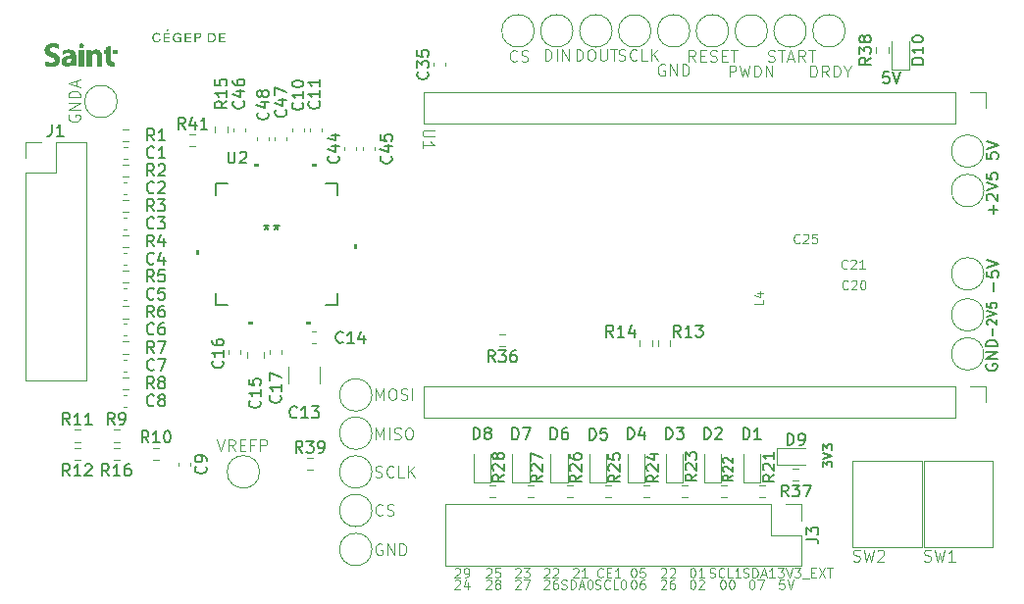
<source format=gto>
G04 #@! TF.GenerationSoftware,KiCad,Pcbnew,9.0.1-9.0.1-0~ubuntu24.04.1*
G04 #@! TF.CreationDate,2025-04-10T02:26:27-04:00*
G04 #@! TF.ProjectId,EEG SHIELD,45454720-5348-4494-954c-442e6b696361,B*
G04 #@! TF.SameCoordinates,Original*
G04 #@! TF.FileFunction,Legend,Top*
G04 #@! TF.FilePolarity,Positive*
%FSLAX46Y46*%
G04 Gerber Fmt 4.6, Leading zero omitted, Abs format (unit mm)*
G04 Created by KiCad (PCBNEW 9.0.1-9.0.1-0~ubuntu24.04.1) date 2025-04-10 02:26:27*
%MOMM*%
%LPD*%
G01*
G04 APERTURE LIST*
%ADD10C,0.100000*%
%ADD11C,0.175000*%
%ADD12C,0.200000*%
%ADD13C,0.150000*%
%ADD14C,0.125000*%
%ADD15C,0.120000*%
%ADD16C,0.000000*%
%ADD17C,0.152400*%
G04 APERTURE END LIST*
D10*
X144675312Y-121477180D02*
X144627693Y-121524800D01*
X144627693Y-121524800D02*
X144484836Y-121572419D01*
X144484836Y-121572419D02*
X144389598Y-121572419D01*
X144389598Y-121572419D02*
X144246741Y-121524800D01*
X144246741Y-121524800D02*
X144151503Y-121429561D01*
X144151503Y-121429561D02*
X144103884Y-121334323D01*
X144103884Y-121334323D02*
X144056265Y-121143847D01*
X144056265Y-121143847D02*
X144056265Y-121000990D01*
X144056265Y-121000990D02*
X144103884Y-120810514D01*
X144103884Y-120810514D02*
X144151503Y-120715276D01*
X144151503Y-120715276D02*
X144246741Y-120620038D01*
X144246741Y-120620038D02*
X144389598Y-120572419D01*
X144389598Y-120572419D02*
X144484836Y-120572419D01*
X144484836Y-120572419D02*
X144627693Y-120620038D01*
X144627693Y-120620038D02*
X144675312Y-120667657D01*
X145056265Y-121524800D02*
X145199122Y-121572419D01*
X145199122Y-121572419D02*
X145437217Y-121572419D01*
X145437217Y-121572419D02*
X145532455Y-121524800D01*
X145532455Y-121524800D02*
X145580074Y-121477180D01*
X145580074Y-121477180D02*
X145627693Y-121381942D01*
X145627693Y-121381942D02*
X145627693Y-121286704D01*
X145627693Y-121286704D02*
X145580074Y-121191466D01*
X145580074Y-121191466D02*
X145532455Y-121143847D01*
X145532455Y-121143847D02*
X145437217Y-121096228D01*
X145437217Y-121096228D02*
X145246741Y-121048609D01*
X145246741Y-121048609D02*
X145151503Y-121000990D01*
X145151503Y-121000990D02*
X145103884Y-120953371D01*
X145103884Y-120953371D02*
X145056265Y-120858133D01*
X145056265Y-120858133D02*
X145056265Y-120762895D01*
X145056265Y-120762895D02*
X145103884Y-120667657D01*
X145103884Y-120667657D02*
X145151503Y-120620038D01*
X145151503Y-120620038D02*
X145246741Y-120572419D01*
X145246741Y-120572419D02*
X145484836Y-120572419D01*
X145484836Y-120572419D02*
X145627693Y-120620038D01*
X171408646Y-126096895D02*
X171484836Y-126096895D01*
X171484836Y-126096895D02*
X171561027Y-126134990D01*
X171561027Y-126134990D02*
X171599122Y-126173085D01*
X171599122Y-126173085D02*
X171637217Y-126249276D01*
X171637217Y-126249276D02*
X171675312Y-126401657D01*
X171675312Y-126401657D02*
X171675312Y-126592133D01*
X171675312Y-126592133D02*
X171637217Y-126744514D01*
X171637217Y-126744514D02*
X171599122Y-126820704D01*
X171599122Y-126820704D02*
X171561027Y-126858800D01*
X171561027Y-126858800D02*
X171484836Y-126896895D01*
X171484836Y-126896895D02*
X171408646Y-126896895D01*
X171408646Y-126896895D02*
X171332455Y-126858800D01*
X171332455Y-126858800D02*
X171294360Y-126820704D01*
X171294360Y-126820704D02*
X171256265Y-126744514D01*
X171256265Y-126744514D02*
X171218169Y-126592133D01*
X171218169Y-126592133D02*
X171218169Y-126401657D01*
X171218169Y-126401657D02*
X171256265Y-126249276D01*
X171256265Y-126249276D02*
X171294360Y-126173085D01*
X171294360Y-126173085D02*
X171332455Y-126134990D01*
X171332455Y-126134990D02*
X171408646Y-126096895D01*
X172437217Y-126896895D02*
X171980074Y-126896895D01*
X172208646Y-126896895D02*
X172208646Y-126096895D01*
X172208646Y-126096895D02*
X172132455Y-126211180D01*
X172132455Y-126211180D02*
X172056265Y-126287371D01*
X172056265Y-126287371D02*
X171980074Y-126325466D01*
D11*
X197338233Y-106014392D02*
X197338233Y-105404869D01*
X196919185Y-105062012D02*
X196881090Y-105023916D01*
X196881090Y-105023916D02*
X196842995Y-104947726D01*
X196842995Y-104947726D02*
X196842995Y-104757250D01*
X196842995Y-104757250D02*
X196881090Y-104681059D01*
X196881090Y-104681059D02*
X196919185Y-104642964D01*
X196919185Y-104642964D02*
X196995376Y-104604869D01*
X196995376Y-104604869D02*
X197071566Y-104604869D01*
X197071566Y-104604869D02*
X197185852Y-104642964D01*
X197185852Y-104642964D02*
X197642995Y-105100107D01*
X197642995Y-105100107D02*
X197642995Y-104604869D01*
X196842995Y-104376297D02*
X197642995Y-104109630D01*
X197642995Y-104109630D02*
X196842995Y-103842964D01*
X196842995Y-103195345D02*
X196842995Y-103576297D01*
X196842995Y-103576297D02*
X197223947Y-103614393D01*
X197223947Y-103614393D02*
X197185852Y-103576297D01*
X197185852Y-103576297D02*
X197147757Y-103500107D01*
X197147757Y-103500107D02*
X197147757Y-103309631D01*
X197147757Y-103309631D02*
X197185852Y-103233440D01*
X197185852Y-103233440D02*
X197223947Y-103195345D01*
X197223947Y-103195345D02*
X197300138Y-103157250D01*
X197300138Y-103157250D02*
X197490614Y-103157250D01*
X197490614Y-103157250D02*
X197566804Y-103195345D01*
X197566804Y-103195345D02*
X197604900Y-103233440D01*
X197604900Y-103233440D02*
X197642995Y-103309631D01*
X197642995Y-103309631D02*
X197642995Y-103500107D01*
X197642995Y-103500107D02*
X197604900Y-103576297D01*
X197604900Y-103576297D02*
X197566804Y-103614393D01*
D10*
X117620038Y-86972306D02*
X117572419Y-87067544D01*
X117572419Y-87067544D02*
X117572419Y-87210401D01*
X117572419Y-87210401D02*
X117620038Y-87353258D01*
X117620038Y-87353258D02*
X117715276Y-87448496D01*
X117715276Y-87448496D02*
X117810514Y-87496115D01*
X117810514Y-87496115D02*
X118000990Y-87543734D01*
X118000990Y-87543734D02*
X118143847Y-87543734D01*
X118143847Y-87543734D02*
X118334323Y-87496115D01*
X118334323Y-87496115D02*
X118429561Y-87448496D01*
X118429561Y-87448496D02*
X118524800Y-87353258D01*
X118524800Y-87353258D02*
X118572419Y-87210401D01*
X118572419Y-87210401D02*
X118572419Y-87115163D01*
X118572419Y-87115163D02*
X118524800Y-86972306D01*
X118524800Y-86972306D02*
X118477180Y-86924687D01*
X118477180Y-86924687D02*
X118143847Y-86924687D01*
X118143847Y-86924687D02*
X118143847Y-87115163D01*
X118572419Y-86496115D02*
X117572419Y-86496115D01*
X117572419Y-86496115D02*
X118572419Y-85924687D01*
X118572419Y-85924687D02*
X117572419Y-85924687D01*
X118572419Y-85448496D02*
X117572419Y-85448496D01*
X117572419Y-85448496D02*
X117572419Y-85210401D01*
X117572419Y-85210401D02*
X117620038Y-85067544D01*
X117620038Y-85067544D02*
X117715276Y-84972306D01*
X117715276Y-84972306D02*
X117810514Y-84924687D01*
X117810514Y-84924687D02*
X118000990Y-84877068D01*
X118000990Y-84877068D02*
X118143847Y-84877068D01*
X118143847Y-84877068D02*
X118334323Y-84924687D01*
X118334323Y-84924687D02*
X118429561Y-84972306D01*
X118429561Y-84972306D02*
X118524800Y-85067544D01*
X118524800Y-85067544D02*
X118572419Y-85210401D01*
X118572419Y-85210401D02*
X118572419Y-85448496D01*
X118286704Y-84496115D02*
X118286704Y-84019925D01*
X118572419Y-84591353D02*
X117572419Y-84258020D01*
X117572419Y-84258020D02*
X118572419Y-83924687D01*
X158618169Y-126173085D02*
X158656265Y-126134990D01*
X158656265Y-126134990D02*
X158732455Y-126096895D01*
X158732455Y-126096895D02*
X158922931Y-126096895D01*
X158922931Y-126096895D02*
X158999122Y-126134990D01*
X158999122Y-126134990D02*
X159037217Y-126173085D01*
X159037217Y-126173085D02*
X159075312Y-126249276D01*
X159075312Y-126249276D02*
X159075312Y-126325466D01*
X159075312Y-126325466D02*
X159037217Y-126439752D01*
X159037217Y-126439752D02*
X158580074Y-126896895D01*
X158580074Y-126896895D02*
X159075312Y-126896895D01*
X159380074Y-126173085D02*
X159418170Y-126134990D01*
X159418170Y-126134990D02*
X159494360Y-126096895D01*
X159494360Y-126096895D02*
X159684836Y-126096895D01*
X159684836Y-126096895D02*
X159761027Y-126134990D01*
X159761027Y-126134990D02*
X159799122Y-126173085D01*
X159799122Y-126173085D02*
X159837217Y-126249276D01*
X159837217Y-126249276D02*
X159837217Y-126325466D01*
X159837217Y-126325466D02*
X159799122Y-126439752D01*
X159799122Y-126439752D02*
X159341979Y-126896895D01*
X159341979Y-126896895D02*
X159837217Y-126896895D01*
X171675312Y-82372419D02*
X171341979Y-81896228D01*
X171103884Y-82372419D02*
X171103884Y-81372419D01*
X171103884Y-81372419D02*
X171484836Y-81372419D01*
X171484836Y-81372419D02*
X171580074Y-81420038D01*
X171580074Y-81420038D02*
X171627693Y-81467657D01*
X171627693Y-81467657D02*
X171675312Y-81562895D01*
X171675312Y-81562895D02*
X171675312Y-81705752D01*
X171675312Y-81705752D02*
X171627693Y-81800990D01*
X171627693Y-81800990D02*
X171580074Y-81848609D01*
X171580074Y-81848609D02*
X171484836Y-81896228D01*
X171484836Y-81896228D02*
X171103884Y-81896228D01*
X172103884Y-81848609D02*
X172437217Y-81848609D01*
X172580074Y-82372419D02*
X172103884Y-82372419D01*
X172103884Y-82372419D02*
X172103884Y-81372419D01*
X172103884Y-81372419D02*
X172580074Y-81372419D01*
X172961027Y-82324800D02*
X173103884Y-82372419D01*
X173103884Y-82372419D02*
X173341979Y-82372419D01*
X173341979Y-82372419D02*
X173437217Y-82324800D01*
X173437217Y-82324800D02*
X173484836Y-82277180D01*
X173484836Y-82277180D02*
X173532455Y-82181942D01*
X173532455Y-82181942D02*
X173532455Y-82086704D01*
X173532455Y-82086704D02*
X173484836Y-81991466D01*
X173484836Y-81991466D02*
X173437217Y-81943847D01*
X173437217Y-81943847D02*
X173341979Y-81896228D01*
X173341979Y-81896228D02*
X173151503Y-81848609D01*
X173151503Y-81848609D02*
X173056265Y-81800990D01*
X173056265Y-81800990D02*
X173008646Y-81753371D01*
X173008646Y-81753371D02*
X172961027Y-81658133D01*
X172961027Y-81658133D02*
X172961027Y-81562895D01*
X172961027Y-81562895D02*
X173008646Y-81467657D01*
X173008646Y-81467657D02*
X173056265Y-81420038D01*
X173056265Y-81420038D02*
X173151503Y-81372419D01*
X173151503Y-81372419D02*
X173389598Y-81372419D01*
X173389598Y-81372419D02*
X173532455Y-81420038D01*
X173961027Y-81848609D02*
X174294360Y-81848609D01*
X174437217Y-82372419D02*
X173961027Y-82372419D01*
X173961027Y-82372419D02*
X173961027Y-81372419D01*
X173961027Y-81372419D02*
X174437217Y-81372419D01*
X174722932Y-81372419D02*
X175294360Y-81372419D01*
X175008646Y-82372419D02*
X175008646Y-81372419D01*
X176508646Y-127096895D02*
X176584836Y-127096895D01*
X176584836Y-127096895D02*
X176661027Y-127134990D01*
X176661027Y-127134990D02*
X176699122Y-127173085D01*
X176699122Y-127173085D02*
X176737217Y-127249276D01*
X176737217Y-127249276D02*
X176775312Y-127401657D01*
X176775312Y-127401657D02*
X176775312Y-127592133D01*
X176775312Y-127592133D02*
X176737217Y-127744514D01*
X176737217Y-127744514D02*
X176699122Y-127820704D01*
X176699122Y-127820704D02*
X176661027Y-127858800D01*
X176661027Y-127858800D02*
X176584836Y-127896895D01*
X176584836Y-127896895D02*
X176508646Y-127896895D01*
X176508646Y-127896895D02*
X176432455Y-127858800D01*
X176432455Y-127858800D02*
X176394360Y-127820704D01*
X176394360Y-127820704D02*
X176356265Y-127744514D01*
X176356265Y-127744514D02*
X176318169Y-127592133D01*
X176318169Y-127592133D02*
X176318169Y-127401657D01*
X176318169Y-127401657D02*
X176356265Y-127249276D01*
X176356265Y-127249276D02*
X176394360Y-127173085D01*
X176394360Y-127173085D02*
X176432455Y-127134990D01*
X176432455Y-127134990D02*
X176508646Y-127096895D01*
X177041979Y-127096895D02*
X177575313Y-127096895D01*
X177575313Y-127096895D02*
X177232455Y-127896895D01*
X168718169Y-127173085D02*
X168756265Y-127134990D01*
X168756265Y-127134990D02*
X168832455Y-127096895D01*
X168832455Y-127096895D02*
X169022931Y-127096895D01*
X169022931Y-127096895D02*
X169099122Y-127134990D01*
X169099122Y-127134990D02*
X169137217Y-127173085D01*
X169137217Y-127173085D02*
X169175312Y-127249276D01*
X169175312Y-127249276D02*
X169175312Y-127325466D01*
X169175312Y-127325466D02*
X169137217Y-127439752D01*
X169137217Y-127439752D02*
X168680074Y-127896895D01*
X168680074Y-127896895D02*
X169175312Y-127896895D01*
X169861027Y-127096895D02*
X169708646Y-127096895D01*
X169708646Y-127096895D02*
X169632455Y-127134990D01*
X169632455Y-127134990D02*
X169594360Y-127173085D01*
X169594360Y-127173085D02*
X169518170Y-127287371D01*
X169518170Y-127287371D02*
X169480074Y-127439752D01*
X169480074Y-127439752D02*
X169480074Y-127744514D01*
X169480074Y-127744514D02*
X169518170Y-127820704D01*
X169518170Y-127820704D02*
X169556265Y-127858800D01*
X169556265Y-127858800D02*
X169632455Y-127896895D01*
X169632455Y-127896895D02*
X169784836Y-127896895D01*
X169784836Y-127896895D02*
X169861027Y-127858800D01*
X169861027Y-127858800D02*
X169899122Y-127820704D01*
X169899122Y-127820704D02*
X169937217Y-127744514D01*
X169937217Y-127744514D02*
X169937217Y-127554038D01*
X169937217Y-127554038D02*
X169899122Y-127477847D01*
X169899122Y-127477847D02*
X169861027Y-127439752D01*
X169861027Y-127439752D02*
X169784836Y-127401657D01*
X169784836Y-127401657D02*
X169632455Y-127401657D01*
X169632455Y-127401657D02*
X169556265Y-127439752D01*
X169556265Y-127439752D02*
X169518170Y-127477847D01*
X169518170Y-127477847D02*
X169480074Y-127554038D01*
X174008646Y-127096895D02*
X174084836Y-127096895D01*
X174084836Y-127096895D02*
X174161027Y-127134990D01*
X174161027Y-127134990D02*
X174199122Y-127173085D01*
X174199122Y-127173085D02*
X174237217Y-127249276D01*
X174237217Y-127249276D02*
X174275312Y-127401657D01*
X174275312Y-127401657D02*
X174275312Y-127592133D01*
X174275312Y-127592133D02*
X174237217Y-127744514D01*
X174237217Y-127744514D02*
X174199122Y-127820704D01*
X174199122Y-127820704D02*
X174161027Y-127858800D01*
X174161027Y-127858800D02*
X174084836Y-127896895D01*
X174084836Y-127896895D02*
X174008646Y-127896895D01*
X174008646Y-127896895D02*
X173932455Y-127858800D01*
X173932455Y-127858800D02*
X173894360Y-127820704D01*
X173894360Y-127820704D02*
X173856265Y-127744514D01*
X173856265Y-127744514D02*
X173818169Y-127592133D01*
X173818169Y-127592133D02*
X173818169Y-127401657D01*
X173818169Y-127401657D02*
X173856265Y-127249276D01*
X173856265Y-127249276D02*
X173894360Y-127173085D01*
X173894360Y-127173085D02*
X173932455Y-127134990D01*
X173932455Y-127134990D02*
X174008646Y-127096895D01*
X174770551Y-127096895D02*
X174846741Y-127096895D01*
X174846741Y-127096895D02*
X174922932Y-127134990D01*
X174922932Y-127134990D02*
X174961027Y-127173085D01*
X174961027Y-127173085D02*
X174999122Y-127249276D01*
X174999122Y-127249276D02*
X175037217Y-127401657D01*
X175037217Y-127401657D02*
X175037217Y-127592133D01*
X175037217Y-127592133D02*
X174999122Y-127744514D01*
X174999122Y-127744514D02*
X174961027Y-127820704D01*
X174961027Y-127820704D02*
X174922932Y-127858800D01*
X174922932Y-127858800D02*
X174846741Y-127896895D01*
X174846741Y-127896895D02*
X174770551Y-127896895D01*
X174770551Y-127896895D02*
X174694360Y-127858800D01*
X174694360Y-127858800D02*
X174656265Y-127820704D01*
X174656265Y-127820704D02*
X174618170Y-127744514D01*
X174618170Y-127744514D02*
X174580074Y-127592133D01*
X174580074Y-127592133D02*
X174580074Y-127401657D01*
X174580074Y-127401657D02*
X174618170Y-127249276D01*
X174618170Y-127249276D02*
X174656265Y-127173085D01*
X174656265Y-127173085D02*
X174694360Y-127134990D01*
X174694360Y-127134990D02*
X174770551Y-127096895D01*
D12*
X196804838Y-108486517D02*
X196757219Y-108581755D01*
X196757219Y-108581755D02*
X196757219Y-108724612D01*
X196757219Y-108724612D02*
X196804838Y-108867469D01*
X196804838Y-108867469D02*
X196900076Y-108962707D01*
X196900076Y-108962707D02*
X196995314Y-109010326D01*
X196995314Y-109010326D02*
X197185790Y-109057945D01*
X197185790Y-109057945D02*
X197328647Y-109057945D01*
X197328647Y-109057945D02*
X197519123Y-109010326D01*
X197519123Y-109010326D02*
X197614361Y-108962707D01*
X197614361Y-108962707D02*
X197709600Y-108867469D01*
X197709600Y-108867469D02*
X197757219Y-108724612D01*
X197757219Y-108724612D02*
X197757219Y-108629374D01*
X197757219Y-108629374D02*
X197709600Y-108486517D01*
X197709600Y-108486517D02*
X197661980Y-108438898D01*
X197661980Y-108438898D02*
X197328647Y-108438898D01*
X197328647Y-108438898D02*
X197328647Y-108629374D01*
X197757219Y-108010326D02*
X196757219Y-108010326D01*
X196757219Y-108010326D02*
X197757219Y-107438898D01*
X197757219Y-107438898D02*
X196757219Y-107438898D01*
X197757219Y-106962707D02*
X196757219Y-106962707D01*
X196757219Y-106962707D02*
X196757219Y-106724612D01*
X196757219Y-106724612D02*
X196804838Y-106581755D01*
X196804838Y-106581755D02*
X196900076Y-106486517D01*
X196900076Y-106486517D02*
X196995314Y-106438898D01*
X196995314Y-106438898D02*
X197185790Y-106391279D01*
X197185790Y-106391279D02*
X197328647Y-106391279D01*
X197328647Y-106391279D02*
X197519123Y-106438898D01*
X197519123Y-106438898D02*
X197614361Y-106486517D01*
X197614361Y-106486517D02*
X197709600Y-106581755D01*
X197709600Y-106581755D02*
X197757219Y-106724612D01*
X197757219Y-106724612D02*
X197757219Y-106962707D01*
D10*
X168718169Y-126173085D02*
X168756265Y-126134990D01*
X168756265Y-126134990D02*
X168832455Y-126096895D01*
X168832455Y-126096895D02*
X169022931Y-126096895D01*
X169022931Y-126096895D02*
X169099122Y-126134990D01*
X169099122Y-126134990D02*
X169137217Y-126173085D01*
X169137217Y-126173085D02*
X169175312Y-126249276D01*
X169175312Y-126249276D02*
X169175312Y-126325466D01*
X169175312Y-126325466D02*
X169137217Y-126439752D01*
X169137217Y-126439752D02*
X168680074Y-126896895D01*
X168680074Y-126896895D02*
X169175312Y-126896895D01*
X169480074Y-126173085D02*
X169518170Y-126134990D01*
X169518170Y-126134990D02*
X169594360Y-126096895D01*
X169594360Y-126096895D02*
X169784836Y-126096895D01*
X169784836Y-126096895D02*
X169861027Y-126134990D01*
X169861027Y-126134990D02*
X169899122Y-126173085D01*
X169899122Y-126173085D02*
X169937217Y-126249276D01*
X169937217Y-126249276D02*
X169937217Y-126325466D01*
X169937217Y-126325466D02*
X169899122Y-126439752D01*
X169899122Y-126439752D02*
X169441979Y-126896895D01*
X169441979Y-126896895D02*
X169937217Y-126896895D01*
X161118169Y-126173085D02*
X161156265Y-126134990D01*
X161156265Y-126134990D02*
X161232455Y-126096895D01*
X161232455Y-126096895D02*
X161422931Y-126096895D01*
X161422931Y-126096895D02*
X161499122Y-126134990D01*
X161499122Y-126134990D02*
X161537217Y-126173085D01*
X161537217Y-126173085D02*
X161575312Y-126249276D01*
X161575312Y-126249276D02*
X161575312Y-126325466D01*
X161575312Y-126325466D02*
X161537217Y-126439752D01*
X161537217Y-126439752D02*
X161080074Y-126896895D01*
X161080074Y-126896895D02*
X161575312Y-126896895D01*
X162337217Y-126896895D02*
X161880074Y-126896895D01*
X162108646Y-126896895D02*
X162108646Y-126096895D01*
X162108646Y-126096895D02*
X162032455Y-126211180D01*
X162032455Y-126211180D02*
X161956265Y-126287371D01*
X161956265Y-126287371D02*
X161880074Y-126325466D01*
X161403884Y-82272419D02*
X161403884Y-81272419D01*
X161403884Y-81272419D02*
X161641979Y-81272419D01*
X161641979Y-81272419D02*
X161784836Y-81320038D01*
X161784836Y-81320038D02*
X161880074Y-81415276D01*
X161880074Y-81415276D02*
X161927693Y-81510514D01*
X161927693Y-81510514D02*
X161975312Y-81700990D01*
X161975312Y-81700990D02*
X161975312Y-81843847D01*
X161975312Y-81843847D02*
X161927693Y-82034323D01*
X161927693Y-82034323D02*
X161880074Y-82129561D01*
X161880074Y-82129561D02*
X161784836Y-82224800D01*
X161784836Y-82224800D02*
X161641979Y-82272419D01*
X161641979Y-82272419D02*
X161403884Y-82272419D01*
X162594360Y-81272419D02*
X162784836Y-81272419D01*
X162784836Y-81272419D02*
X162880074Y-81320038D01*
X162880074Y-81320038D02*
X162975312Y-81415276D01*
X162975312Y-81415276D02*
X163022931Y-81605752D01*
X163022931Y-81605752D02*
X163022931Y-81939085D01*
X163022931Y-81939085D02*
X162975312Y-82129561D01*
X162975312Y-82129561D02*
X162880074Y-82224800D01*
X162880074Y-82224800D02*
X162784836Y-82272419D01*
X162784836Y-82272419D02*
X162594360Y-82272419D01*
X162594360Y-82272419D02*
X162499122Y-82224800D01*
X162499122Y-82224800D02*
X162403884Y-82129561D01*
X162403884Y-82129561D02*
X162356265Y-81939085D01*
X162356265Y-81939085D02*
X162356265Y-81605752D01*
X162356265Y-81605752D02*
X162403884Y-81415276D01*
X162403884Y-81415276D02*
X162499122Y-81320038D01*
X162499122Y-81320038D02*
X162594360Y-81272419D01*
X163451503Y-81272419D02*
X163451503Y-82081942D01*
X163451503Y-82081942D02*
X163499122Y-82177180D01*
X163499122Y-82177180D02*
X163546741Y-82224800D01*
X163546741Y-82224800D02*
X163641979Y-82272419D01*
X163641979Y-82272419D02*
X163832455Y-82272419D01*
X163832455Y-82272419D02*
X163927693Y-82224800D01*
X163927693Y-82224800D02*
X163975312Y-82177180D01*
X163975312Y-82177180D02*
X164022931Y-82081942D01*
X164022931Y-82081942D02*
X164022931Y-81272419D01*
X164356265Y-81272419D02*
X164927693Y-81272419D01*
X164641979Y-82272419D02*
X164641979Y-81272419D01*
X169027693Y-82620038D02*
X168932455Y-82572419D01*
X168932455Y-82572419D02*
X168789598Y-82572419D01*
X168789598Y-82572419D02*
X168646741Y-82620038D01*
X168646741Y-82620038D02*
X168551503Y-82715276D01*
X168551503Y-82715276D02*
X168503884Y-82810514D01*
X168503884Y-82810514D02*
X168456265Y-83000990D01*
X168456265Y-83000990D02*
X168456265Y-83143847D01*
X168456265Y-83143847D02*
X168503884Y-83334323D01*
X168503884Y-83334323D02*
X168551503Y-83429561D01*
X168551503Y-83429561D02*
X168646741Y-83524800D01*
X168646741Y-83524800D02*
X168789598Y-83572419D01*
X168789598Y-83572419D02*
X168884836Y-83572419D01*
X168884836Y-83572419D02*
X169027693Y-83524800D01*
X169027693Y-83524800D02*
X169075312Y-83477180D01*
X169075312Y-83477180D02*
X169075312Y-83143847D01*
X169075312Y-83143847D02*
X168884836Y-83143847D01*
X169503884Y-83572419D02*
X169503884Y-82572419D01*
X169503884Y-82572419D02*
X170075312Y-83572419D01*
X170075312Y-83572419D02*
X170075312Y-82572419D01*
X170551503Y-83572419D02*
X170551503Y-82572419D01*
X170551503Y-82572419D02*
X170789598Y-82572419D01*
X170789598Y-82572419D02*
X170932455Y-82620038D01*
X170932455Y-82620038D02*
X171027693Y-82715276D01*
X171027693Y-82715276D02*
X171075312Y-82810514D01*
X171075312Y-82810514D02*
X171122931Y-83000990D01*
X171122931Y-83000990D02*
X171122931Y-83143847D01*
X171122931Y-83143847D02*
X171075312Y-83334323D01*
X171075312Y-83334323D02*
X171027693Y-83429561D01*
X171027693Y-83429561D02*
X170932455Y-83524800D01*
X170932455Y-83524800D02*
X170789598Y-83572419D01*
X170789598Y-83572419D02*
X170551503Y-83572419D01*
X153618169Y-127173085D02*
X153656265Y-127134990D01*
X153656265Y-127134990D02*
X153732455Y-127096895D01*
X153732455Y-127096895D02*
X153922931Y-127096895D01*
X153922931Y-127096895D02*
X153999122Y-127134990D01*
X153999122Y-127134990D02*
X154037217Y-127173085D01*
X154037217Y-127173085D02*
X154075312Y-127249276D01*
X154075312Y-127249276D02*
X154075312Y-127325466D01*
X154075312Y-127325466D02*
X154037217Y-127439752D01*
X154037217Y-127439752D02*
X153580074Y-127896895D01*
X153580074Y-127896895D02*
X154075312Y-127896895D01*
X154532455Y-127439752D02*
X154456265Y-127401657D01*
X154456265Y-127401657D02*
X154418170Y-127363561D01*
X154418170Y-127363561D02*
X154380074Y-127287371D01*
X154380074Y-127287371D02*
X154380074Y-127249276D01*
X154380074Y-127249276D02*
X154418170Y-127173085D01*
X154418170Y-127173085D02*
X154456265Y-127134990D01*
X154456265Y-127134990D02*
X154532455Y-127096895D01*
X154532455Y-127096895D02*
X154684836Y-127096895D01*
X154684836Y-127096895D02*
X154761027Y-127134990D01*
X154761027Y-127134990D02*
X154799122Y-127173085D01*
X154799122Y-127173085D02*
X154837217Y-127249276D01*
X154837217Y-127249276D02*
X154837217Y-127287371D01*
X154837217Y-127287371D02*
X154799122Y-127363561D01*
X154799122Y-127363561D02*
X154761027Y-127401657D01*
X154761027Y-127401657D02*
X154684836Y-127439752D01*
X154684836Y-127439752D02*
X154532455Y-127439752D01*
X154532455Y-127439752D02*
X154456265Y-127477847D01*
X154456265Y-127477847D02*
X154418170Y-127515942D01*
X154418170Y-127515942D02*
X154380074Y-127592133D01*
X154380074Y-127592133D02*
X154380074Y-127744514D01*
X154380074Y-127744514D02*
X154418170Y-127820704D01*
X154418170Y-127820704D02*
X154456265Y-127858800D01*
X154456265Y-127858800D02*
X154532455Y-127896895D01*
X154532455Y-127896895D02*
X154684836Y-127896895D01*
X154684836Y-127896895D02*
X154761027Y-127858800D01*
X154761027Y-127858800D02*
X154799122Y-127820704D01*
X154799122Y-127820704D02*
X154837217Y-127744514D01*
X154837217Y-127744514D02*
X154837217Y-127592133D01*
X154837217Y-127592133D02*
X154799122Y-127515942D01*
X154799122Y-127515942D02*
X154761027Y-127477847D01*
X154761027Y-127477847D02*
X154684836Y-127439752D01*
X144103884Y-111572419D02*
X144103884Y-110572419D01*
X144103884Y-110572419D02*
X144437217Y-111286704D01*
X144437217Y-111286704D02*
X144770550Y-110572419D01*
X144770550Y-110572419D02*
X144770550Y-111572419D01*
X145437217Y-110572419D02*
X145627693Y-110572419D01*
X145627693Y-110572419D02*
X145722931Y-110620038D01*
X145722931Y-110620038D02*
X145818169Y-110715276D01*
X145818169Y-110715276D02*
X145865788Y-110905752D01*
X145865788Y-110905752D02*
X145865788Y-111239085D01*
X145865788Y-111239085D02*
X145818169Y-111429561D01*
X145818169Y-111429561D02*
X145722931Y-111524800D01*
X145722931Y-111524800D02*
X145627693Y-111572419D01*
X145627693Y-111572419D02*
X145437217Y-111572419D01*
X145437217Y-111572419D02*
X145341979Y-111524800D01*
X145341979Y-111524800D02*
X145246741Y-111429561D01*
X145246741Y-111429561D02*
X145199122Y-111239085D01*
X145199122Y-111239085D02*
X145199122Y-110905752D01*
X145199122Y-110905752D02*
X145246741Y-110715276D01*
X145246741Y-110715276D02*
X145341979Y-110620038D01*
X145341979Y-110620038D02*
X145437217Y-110572419D01*
X146246741Y-111524800D02*
X146389598Y-111572419D01*
X146389598Y-111572419D02*
X146627693Y-111572419D01*
X146627693Y-111572419D02*
X146722931Y-111524800D01*
X146722931Y-111524800D02*
X146770550Y-111477180D01*
X146770550Y-111477180D02*
X146818169Y-111381942D01*
X146818169Y-111381942D02*
X146818169Y-111286704D01*
X146818169Y-111286704D02*
X146770550Y-111191466D01*
X146770550Y-111191466D02*
X146722931Y-111143847D01*
X146722931Y-111143847D02*
X146627693Y-111096228D01*
X146627693Y-111096228D02*
X146437217Y-111048609D01*
X146437217Y-111048609D02*
X146341979Y-111000990D01*
X146341979Y-111000990D02*
X146294360Y-110953371D01*
X146294360Y-110953371D02*
X146246741Y-110858133D01*
X146246741Y-110858133D02*
X146246741Y-110762895D01*
X146246741Y-110762895D02*
X146294360Y-110667657D01*
X146294360Y-110667657D02*
X146341979Y-110620038D01*
X146341979Y-110620038D02*
X146437217Y-110572419D01*
X146437217Y-110572419D02*
X146675312Y-110572419D01*
X146675312Y-110572419D02*
X146818169Y-110620038D01*
X147246741Y-111572419D02*
X147246741Y-110572419D01*
X166308646Y-126096895D02*
X166384836Y-126096895D01*
X166384836Y-126096895D02*
X166461027Y-126134990D01*
X166461027Y-126134990D02*
X166499122Y-126173085D01*
X166499122Y-126173085D02*
X166537217Y-126249276D01*
X166537217Y-126249276D02*
X166575312Y-126401657D01*
X166575312Y-126401657D02*
X166575312Y-126592133D01*
X166575312Y-126592133D02*
X166537217Y-126744514D01*
X166537217Y-126744514D02*
X166499122Y-126820704D01*
X166499122Y-126820704D02*
X166461027Y-126858800D01*
X166461027Y-126858800D02*
X166384836Y-126896895D01*
X166384836Y-126896895D02*
X166308646Y-126896895D01*
X166308646Y-126896895D02*
X166232455Y-126858800D01*
X166232455Y-126858800D02*
X166194360Y-126820704D01*
X166194360Y-126820704D02*
X166156265Y-126744514D01*
X166156265Y-126744514D02*
X166118169Y-126592133D01*
X166118169Y-126592133D02*
X166118169Y-126401657D01*
X166118169Y-126401657D02*
X166156265Y-126249276D01*
X166156265Y-126249276D02*
X166194360Y-126173085D01*
X166194360Y-126173085D02*
X166232455Y-126134990D01*
X166232455Y-126134990D02*
X166308646Y-126096895D01*
X167299122Y-126096895D02*
X166918170Y-126096895D01*
X166918170Y-126096895D02*
X166880074Y-126477847D01*
X166880074Y-126477847D02*
X166918170Y-126439752D01*
X166918170Y-126439752D02*
X166994360Y-126401657D01*
X166994360Y-126401657D02*
X167184836Y-126401657D01*
X167184836Y-126401657D02*
X167261027Y-126439752D01*
X167261027Y-126439752D02*
X167299122Y-126477847D01*
X167299122Y-126477847D02*
X167337217Y-126554038D01*
X167337217Y-126554038D02*
X167337217Y-126744514D01*
X167337217Y-126744514D02*
X167299122Y-126820704D01*
X167299122Y-126820704D02*
X167261027Y-126858800D01*
X167261027Y-126858800D02*
X167184836Y-126896895D01*
X167184836Y-126896895D02*
X166994360Y-126896895D01*
X166994360Y-126896895D02*
X166918170Y-126858800D01*
X166918170Y-126858800D02*
X166880074Y-126820704D01*
X174603884Y-83672419D02*
X174603884Y-82672419D01*
X174603884Y-82672419D02*
X174984836Y-82672419D01*
X174984836Y-82672419D02*
X175080074Y-82720038D01*
X175080074Y-82720038D02*
X175127693Y-82767657D01*
X175127693Y-82767657D02*
X175175312Y-82862895D01*
X175175312Y-82862895D02*
X175175312Y-83005752D01*
X175175312Y-83005752D02*
X175127693Y-83100990D01*
X175127693Y-83100990D02*
X175080074Y-83148609D01*
X175080074Y-83148609D02*
X174984836Y-83196228D01*
X174984836Y-83196228D02*
X174603884Y-83196228D01*
X175508646Y-82672419D02*
X175746741Y-83672419D01*
X175746741Y-83672419D02*
X175937217Y-82958133D01*
X175937217Y-82958133D02*
X176127693Y-83672419D01*
X176127693Y-83672419D02*
X176365789Y-82672419D01*
X176746741Y-83672419D02*
X176746741Y-82672419D01*
X176746741Y-82672419D02*
X176984836Y-82672419D01*
X176984836Y-82672419D02*
X177127693Y-82720038D01*
X177127693Y-82720038D02*
X177222931Y-82815276D01*
X177222931Y-82815276D02*
X177270550Y-82910514D01*
X177270550Y-82910514D02*
X177318169Y-83100990D01*
X177318169Y-83100990D02*
X177318169Y-83243847D01*
X177318169Y-83243847D02*
X177270550Y-83434323D01*
X177270550Y-83434323D02*
X177222931Y-83529561D01*
X177222931Y-83529561D02*
X177127693Y-83624800D01*
X177127693Y-83624800D02*
X176984836Y-83672419D01*
X176984836Y-83672419D02*
X176746741Y-83672419D01*
X177746741Y-83672419D02*
X177746741Y-82672419D01*
X177746741Y-82672419D02*
X178318169Y-83672419D01*
X178318169Y-83672419D02*
X178318169Y-82672419D01*
X175818169Y-126858800D02*
X175932455Y-126896895D01*
X175932455Y-126896895D02*
X176122931Y-126896895D01*
X176122931Y-126896895D02*
X176199122Y-126858800D01*
X176199122Y-126858800D02*
X176237217Y-126820704D01*
X176237217Y-126820704D02*
X176275312Y-126744514D01*
X176275312Y-126744514D02*
X176275312Y-126668323D01*
X176275312Y-126668323D02*
X176237217Y-126592133D01*
X176237217Y-126592133D02*
X176199122Y-126554038D01*
X176199122Y-126554038D02*
X176122931Y-126515942D01*
X176122931Y-126515942D02*
X175970550Y-126477847D01*
X175970550Y-126477847D02*
X175894360Y-126439752D01*
X175894360Y-126439752D02*
X175856265Y-126401657D01*
X175856265Y-126401657D02*
X175818169Y-126325466D01*
X175818169Y-126325466D02*
X175818169Y-126249276D01*
X175818169Y-126249276D02*
X175856265Y-126173085D01*
X175856265Y-126173085D02*
X175894360Y-126134990D01*
X175894360Y-126134990D02*
X175970550Y-126096895D01*
X175970550Y-126096895D02*
X176161027Y-126096895D01*
X176161027Y-126096895D02*
X176275312Y-126134990D01*
X176618170Y-126896895D02*
X176618170Y-126096895D01*
X176618170Y-126096895D02*
X176808646Y-126096895D01*
X176808646Y-126096895D02*
X176922932Y-126134990D01*
X176922932Y-126134990D02*
X176999122Y-126211180D01*
X176999122Y-126211180D02*
X177037217Y-126287371D01*
X177037217Y-126287371D02*
X177075313Y-126439752D01*
X177075313Y-126439752D02*
X177075313Y-126554038D01*
X177075313Y-126554038D02*
X177037217Y-126706419D01*
X177037217Y-126706419D02*
X176999122Y-126782609D01*
X176999122Y-126782609D02*
X176922932Y-126858800D01*
X176922932Y-126858800D02*
X176808646Y-126896895D01*
X176808646Y-126896895D02*
X176618170Y-126896895D01*
X177380074Y-126668323D02*
X177761027Y-126668323D01*
X177303884Y-126896895D02*
X177570551Y-126096895D01*
X177570551Y-126096895D02*
X177837217Y-126896895D01*
X178522931Y-126896895D02*
X178065788Y-126896895D01*
X178294360Y-126896895D02*
X178294360Y-126096895D01*
X178294360Y-126096895D02*
X178218169Y-126211180D01*
X178218169Y-126211180D02*
X178141979Y-126287371D01*
X178141979Y-126287371D02*
X178065788Y-126325466D01*
X150918169Y-126173085D02*
X150956265Y-126134990D01*
X150956265Y-126134990D02*
X151032455Y-126096895D01*
X151032455Y-126096895D02*
X151222931Y-126096895D01*
X151222931Y-126096895D02*
X151299122Y-126134990D01*
X151299122Y-126134990D02*
X151337217Y-126173085D01*
X151337217Y-126173085D02*
X151375312Y-126249276D01*
X151375312Y-126249276D02*
X151375312Y-126325466D01*
X151375312Y-126325466D02*
X151337217Y-126439752D01*
X151337217Y-126439752D02*
X150880074Y-126896895D01*
X150880074Y-126896895D02*
X151375312Y-126896895D01*
X151756265Y-126896895D02*
X151908646Y-126896895D01*
X151908646Y-126896895D02*
X151984836Y-126858800D01*
X151984836Y-126858800D02*
X152022932Y-126820704D01*
X152022932Y-126820704D02*
X152099122Y-126706419D01*
X152099122Y-126706419D02*
X152137217Y-126554038D01*
X152137217Y-126554038D02*
X152137217Y-126249276D01*
X152137217Y-126249276D02*
X152099122Y-126173085D01*
X152099122Y-126173085D02*
X152061027Y-126134990D01*
X152061027Y-126134990D02*
X151984836Y-126096895D01*
X151984836Y-126096895D02*
X151832455Y-126096895D01*
X151832455Y-126096895D02*
X151756265Y-126134990D01*
X151756265Y-126134990D02*
X151718170Y-126173085D01*
X151718170Y-126173085D02*
X151680074Y-126249276D01*
X151680074Y-126249276D02*
X151680074Y-126439752D01*
X151680074Y-126439752D02*
X151718170Y-126515942D01*
X151718170Y-126515942D02*
X151756265Y-126554038D01*
X151756265Y-126554038D02*
X151832455Y-126592133D01*
X151832455Y-126592133D02*
X151984836Y-126592133D01*
X151984836Y-126592133D02*
X152061027Y-126554038D01*
X152061027Y-126554038D02*
X152099122Y-126515942D01*
X152099122Y-126515942D02*
X152137217Y-126439752D01*
X156118169Y-126173085D02*
X156156265Y-126134990D01*
X156156265Y-126134990D02*
X156232455Y-126096895D01*
X156232455Y-126096895D02*
X156422931Y-126096895D01*
X156422931Y-126096895D02*
X156499122Y-126134990D01*
X156499122Y-126134990D02*
X156537217Y-126173085D01*
X156537217Y-126173085D02*
X156575312Y-126249276D01*
X156575312Y-126249276D02*
X156575312Y-126325466D01*
X156575312Y-126325466D02*
X156537217Y-126439752D01*
X156537217Y-126439752D02*
X156080074Y-126896895D01*
X156080074Y-126896895D02*
X156575312Y-126896895D01*
X156841979Y-126096895D02*
X157337217Y-126096895D01*
X157337217Y-126096895D02*
X157070551Y-126401657D01*
X157070551Y-126401657D02*
X157184836Y-126401657D01*
X157184836Y-126401657D02*
X157261027Y-126439752D01*
X157261027Y-126439752D02*
X157299122Y-126477847D01*
X157299122Y-126477847D02*
X157337217Y-126554038D01*
X157337217Y-126554038D02*
X157337217Y-126744514D01*
X157337217Y-126744514D02*
X157299122Y-126820704D01*
X157299122Y-126820704D02*
X157261027Y-126858800D01*
X157261027Y-126858800D02*
X157184836Y-126896895D01*
X157184836Y-126896895D02*
X156956265Y-126896895D01*
X156956265Y-126896895D02*
X156880074Y-126858800D01*
X156880074Y-126858800D02*
X156841979Y-126820704D01*
X144056265Y-118224800D02*
X144199122Y-118272419D01*
X144199122Y-118272419D02*
X144437217Y-118272419D01*
X144437217Y-118272419D02*
X144532455Y-118224800D01*
X144532455Y-118224800D02*
X144580074Y-118177180D01*
X144580074Y-118177180D02*
X144627693Y-118081942D01*
X144627693Y-118081942D02*
X144627693Y-117986704D01*
X144627693Y-117986704D02*
X144580074Y-117891466D01*
X144580074Y-117891466D02*
X144532455Y-117843847D01*
X144532455Y-117843847D02*
X144437217Y-117796228D01*
X144437217Y-117796228D02*
X144246741Y-117748609D01*
X144246741Y-117748609D02*
X144151503Y-117700990D01*
X144151503Y-117700990D02*
X144103884Y-117653371D01*
X144103884Y-117653371D02*
X144056265Y-117558133D01*
X144056265Y-117558133D02*
X144056265Y-117462895D01*
X144056265Y-117462895D02*
X144103884Y-117367657D01*
X144103884Y-117367657D02*
X144151503Y-117320038D01*
X144151503Y-117320038D02*
X144246741Y-117272419D01*
X144246741Y-117272419D02*
X144484836Y-117272419D01*
X144484836Y-117272419D02*
X144627693Y-117320038D01*
X145627693Y-118177180D02*
X145580074Y-118224800D01*
X145580074Y-118224800D02*
X145437217Y-118272419D01*
X145437217Y-118272419D02*
X145341979Y-118272419D01*
X145341979Y-118272419D02*
X145199122Y-118224800D01*
X145199122Y-118224800D02*
X145103884Y-118129561D01*
X145103884Y-118129561D02*
X145056265Y-118034323D01*
X145056265Y-118034323D02*
X145008646Y-117843847D01*
X145008646Y-117843847D02*
X145008646Y-117700990D01*
X145008646Y-117700990D02*
X145056265Y-117510514D01*
X145056265Y-117510514D02*
X145103884Y-117415276D01*
X145103884Y-117415276D02*
X145199122Y-117320038D01*
X145199122Y-117320038D02*
X145341979Y-117272419D01*
X145341979Y-117272419D02*
X145437217Y-117272419D01*
X145437217Y-117272419D02*
X145580074Y-117320038D01*
X145580074Y-117320038D02*
X145627693Y-117367657D01*
X146532455Y-118272419D02*
X146056265Y-118272419D01*
X146056265Y-118272419D02*
X146056265Y-117272419D01*
X146865789Y-118272419D02*
X146865789Y-117272419D01*
X147437217Y-118272419D02*
X147008646Y-117700990D01*
X147437217Y-117272419D02*
X146865789Y-117843847D01*
X158703884Y-82272419D02*
X158703884Y-81272419D01*
X158703884Y-81272419D02*
X158941979Y-81272419D01*
X158941979Y-81272419D02*
X159084836Y-81320038D01*
X159084836Y-81320038D02*
X159180074Y-81415276D01*
X159180074Y-81415276D02*
X159227693Y-81510514D01*
X159227693Y-81510514D02*
X159275312Y-81700990D01*
X159275312Y-81700990D02*
X159275312Y-81843847D01*
X159275312Y-81843847D02*
X159227693Y-82034323D01*
X159227693Y-82034323D02*
X159180074Y-82129561D01*
X159180074Y-82129561D02*
X159084836Y-82224800D01*
X159084836Y-82224800D02*
X158941979Y-82272419D01*
X158941979Y-82272419D02*
X158703884Y-82272419D01*
X159703884Y-82272419D02*
X159703884Y-81272419D01*
X160180074Y-82272419D02*
X160180074Y-81272419D01*
X160180074Y-81272419D02*
X160751502Y-82272419D01*
X160751502Y-82272419D02*
X160751502Y-81272419D01*
X156118169Y-127173085D02*
X156156265Y-127134990D01*
X156156265Y-127134990D02*
X156232455Y-127096895D01*
X156232455Y-127096895D02*
X156422931Y-127096895D01*
X156422931Y-127096895D02*
X156499122Y-127134990D01*
X156499122Y-127134990D02*
X156537217Y-127173085D01*
X156537217Y-127173085D02*
X156575312Y-127249276D01*
X156575312Y-127249276D02*
X156575312Y-127325466D01*
X156575312Y-127325466D02*
X156537217Y-127439752D01*
X156537217Y-127439752D02*
X156080074Y-127896895D01*
X156080074Y-127896895D02*
X156575312Y-127896895D01*
X156841979Y-127096895D02*
X157375313Y-127096895D01*
X157375313Y-127096895D02*
X157032455Y-127896895D01*
X181603884Y-83672419D02*
X181603884Y-82672419D01*
X181603884Y-82672419D02*
X181841979Y-82672419D01*
X181841979Y-82672419D02*
X181984836Y-82720038D01*
X181984836Y-82720038D02*
X182080074Y-82815276D01*
X182080074Y-82815276D02*
X182127693Y-82910514D01*
X182127693Y-82910514D02*
X182175312Y-83100990D01*
X182175312Y-83100990D02*
X182175312Y-83243847D01*
X182175312Y-83243847D02*
X182127693Y-83434323D01*
X182127693Y-83434323D02*
X182080074Y-83529561D01*
X182080074Y-83529561D02*
X181984836Y-83624800D01*
X181984836Y-83624800D02*
X181841979Y-83672419D01*
X181841979Y-83672419D02*
X181603884Y-83672419D01*
X183175312Y-83672419D02*
X182841979Y-83196228D01*
X182603884Y-83672419D02*
X182603884Y-82672419D01*
X182603884Y-82672419D02*
X182984836Y-82672419D01*
X182984836Y-82672419D02*
X183080074Y-82720038D01*
X183080074Y-82720038D02*
X183127693Y-82767657D01*
X183127693Y-82767657D02*
X183175312Y-82862895D01*
X183175312Y-82862895D02*
X183175312Y-83005752D01*
X183175312Y-83005752D02*
X183127693Y-83100990D01*
X183127693Y-83100990D02*
X183080074Y-83148609D01*
X183080074Y-83148609D02*
X182984836Y-83196228D01*
X182984836Y-83196228D02*
X182603884Y-83196228D01*
X183603884Y-83672419D02*
X183603884Y-82672419D01*
X183603884Y-82672419D02*
X183841979Y-82672419D01*
X183841979Y-82672419D02*
X183984836Y-82720038D01*
X183984836Y-82720038D02*
X184080074Y-82815276D01*
X184080074Y-82815276D02*
X184127693Y-82910514D01*
X184127693Y-82910514D02*
X184175312Y-83100990D01*
X184175312Y-83100990D02*
X184175312Y-83243847D01*
X184175312Y-83243847D02*
X184127693Y-83434323D01*
X184127693Y-83434323D02*
X184080074Y-83529561D01*
X184080074Y-83529561D02*
X183984836Y-83624800D01*
X183984836Y-83624800D02*
X183841979Y-83672419D01*
X183841979Y-83672419D02*
X183603884Y-83672419D01*
X184794360Y-83196228D02*
X184794360Y-83672419D01*
X184461027Y-82672419D02*
X184794360Y-83196228D01*
X184794360Y-83196228D02*
X185127693Y-82672419D01*
D12*
X197406266Y-95530326D02*
X197406266Y-94768422D01*
X197787219Y-95149374D02*
X197025314Y-95149374D01*
X196882457Y-94339850D02*
X196834838Y-94292231D01*
X196834838Y-94292231D02*
X196787219Y-94196993D01*
X196787219Y-94196993D02*
X196787219Y-93958898D01*
X196787219Y-93958898D02*
X196834838Y-93863660D01*
X196834838Y-93863660D02*
X196882457Y-93816041D01*
X196882457Y-93816041D02*
X196977695Y-93768422D01*
X196977695Y-93768422D02*
X197072933Y-93768422D01*
X197072933Y-93768422D02*
X197215790Y-93816041D01*
X197215790Y-93816041D02*
X197787219Y-94387469D01*
X197787219Y-94387469D02*
X197787219Y-93768422D01*
X196787219Y-93482707D02*
X197787219Y-93149374D01*
X197787219Y-93149374D02*
X196787219Y-92816041D01*
X196787219Y-92006517D02*
X196787219Y-92482707D01*
X196787219Y-92482707D02*
X197263409Y-92530326D01*
X197263409Y-92530326D02*
X197215790Y-92482707D01*
X197215790Y-92482707D02*
X197168171Y-92387469D01*
X197168171Y-92387469D02*
X197168171Y-92149374D01*
X197168171Y-92149374D02*
X197215790Y-92054136D01*
X197215790Y-92054136D02*
X197263409Y-92006517D01*
X197263409Y-92006517D02*
X197358647Y-91958898D01*
X197358647Y-91958898D02*
X197596742Y-91958898D01*
X197596742Y-91958898D02*
X197691980Y-92006517D01*
X197691980Y-92006517D02*
X197739600Y-92054136D01*
X197739600Y-92054136D02*
X197787219Y-92149374D01*
X197787219Y-92149374D02*
X197787219Y-92387469D01*
X197787219Y-92387469D02*
X197739600Y-92482707D01*
X197739600Y-92482707D02*
X197691980Y-92530326D01*
D10*
X165056265Y-82224800D02*
X165199122Y-82272419D01*
X165199122Y-82272419D02*
X165437217Y-82272419D01*
X165437217Y-82272419D02*
X165532455Y-82224800D01*
X165532455Y-82224800D02*
X165580074Y-82177180D01*
X165580074Y-82177180D02*
X165627693Y-82081942D01*
X165627693Y-82081942D02*
X165627693Y-81986704D01*
X165627693Y-81986704D02*
X165580074Y-81891466D01*
X165580074Y-81891466D02*
X165532455Y-81843847D01*
X165532455Y-81843847D02*
X165437217Y-81796228D01*
X165437217Y-81796228D02*
X165246741Y-81748609D01*
X165246741Y-81748609D02*
X165151503Y-81700990D01*
X165151503Y-81700990D02*
X165103884Y-81653371D01*
X165103884Y-81653371D02*
X165056265Y-81558133D01*
X165056265Y-81558133D02*
X165056265Y-81462895D01*
X165056265Y-81462895D02*
X165103884Y-81367657D01*
X165103884Y-81367657D02*
X165151503Y-81320038D01*
X165151503Y-81320038D02*
X165246741Y-81272419D01*
X165246741Y-81272419D02*
X165484836Y-81272419D01*
X165484836Y-81272419D02*
X165627693Y-81320038D01*
X166627693Y-82177180D02*
X166580074Y-82224800D01*
X166580074Y-82224800D02*
X166437217Y-82272419D01*
X166437217Y-82272419D02*
X166341979Y-82272419D01*
X166341979Y-82272419D02*
X166199122Y-82224800D01*
X166199122Y-82224800D02*
X166103884Y-82129561D01*
X166103884Y-82129561D02*
X166056265Y-82034323D01*
X166056265Y-82034323D02*
X166008646Y-81843847D01*
X166008646Y-81843847D02*
X166008646Y-81700990D01*
X166008646Y-81700990D02*
X166056265Y-81510514D01*
X166056265Y-81510514D02*
X166103884Y-81415276D01*
X166103884Y-81415276D02*
X166199122Y-81320038D01*
X166199122Y-81320038D02*
X166341979Y-81272419D01*
X166341979Y-81272419D02*
X166437217Y-81272419D01*
X166437217Y-81272419D02*
X166580074Y-81320038D01*
X166580074Y-81320038D02*
X166627693Y-81367657D01*
X167532455Y-82272419D02*
X167056265Y-82272419D01*
X167056265Y-82272419D02*
X167056265Y-81272419D01*
X167865789Y-82272419D02*
X167865789Y-81272419D01*
X168437217Y-82272419D02*
X168008646Y-81700990D01*
X168437217Y-81272419D02*
X167865789Y-81843847D01*
D11*
X182692995Y-117370583D02*
X182692995Y-116875345D01*
X182692995Y-116875345D02*
X182997757Y-117142011D01*
X182997757Y-117142011D02*
X182997757Y-117027726D01*
X182997757Y-117027726D02*
X183035852Y-116951535D01*
X183035852Y-116951535D02*
X183073947Y-116913440D01*
X183073947Y-116913440D02*
X183150138Y-116875345D01*
X183150138Y-116875345D02*
X183340614Y-116875345D01*
X183340614Y-116875345D02*
X183416804Y-116913440D01*
X183416804Y-116913440D02*
X183454900Y-116951535D01*
X183454900Y-116951535D02*
X183492995Y-117027726D01*
X183492995Y-117027726D02*
X183492995Y-117256297D01*
X183492995Y-117256297D02*
X183454900Y-117332488D01*
X183454900Y-117332488D02*
X183416804Y-117370583D01*
X182692995Y-116646773D02*
X183492995Y-116380106D01*
X183492995Y-116380106D02*
X182692995Y-116113440D01*
X182692995Y-115922964D02*
X182692995Y-115427726D01*
X182692995Y-115427726D02*
X182997757Y-115694392D01*
X182997757Y-115694392D02*
X182997757Y-115580107D01*
X182997757Y-115580107D02*
X183035852Y-115503916D01*
X183035852Y-115503916D02*
X183073947Y-115465821D01*
X183073947Y-115465821D02*
X183150138Y-115427726D01*
X183150138Y-115427726D02*
X183340614Y-115427726D01*
X183340614Y-115427726D02*
X183416804Y-115465821D01*
X183416804Y-115465821D02*
X183454900Y-115503916D01*
X183454900Y-115503916D02*
X183492995Y-115580107D01*
X183492995Y-115580107D02*
X183492995Y-115808678D01*
X183492995Y-115808678D02*
X183454900Y-115884869D01*
X183454900Y-115884869D02*
X183416804Y-115922964D01*
D10*
X163713408Y-126820704D02*
X163675312Y-126858800D01*
X163675312Y-126858800D02*
X163561027Y-126896895D01*
X163561027Y-126896895D02*
X163484836Y-126896895D01*
X163484836Y-126896895D02*
X163370550Y-126858800D01*
X163370550Y-126858800D02*
X163294360Y-126782609D01*
X163294360Y-126782609D02*
X163256265Y-126706419D01*
X163256265Y-126706419D02*
X163218169Y-126554038D01*
X163218169Y-126554038D02*
X163218169Y-126439752D01*
X163218169Y-126439752D02*
X163256265Y-126287371D01*
X163256265Y-126287371D02*
X163294360Y-126211180D01*
X163294360Y-126211180D02*
X163370550Y-126134990D01*
X163370550Y-126134990D02*
X163484836Y-126096895D01*
X163484836Y-126096895D02*
X163561027Y-126096895D01*
X163561027Y-126096895D02*
X163675312Y-126134990D01*
X163675312Y-126134990D02*
X163713408Y-126173085D01*
X164056265Y-126477847D02*
X164322931Y-126477847D01*
X164437217Y-126896895D02*
X164056265Y-126896895D01*
X164056265Y-126896895D02*
X164056265Y-126096895D01*
X164056265Y-126096895D02*
X164437217Y-126096895D01*
X165199122Y-126896895D02*
X164741979Y-126896895D01*
X164970551Y-126896895D02*
X164970551Y-126096895D01*
X164970551Y-126096895D02*
X164894360Y-126211180D01*
X164894360Y-126211180D02*
X164818170Y-126287371D01*
X164818170Y-126287371D02*
X164741979Y-126325466D01*
X171408646Y-127096895D02*
X171484836Y-127096895D01*
X171484836Y-127096895D02*
X171561027Y-127134990D01*
X171561027Y-127134990D02*
X171599122Y-127173085D01*
X171599122Y-127173085D02*
X171637217Y-127249276D01*
X171637217Y-127249276D02*
X171675312Y-127401657D01*
X171675312Y-127401657D02*
X171675312Y-127592133D01*
X171675312Y-127592133D02*
X171637217Y-127744514D01*
X171637217Y-127744514D02*
X171599122Y-127820704D01*
X171599122Y-127820704D02*
X171561027Y-127858800D01*
X171561027Y-127858800D02*
X171484836Y-127896895D01*
X171484836Y-127896895D02*
X171408646Y-127896895D01*
X171408646Y-127896895D02*
X171332455Y-127858800D01*
X171332455Y-127858800D02*
X171294360Y-127820704D01*
X171294360Y-127820704D02*
X171256265Y-127744514D01*
X171256265Y-127744514D02*
X171218169Y-127592133D01*
X171218169Y-127592133D02*
X171218169Y-127401657D01*
X171218169Y-127401657D02*
X171256265Y-127249276D01*
X171256265Y-127249276D02*
X171294360Y-127173085D01*
X171294360Y-127173085D02*
X171332455Y-127134990D01*
X171332455Y-127134990D02*
X171408646Y-127096895D01*
X171980074Y-127173085D02*
X172018170Y-127134990D01*
X172018170Y-127134990D02*
X172094360Y-127096895D01*
X172094360Y-127096895D02*
X172284836Y-127096895D01*
X172284836Y-127096895D02*
X172361027Y-127134990D01*
X172361027Y-127134990D02*
X172399122Y-127173085D01*
X172399122Y-127173085D02*
X172437217Y-127249276D01*
X172437217Y-127249276D02*
X172437217Y-127325466D01*
X172437217Y-127325466D02*
X172399122Y-127439752D01*
X172399122Y-127439752D02*
X171941979Y-127896895D01*
X171941979Y-127896895D02*
X172437217Y-127896895D01*
X177956265Y-82324800D02*
X178099122Y-82372419D01*
X178099122Y-82372419D02*
X178337217Y-82372419D01*
X178337217Y-82372419D02*
X178432455Y-82324800D01*
X178432455Y-82324800D02*
X178480074Y-82277180D01*
X178480074Y-82277180D02*
X178527693Y-82181942D01*
X178527693Y-82181942D02*
X178527693Y-82086704D01*
X178527693Y-82086704D02*
X178480074Y-81991466D01*
X178480074Y-81991466D02*
X178432455Y-81943847D01*
X178432455Y-81943847D02*
X178337217Y-81896228D01*
X178337217Y-81896228D02*
X178146741Y-81848609D01*
X178146741Y-81848609D02*
X178051503Y-81800990D01*
X178051503Y-81800990D02*
X178003884Y-81753371D01*
X178003884Y-81753371D02*
X177956265Y-81658133D01*
X177956265Y-81658133D02*
X177956265Y-81562895D01*
X177956265Y-81562895D02*
X178003884Y-81467657D01*
X178003884Y-81467657D02*
X178051503Y-81420038D01*
X178051503Y-81420038D02*
X178146741Y-81372419D01*
X178146741Y-81372419D02*
X178384836Y-81372419D01*
X178384836Y-81372419D02*
X178527693Y-81420038D01*
X178813408Y-81372419D02*
X179384836Y-81372419D01*
X179099122Y-82372419D02*
X179099122Y-81372419D01*
X179670551Y-82086704D02*
X180146741Y-82086704D01*
X179575313Y-82372419D02*
X179908646Y-81372419D01*
X179908646Y-81372419D02*
X180241979Y-82372419D01*
X181146741Y-82372419D02*
X180813408Y-81896228D01*
X180575313Y-82372419D02*
X180575313Y-81372419D01*
X180575313Y-81372419D02*
X180956265Y-81372419D01*
X180956265Y-81372419D02*
X181051503Y-81420038D01*
X181051503Y-81420038D02*
X181099122Y-81467657D01*
X181099122Y-81467657D02*
X181146741Y-81562895D01*
X181146741Y-81562895D02*
X181146741Y-81705752D01*
X181146741Y-81705752D02*
X181099122Y-81800990D01*
X181099122Y-81800990D02*
X181051503Y-81848609D01*
X181051503Y-81848609D02*
X180956265Y-81896228D01*
X180956265Y-81896228D02*
X180575313Y-81896228D01*
X181432456Y-81372419D02*
X182003884Y-81372419D01*
X181718170Y-82372419D02*
X181718170Y-81372419D01*
X160118169Y-127858800D02*
X160232455Y-127896895D01*
X160232455Y-127896895D02*
X160422931Y-127896895D01*
X160422931Y-127896895D02*
X160499122Y-127858800D01*
X160499122Y-127858800D02*
X160537217Y-127820704D01*
X160537217Y-127820704D02*
X160575312Y-127744514D01*
X160575312Y-127744514D02*
X160575312Y-127668323D01*
X160575312Y-127668323D02*
X160537217Y-127592133D01*
X160537217Y-127592133D02*
X160499122Y-127554038D01*
X160499122Y-127554038D02*
X160422931Y-127515942D01*
X160422931Y-127515942D02*
X160270550Y-127477847D01*
X160270550Y-127477847D02*
X160194360Y-127439752D01*
X160194360Y-127439752D02*
X160156265Y-127401657D01*
X160156265Y-127401657D02*
X160118169Y-127325466D01*
X160118169Y-127325466D02*
X160118169Y-127249276D01*
X160118169Y-127249276D02*
X160156265Y-127173085D01*
X160156265Y-127173085D02*
X160194360Y-127134990D01*
X160194360Y-127134990D02*
X160270550Y-127096895D01*
X160270550Y-127096895D02*
X160461027Y-127096895D01*
X160461027Y-127096895D02*
X160575312Y-127134990D01*
X160918170Y-127896895D02*
X160918170Y-127096895D01*
X160918170Y-127096895D02*
X161108646Y-127096895D01*
X161108646Y-127096895D02*
X161222932Y-127134990D01*
X161222932Y-127134990D02*
X161299122Y-127211180D01*
X161299122Y-127211180D02*
X161337217Y-127287371D01*
X161337217Y-127287371D02*
X161375313Y-127439752D01*
X161375313Y-127439752D02*
X161375313Y-127554038D01*
X161375313Y-127554038D02*
X161337217Y-127706419D01*
X161337217Y-127706419D02*
X161299122Y-127782609D01*
X161299122Y-127782609D02*
X161222932Y-127858800D01*
X161222932Y-127858800D02*
X161108646Y-127896895D01*
X161108646Y-127896895D02*
X160918170Y-127896895D01*
X161680074Y-127668323D02*
X162061027Y-127668323D01*
X161603884Y-127896895D02*
X161870551Y-127096895D01*
X161870551Y-127096895D02*
X162137217Y-127896895D01*
X162556265Y-127096895D02*
X162632455Y-127096895D01*
X162632455Y-127096895D02*
X162708646Y-127134990D01*
X162708646Y-127134990D02*
X162746741Y-127173085D01*
X162746741Y-127173085D02*
X162784836Y-127249276D01*
X162784836Y-127249276D02*
X162822931Y-127401657D01*
X162822931Y-127401657D02*
X162822931Y-127592133D01*
X162822931Y-127592133D02*
X162784836Y-127744514D01*
X162784836Y-127744514D02*
X162746741Y-127820704D01*
X162746741Y-127820704D02*
X162708646Y-127858800D01*
X162708646Y-127858800D02*
X162632455Y-127896895D01*
X162632455Y-127896895D02*
X162556265Y-127896895D01*
X162556265Y-127896895D02*
X162480074Y-127858800D01*
X162480074Y-127858800D02*
X162441979Y-127820704D01*
X162441979Y-127820704D02*
X162403884Y-127744514D01*
X162403884Y-127744514D02*
X162365788Y-127592133D01*
X162365788Y-127592133D02*
X162365788Y-127401657D01*
X162365788Y-127401657D02*
X162403884Y-127249276D01*
X162403884Y-127249276D02*
X162441979Y-127173085D01*
X162441979Y-127173085D02*
X162480074Y-127134990D01*
X162480074Y-127134990D02*
X162556265Y-127096895D01*
X158618169Y-127173085D02*
X158656265Y-127134990D01*
X158656265Y-127134990D02*
X158732455Y-127096895D01*
X158732455Y-127096895D02*
X158922931Y-127096895D01*
X158922931Y-127096895D02*
X158999122Y-127134990D01*
X158999122Y-127134990D02*
X159037217Y-127173085D01*
X159037217Y-127173085D02*
X159075312Y-127249276D01*
X159075312Y-127249276D02*
X159075312Y-127325466D01*
X159075312Y-127325466D02*
X159037217Y-127439752D01*
X159037217Y-127439752D02*
X158580074Y-127896895D01*
X158580074Y-127896895D02*
X159075312Y-127896895D01*
X159761027Y-127096895D02*
X159608646Y-127096895D01*
X159608646Y-127096895D02*
X159532455Y-127134990D01*
X159532455Y-127134990D02*
X159494360Y-127173085D01*
X159494360Y-127173085D02*
X159418170Y-127287371D01*
X159418170Y-127287371D02*
X159380074Y-127439752D01*
X159380074Y-127439752D02*
X159380074Y-127744514D01*
X159380074Y-127744514D02*
X159418170Y-127820704D01*
X159418170Y-127820704D02*
X159456265Y-127858800D01*
X159456265Y-127858800D02*
X159532455Y-127896895D01*
X159532455Y-127896895D02*
X159684836Y-127896895D01*
X159684836Y-127896895D02*
X159761027Y-127858800D01*
X159761027Y-127858800D02*
X159799122Y-127820704D01*
X159799122Y-127820704D02*
X159837217Y-127744514D01*
X159837217Y-127744514D02*
X159837217Y-127554038D01*
X159837217Y-127554038D02*
X159799122Y-127477847D01*
X159799122Y-127477847D02*
X159761027Y-127439752D01*
X159761027Y-127439752D02*
X159684836Y-127401657D01*
X159684836Y-127401657D02*
X159532455Y-127401657D01*
X159532455Y-127401657D02*
X159456265Y-127439752D01*
X159456265Y-127439752D02*
X159418170Y-127477847D01*
X159418170Y-127477847D02*
X159380074Y-127554038D01*
X172918169Y-126858800D02*
X173032455Y-126896895D01*
X173032455Y-126896895D02*
X173222931Y-126896895D01*
X173222931Y-126896895D02*
X173299122Y-126858800D01*
X173299122Y-126858800D02*
X173337217Y-126820704D01*
X173337217Y-126820704D02*
X173375312Y-126744514D01*
X173375312Y-126744514D02*
X173375312Y-126668323D01*
X173375312Y-126668323D02*
X173337217Y-126592133D01*
X173337217Y-126592133D02*
X173299122Y-126554038D01*
X173299122Y-126554038D02*
X173222931Y-126515942D01*
X173222931Y-126515942D02*
X173070550Y-126477847D01*
X173070550Y-126477847D02*
X172994360Y-126439752D01*
X172994360Y-126439752D02*
X172956265Y-126401657D01*
X172956265Y-126401657D02*
X172918169Y-126325466D01*
X172918169Y-126325466D02*
X172918169Y-126249276D01*
X172918169Y-126249276D02*
X172956265Y-126173085D01*
X172956265Y-126173085D02*
X172994360Y-126134990D01*
X172994360Y-126134990D02*
X173070550Y-126096895D01*
X173070550Y-126096895D02*
X173261027Y-126096895D01*
X173261027Y-126096895D02*
X173375312Y-126134990D01*
X174175313Y-126820704D02*
X174137217Y-126858800D01*
X174137217Y-126858800D02*
X174022932Y-126896895D01*
X174022932Y-126896895D02*
X173946741Y-126896895D01*
X173946741Y-126896895D02*
X173832455Y-126858800D01*
X173832455Y-126858800D02*
X173756265Y-126782609D01*
X173756265Y-126782609D02*
X173718170Y-126706419D01*
X173718170Y-126706419D02*
X173680074Y-126554038D01*
X173680074Y-126554038D02*
X173680074Y-126439752D01*
X173680074Y-126439752D02*
X173718170Y-126287371D01*
X173718170Y-126287371D02*
X173756265Y-126211180D01*
X173756265Y-126211180D02*
X173832455Y-126134990D01*
X173832455Y-126134990D02*
X173946741Y-126096895D01*
X173946741Y-126096895D02*
X174022932Y-126096895D01*
X174022932Y-126096895D02*
X174137217Y-126134990D01*
X174137217Y-126134990D02*
X174175313Y-126173085D01*
X174899122Y-126896895D02*
X174518170Y-126896895D01*
X174518170Y-126896895D02*
X174518170Y-126096895D01*
X175584836Y-126896895D02*
X175127693Y-126896895D01*
X175356265Y-126896895D02*
X175356265Y-126096895D01*
X175356265Y-126096895D02*
X175280074Y-126211180D01*
X175280074Y-126211180D02*
X175203884Y-126287371D01*
X175203884Y-126287371D02*
X175127693Y-126325466D01*
X178780074Y-126096895D02*
X179275312Y-126096895D01*
X179275312Y-126096895D02*
X179008646Y-126401657D01*
X179008646Y-126401657D02*
X179122931Y-126401657D01*
X179122931Y-126401657D02*
X179199122Y-126439752D01*
X179199122Y-126439752D02*
X179237217Y-126477847D01*
X179237217Y-126477847D02*
X179275312Y-126554038D01*
X179275312Y-126554038D02*
X179275312Y-126744514D01*
X179275312Y-126744514D02*
X179237217Y-126820704D01*
X179237217Y-126820704D02*
X179199122Y-126858800D01*
X179199122Y-126858800D02*
X179122931Y-126896895D01*
X179122931Y-126896895D02*
X178894360Y-126896895D01*
X178894360Y-126896895D02*
X178818169Y-126858800D01*
X178818169Y-126858800D02*
X178780074Y-126820704D01*
X179503884Y-126096895D02*
X179770551Y-126896895D01*
X179770551Y-126896895D02*
X180037217Y-126096895D01*
X180227693Y-126096895D02*
X180722931Y-126096895D01*
X180722931Y-126096895D02*
X180456265Y-126401657D01*
X180456265Y-126401657D02*
X180570550Y-126401657D01*
X180570550Y-126401657D02*
X180646741Y-126439752D01*
X180646741Y-126439752D02*
X180684836Y-126477847D01*
X180684836Y-126477847D02*
X180722931Y-126554038D01*
X180722931Y-126554038D02*
X180722931Y-126744514D01*
X180722931Y-126744514D02*
X180684836Y-126820704D01*
X180684836Y-126820704D02*
X180646741Y-126858800D01*
X180646741Y-126858800D02*
X180570550Y-126896895D01*
X180570550Y-126896895D02*
X180341979Y-126896895D01*
X180341979Y-126896895D02*
X180265788Y-126858800D01*
X180265788Y-126858800D02*
X180227693Y-126820704D01*
X180875313Y-126973085D02*
X181484836Y-126973085D01*
X181675313Y-126477847D02*
X181941979Y-126477847D01*
X182056265Y-126896895D02*
X181675313Y-126896895D01*
X181675313Y-126896895D02*
X181675313Y-126096895D01*
X181675313Y-126096895D02*
X182056265Y-126096895D01*
X182322932Y-126096895D02*
X182856266Y-126896895D01*
X182856266Y-126096895D02*
X182322932Y-126896895D01*
X183046742Y-126096895D02*
X183503885Y-126096895D01*
X183275313Y-126896895D02*
X183275313Y-126096895D01*
D12*
X197456266Y-102170326D02*
X197456266Y-101408422D01*
X196837219Y-100456041D02*
X196837219Y-100932231D01*
X196837219Y-100932231D02*
X197313409Y-100979850D01*
X197313409Y-100979850D02*
X197265790Y-100932231D01*
X197265790Y-100932231D02*
X197218171Y-100836993D01*
X197218171Y-100836993D02*
X197218171Y-100598898D01*
X197218171Y-100598898D02*
X197265790Y-100503660D01*
X197265790Y-100503660D02*
X197313409Y-100456041D01*
X197313409Y-100456041D02*
X197408647Y-100408422D01*
X197408647Y-100408422D02*
X197646742Y-100408422D01*
X197646742Y-100408422D02*
X197741980Y-100456041D01*
X197741980Y-100456041D02*
X197789600Y-100503660D01*
X197789600Y-100503660D02*
X197837219Y-100598898D01*
X197837219Y-100598898D02*
X197837219Y-100836993D01*
X197837219Y-100836993D02*
X197789600Y-100932231D01*
X197789600Y-100932231D02*
X197741980Y-100979850D01*
X196837219Y-100122707D02*
X197837219Y-99789374D01*
X197837219Y-99789374D02*
X196837219Y-99456041D01*
D10*
X150918169Y-127173085D02*
X150956265Y-127134990D01*
X150956265Y-127134990D02*
X151032455Y-127096895D01*
X151032455Y-127096895D02*
X151222931Y-127096895D01*
X151222931Y-127096895D02*
X151299122Y-127134990D01*
X151299122Y-127134990D02*
X151337217Y-127173085D01*
X151337217Y-127173085D02*
X151375312Y-127249276D01*
X151375312Y-127249276D02*
X151375312Y-127325466D01*
X151375312Y-127325466D02*
X151337217Y-127439752D01*
X151337217Y-127439752D02*
X150880074Y-127896895D01*
X150880074Y-127896895D02*
X151375312Y-127896895D01*
X152061027Y-127363561D02*
X152061027Y-127896895D01*
X151870551Y-127058800D02*
X151680074Y-127630228D01*
X151680074Y-127630228D02*
X152175313Y-127630228D01*
D12*
X196807219Y-90234136D02*
X196807219Y-90710326D01*
X196807219Y-90710326D02*
X197283409Y-90757945D01*
X197283409Y-90757945D02*
X197235790Y-90710326D01*
X197235790Y-90710326D02*
X197188171Y-90615088D01*
X197188171Y-90615088D02*
X197188171Y-90376993D01*
X197188171Y-90376993D02*
X197235790Y-90281755D01*
X197235790Y-90281755D02*
X197283409Y-90234136D01*
X197283409Y-90234136D02*
X197378647Y-90186517D01*
X197378647Y-90186517D02*
X197616742Y-90186517D01*
X197616742Y-90186517D02*
X197711980Y-90234136D01*
X197711980Y-90234136D02*
X197759600Y-90281755D01*
X197759600Y-90281755D02*
X197807219Y-90376993D01*
X197807219Y-90376993D02*
X197807219Y-90615088D01*
X197807219Y-90615088D02*
X197759600Y-90710326D01*
X197759600Y-90710326D02*
X197711980Y-90757945D01*
X196807219Y-89900802D02*
X197807219Y-89567469D01*
X197807219Y-89567469D02*
X196807219Y-89234136D01*
D10*
X163018169Y-127858800D02*
X163132455Y-127896895D01*
X163132455Y-127896895D02*
X163322931Y-127896895D01*
X163322931Y-127896895D02*
X163399122Y-127858800D01*
X163399122Y-127858800D02*
X163437217Y-127820704D01*
X163437217Y-127820704D02*
X163475312Y-127744514D01*
X163475312Y-127744514D02*
X163475312Y-127668323D01*
X163475312Y-127668323D02*
X163437217Y-127592133D01*
X163437217Y-127592133D02*
X163399122Y-127554038D01*
X163399122Y-127554038D02*
X163322931Y-127515942D01*
X163322931Y-127515942D02*
X163170550Y-127477847D01*
X163170550Y-127477847D02*
X163094360Y-127439752D01*
X163094360Y-127439752D02*
X163056265Y-127401657D01*
X163056265Y-127401657D02*
X163018169Y-127325466D01*
X163018169Y-127325466D02*
X163018169Y-127249276D01*
X163018169Y-127249276D02*
X163056265Y-127173085D01*
X163056265Y-127173085D02*
X163094360Y-127134990D01*
X163094360Y-127134990D02*
X163170550Y-127096895D01*
X163170550Y-127096895D02*
X163361027Y-127096895D01*
X163361027Y-127096895D02*
X163475312Y-127134990D01*
X164275313Y-127820704D02*
X164237217Y-127858800D01*
X164237217Y-127858800D02*
X164122932Y-127896895D01*
X164122932Y-127896895D02*
X164046741Y-127896895D01*
X164046741Y-127896895D02*
X163932455Y-127858800D01*
X163932455Y-127858800D02*
X163856265Y-127782609D01*
X163856265Y-127782609D02*
X163818170Y-127706419D01*
X163818170Y-127706419D02*
X163780074Y-127554038D01*
X163780074Y-127554038D02*
X163780074Y-127439752D01*
X163780074Y-127439752D02*
X163818170Y-127287371D01*
X163818170Y-127287371D02*
X163856265Y-127211180D01*
X163856265Y-127211180D02*
X163932455Y-127134990D01*
X163932455Y-127134990D02*
X164046741Y-127096895D01*
X164046741Y-127096895D02*
X164122932Y-127096895D01*
X164122932Y-127096895D02*
X164237217Y-127134990D01*
X164237217Y-127134990D02*
X164275313Y-127173085D01*
X164999122Y-127896895D02*
X164618170Y-127896895D01*
X164618170Y-127896895D02*
X164618170Y-127096895D01*
X165418170Y-127096895D02*
X165494360Y-127096895D01*
X165494360Y-127096895D02*
X165570551Y-127134990D01*
X165570551Y-127134990D02*
X165608646Y-127173085D01*
X165608646Y-127173085D02*
X165646741Y-127249276D01*
X165646741Y-127249276D02*
X165684836Y-127401657D01*
X165684836Y-127401657D02*
X165684836Y-127592133D01*
X165684836Y-127592133D02*
X165646741Y-127744514D01*
X165646741Y-127744514D02*
X165608646Y-127820704D01*
X165608646Y-127820704D02*
X165570551Y-127858800D01*
X165570551Y-127858800D02*
X165494360Y-127896895D01*
X165494360Y-127896895D02*
X165418170Y-127896895D01*
X165418170Y-127896895D02*
X165341979Y-127858800D01*
X165341979Y-127858800D02*
X165303884Y-127820704D01*
X165303884Y-127820704D02*
X165265789Y-127744514D01*
X165265789Y-127744514D02*
X165227693Y-127592133D01*
X165227693Y-127592133D02*
X165227693Y-127401657D01*
X165227693Y-127401657D02*
X165265789Y-127249276D01*
X165265789Y-127249276D02*
X165303884Y-127173085D01*
X165303884Y-127173085D02*
X165341979Y-127134990D01*
X165341979Y-127134990D02*
X165418170Y-127096895D01*
X144627693Y-124020038D02*
X144532455Y-123972419D01*
X144532455Y-123972419D02*
X144389598Y-123972419D01*
X144389598Y-123972419D02*
X144246741Y-124020038D01*
X144246741Y-124020038D02*
X144151503Y-124115276D01*
X144151503Y-124115276D02*
X144103884Y-124210514D01*
X144103884Y-124210514D02*
X144056265Y-124400990D01*
X144056265Y-124400990D02*
X144056265Y-124543847D01*
X144056265Y-124543847D02*
X144103884Y-124734323D01*
X144103884Y-124734323D02*
X144151503Y-124829561D01*
X144151503Y-124829561D02*
X144246741Y-124924800D01*
X144246741Y-124924800D02*
X144389598Y-124972419D01*
X144389598Y-124972419D02*
X144484836Y-124972419D01*
X144484836Y-124972419D02*
X144627693Y-124924800D01*
X144627693Y-124924800D02*
X144675312Y-124877180D01*
X144675312Y-124877180D02*
X144675312Y-124543847D01*
X144675312Y-124543847D02*
X144484836Y-124543847D01*
X145103884Y-124972419D02*
X145103884Y-123972419D01*
X145103884Y-123972419D02*
X145675312Y-124972419D01*
X145675312Y-124972419D02*
X145675312Y-123972419D01*
X146151503Y-124972419D02*
X146151503Y-123972419D01*
X146151503Y-123972419D02*
X146389598Y-123972419D01*
X146389598Y-123972419D02*
X146532455Y-124020038D01*
X146532455Y-124020038D02*
X146627693Y-124115276D01*
X146627693Y-124115276D02*
X146675312Y-124210514D01*
X146675312Y-124210514D02*
X146722931Y-124400990D01*
X146722931Y-124400990D02*
X146722931Y-124543847D01*
X146722931Y-124543847D02*
X146675312Y-124734323D01*
X146675312Y-124734323D02*
X146627693Y-124829561D01*
X146627693Y-124829561D02*
X146532455Y-124924800D01*
X146532455Y-124924800D02*
X146389598Y-124972419D01*
X146389598Y-124972419D02*
X146151503Y-124972419D01*
X153618169Y-126173085D02*
X153656265Y-126134990D01*
X153656265Y-126134990D02*
X153732455Y-126096895D01*
X153732455Y-126096895D02*
X153922931Y-126096895D01*
X153922931Y-126096895D02*
X153999122Y-126134990D01*
X153999122Y-126134990D02*
X154037217Y-126173085D01*
X154037217Y-126173085D02*
X154075312Y-126249276D01*
X154075312Y-126249276D02*
X154075312Y-126325466D01*
X154075312Y-126325466D02*
X154037217Y-126439752D01*
X154037217Y-126439752D02*
X153580074Y-126896895D01*
X153580074Y-126896895D02*
X154075312Y-126896895D01*
X154799122Y-126096895D02*
X154418170Y-126096895D01*
X154418170Y-126096895D02*
X154380074Y-126477847D01*
X154380074Y-126477847D02*
X154418170Y-126439752D01*
X154418170Y-126439752D02*
X154494360Y-126401657D01*
X154494360Y-126401657D02*
X154684836Y-126401657D01*
X154684836Y-126401657D02*
X154761027Y-126439752D01*
X154761027Y-126439752D02*
X154799122Y-126477847D01*
X154799122Y-126477847D02*
X154837217Y-126554038D01*
X154837217Y-126554038D02*
X154837217Y-126744514D01*
X154837217Y-126744514D02*
X154799122Y-126820704D01*
X154799122Y-126820704D02*
X154761027Y-126858800D01*
X154761027Y-126858800D02*
X154684836Y-126896895D01*
X154684836Y-126896895D02*
X154494360Y-126896895D01*
X154494360Y-126896895D02*
X154418170Y-126858800D01*
X154418170Y-126858800D02*
X154380074Y-126820704D01*
D12*
X188395863Y-83217219D02*
X187919673Y-83217219D01*
X187919673Y-83217219D02*
X187872054Y-83693409D01*
X187872054Y-83693409D02*
X187919673Y-83645790D01*
X187919673Y-83645790D02*
X188014911Y-83598171D01*
X188014911Y-83598171D02*
X188253006Y-83598171D01*
X188253006Y-83598171D02*
X188348244Y-83645790D01*
X188348244Y-83645790D02*
X188395863Y-83693409D01*
X188395863Y-83693409D02*
X188443482Y-83788647D01*
X188443482Y-83788647D02*
X188443482Y-84026742D01*
X188443482Y-84026742D02*
X188395863Y-84121980D01*
X188395863Y-84121980D02*
X188348244Y-84169600D01*
X188348244Y-84169600D02*
X188253006Y-84217219D01*
X188253006Y-84217219D02*
X188014911Y-84217219D01*
X188014911Y-84217219D02*
X187919673Y-84169600D01*
X187919673Y-84169600D02*
X187872054Y-84121980D01*
X188729197Y-83217219D02*
X189062530Y-84217219D01*
X189062530Y-84217219D02*
X189395863Y-83217219D01*
D10*
X144103884Y-114972419D02*
X144103884Y-113972419D01*
X144103884Y-113972419D02*
X144437217Y-114686704D01*
X144437217Y-114686704D02*
X144770550Y-113972419D01*
X144770550Y-113972419D02*
X144770550Y-114972419D01*
X145246741Y-114972419D02*
X145246741Y-113972419D01*
X145675312Y-114924800D02*
X145818169Y-114972419D01*
X145818169Y-114972419D02*
X146056264Y-114972419D01*
X146056264Y-114972419D02*
X146151502Y-114924800D01*
X146151502Y-114924800D02*
X146199121Y-114877180D01*
X146199121Y-114877180D02*
X146246740Y-114781942D01*
X146246740Y-114781942D02*
X146246740Y-114686704D01*
X146246740Y-114686704D02*
X146199121Y-114591466D01*
X146199121Y-114591466D02*
X146151502Y-114543847D01*
X146151502Y-114543847D02*
X146056264Y-114496228D01*
X146056264Y-114496228D02*
X145865788Y-114448609D01*
X145865788Y-114448609D02*
X145770550Y-114400990D01*
X145770550Y-114400990D02*
X145722931Y-114353371D01*
X145722931Y-114353371D02*
X145675312Y-114258133D01*
X145675312Y-114258133D02*
X145675312Y-114162895D01*
X145675312Y-114162895D02*
X145722931Y-114067657D01*
X145722931Y-114067657D02*
X145770550Y-114020038D01*
X145770550Y-114020038D02*
X145865788Y-113972419D01*
X145865788Y-113972419D02*
X146103883Y-113972419D01*
X146103883Y-113972419D02*
X146246740Y-114020038D01*
X146865788Y-113972419D02*
X147056264Y-113972419D01*
X147056264Y-113972419D02*
X147151502Y-114020038D01*
X147151502Y-114020038D02*
X147246740Y-114115276D01*
X147246740Y-114115276D02*
X147294359Y-114305752D01*
X147294359Y-114305752D02*
X147294359Y-114639085D01*
X147294359Y-114639085D02*
X147246740Y-114829561D01*
X147246740Y-114829561D02*
X147151502Y-114924800D01*
X147151502Y-114924800D02*
X147056264Y-114972419D01*
X147056264Y-114972419D02*
X146865788Y-114972419D01*
X146865788Y-114972419D02*
X146770550Y-114924800D01*
X146770550Y-114924800D02*
X146675312Y-114829561D01*
X146675312Y-114829561D02*
X146627693Y-114639085D01*
X146627693Y-114639085D02*
X146627693Y-114305752D01*
X146627693Y-114305752D02*
X146675312Y-114115276D01*
X146675312Y-114115276D02*
X146770550Y-114020038D01*
X146770550Y-114020038D02*
X146865788Y-113972419D01*
X166308646Y-127096895D02*
X166384836Y-127096895D01*
X166384836Y-127096895D02*
X166461027Y-127134990D01*
X166461027Y-127134990D02*
X166499122Y-127173085D01*
X166499122Y-127173085D02*
X166537217Y-127249276D01*
X166537217Y-127249276D02*
X166575312Y-127401657D01*
X166575312Y-127401657D02*
X166575312Y-127592133D01*
X166575312Y-127592133D02*
X166537217Y-127744514D01*
X166537217Y-127744514D02*
X166499122Y-127820704D01*
X166499122Y-127820704D02*
X166461027Y-127858800D01*
X166461027Y-127858800D02*
X166384836Y-127896895D01*
X166384836Y-127896895D02*
X166308646Y-127896895D01*
X166308646Y-127896895D02*
X166232455Y-127858800D01*
X166232455Y-127858800D02*
X166194360Y-127820704D01*
X166194360Y-127820704D02*
X166156265Y-127744514D01*
X166156265Y-127744514D02*
X166118169Y-127592133D01*
X166118169Y-127592133D02*
X166118169Y-127401657D01*
X166118169Y-127401657D02*
X166156265Y-127249276D01*
X166156265Y-127249276D02*
X166194360Y-127173085D01*
X166194360Y-127173085D02*
X166232455Y-127134990D01*
X166232455Y-127134990D02*
X166308646Y-127096895D01*
X167261027Y-127096895D02*
X167108646Y-127096895D01*
X167108646Y-127096895D02*
X167032455Y-127134990D01*
X167032455Y-127134990D02*
X166994360Y-127173085D01*
X166994360Y-127173085D02*
X166918170Y-127287371D01*
X166918170Y-127287371D02*
X166880074Y-127439752D01*
X166880074Y-127439752D02*
X166880074Y-127744514D01*
X166880074Y-127744514D02*
X166918170Y-127820704D01*
X166918170Y-127820704D02*
X166956265Y-127858800D01*
X166956265Y-127858800D02*
X167032455Y-127896895D01*
X167032455Y-127896895D02*
X167184836Y-127896895D01*
X167184836Y-127896895D02*
X167261027Y-127858800D01*
X167261027Y-127858800D02*
X167299122Y-127820704D01*
X167299122Y-127820704D02*
X167337217Y-127744514D01*
X167337217Y-127744514D02*
X167337217Y-127554038D01*
X167337217Y-127554038D02*
X167299122Y-127477847D01*
X167299122Y-127477847D02*
X167261027Y-127439752D01*
X167261027Y-127439752D02*
X167184836Y-127401657D01*
X167184836Y-127401657D02*
X167032455Y-127401657D01*
X167032455Y-127401657D02*
X166956265Y-127439752D01*
X166956265Y-127439752D02*
X166918170Y-127477847D01*
X166918170Y-127477847D02*
X166880074Y-127554038D01*
X130361027Y-114972419D02*
X130694360Y-115972419D01*
X130694360Y-115972419D02*
X131027693Y-114972419D01*
X131932455Y-115972419D02*
X131599122Y-115496228D01*
X131361027Y-115972419D02*
X131361027Y-114972419D01*
X131361027Y-114972419D02*
X131741979Y-114972419D01*
X131741979Y-114972419D02*
X131837217Y-115020038D01*
X131837217Y-115020038D02*
X131884836Y-115067657D01*
X131884836Y-115067657D02*
X131932455Y-115162895D01*
X131932455Y-115162895D02*
X131932455Y-115305752D01*
X131932455Y-115305752D02*
X131884836Y-115400990D01*
X131884836Y-115400990D02*
X131837217Y-115448609D01*
X131837217Y-115448609D02*
X131741979Y-115496228D01*
X131741979Y-115496228D02*
X131361027Y-115496228D01*
X132361027Y-115448609D02*
X132694360Y-115448609D01*
X132837217Y-115972419D02*
X132361027Y-115972419D01*
X132361027Y-115972419D02*
X132361027Y-114972419D01*
X132361027Y-114972419D02*
X132837217Y-114972419D01*
X133599122Y-115448609D02*
X133265789Y-115448609D01*
X133265789Y-115972419D02*
X133265789Y-114972419D01*
X133265789Y-114972419D02*
X133741979Y-114972419D01*
X134122932Y-115972419D02*
X134122932Y-114972419D01*
X134122932Y-114972419D02*
X134503884Y-114972419D01*
X134503884Y-114972419D02*
X134599122Y-115020038D01*
X134599122Y-115020038D02*
X134646741Y-115067657D01*
X134646741Y-115067657D02*
X134694360Y-115162895D01*
X134694360Y-115162895D02*
X134694360Y-115305752D01*
X134694360Y-115305752D02*
X134646741Y-115400990D01*
X134646741Y-115400990D02*
X134599122Y-115448609D01*
X134599122Y-115448609D02*
X134503884Y-115496228D01*
X134503884Y-115496228D02*
X134122932Y-115496228D01*
X156275312Y-82277180D02*
X156227693Y-82324800D01*
X156227693Y-82324800D02*
X156084836Y-82372419D01*
X156084836Y-82372419D02*
X155989598Y-82372419D01*
X155989598Y-82372419D02*
X155846741Y-82324800D01*
X155846741Y-82324800D02*
X155751503Y-82229561D01*
X155751503Y-82229561D02*
X155703884Y-82134323D01*
X155703884Y-82134323D02*
X155656265Y-81943847D01*
X155656265Y-81943847D02*
X155656265Y-81800990D01*
X155656265Y-81800990D02*
X155703884Y-81610514D01*
X155703884Y-81610514D02*
X155751503Y-81515276D01*
X155751503Y-81515276D02*
X155846741Y-81420038D01*
X155846741Y-81420038D02*
X155989598Y-81372419D01*
X155989598Y-81372419D02*
X156084836Y-81372419D01*
X156084836Y-81372419D02*
X156227693Y-81420038D01*
X156227693Y-81420038D02*
X156275312Y-81467657D01*
X156656265Y-82324800D02*
X156799122Y-82372419D01*
X156799122Y-82372419D02*
X157037217Y-82372419D01*
X157037217Y-82372419D02*
X157132455Y-82324800D01*
X157132455Y-82324800D02*
X157180074Y-82277180D01*
X157180074Y-82277180D02*
X157227693Y-82181942D01*
X157227693Y-82181942D02*
X157227693Y-82086704D01*
X157227693Y-82086704D02*
X157180074Y-81991466D01*
X157180074Y-81991466D02*
X157132455Y-81943847D01*
X157132455Y-81943847D02*
X157037217Y-81896228D01*
X157037217Y-81896228D02*
X156846741Y-81848609D01*
X156846741Y-81848609D02*
X156751503Y-81800990D01*
X156751503Y-81800990D02*
X156703884Y-81753371D01*
X156703884Y-81753371D02*
X156656265Y-81658133D01*
X156656265Y-81658133D02*
X156656265Y-81562895D01*
X156656265Y-81562895D02*
X156703884Y-81467657D01*
X156703884Y-81467657D02*
X156751503Y-81420038D01*
X156751503Y-81420038D02*
X156846741Y-81372419D01*
X156846741Y-81372419D02*
X157084836Y-81372419D01*
X157084836Y-81372419D02*
X157227693Y-81420038D01*
X179337217Y-127096895D02*
X178956265Y-127096895D01*
X178956265Y-127096895D02*
X178918169Y-127477847D01*
X178918169Y-127477847D02*
X178956265Y-127439752D01*
X178956265Y-127439752D02*
X179032455Y-127401657D01*
X179032455Y-127401657D02*
X179222931Y-127401657D01*
X179222931Y-127401657D02*
X179299122Y-127439752D01*
X179299122Y-127439752D02*
X179337217Y-127477847D01*
X179337217Y-127477847D02*
X179375312Y-127554038D01*
X179375312Y-127554038D02*
X179375312Y-127744514D01*
X179375312Y-127744514D02*
X179337217Y-127820704D01*
X179337217Y-127820704D02*
X179299122Y-127858800D01*
X179299122Y-127858800D02*
X179222931Y-127896895D01*
X179222931Y-127896895D02*
X179032455Y-127896895D01*
X179032455Y-127896895D02*
X178956265Y-127858800D01*
X178956265Y-127858800D02*
X178918169Y-127820704D01*
X179603884Y-127096895D02*
X179870551Y-127896895D01*
X179870551Y-127896895D02*
X180137217Y-127096895D01*
D13*
X137757142Y-116124819D02*
X137423809Y-115648628D01*
X137185714Y-116124819D02*
X137185714Y-115124819D01*
X137185714Y-115124819D02*
X137566666Y-115124819D01*
X137566666Y-115124819D02*
X137661904Y-115172438D01*
X137661904Y-115172438D02*
X137709523Y-115220057D01*
X137709523Y-115220057D02*
X137757142Y-115315295D01*
X137757142Y-115315295D02*
X137757142Y-115458152D01*
X137757142Y-115458152D02*
X137709523Y-115553390D01*
X137709523Y-115553390D02*
X137661904Y-115601009D01*
X137661904Y-115601009D02*
X137566666Y-115648628D01*
X137566666Y-115648628D02*
X137185714Y-115648628D01*
X138090476Y-115124819D02*
X138709523Y-115124819D01*
X138709523Y-115124819D02*
X138376190Y-115505771D01*
X138376190Y-115505771D02*
X138519047Y-115505771D01*
X138519047Y-115505771D02*
X138614285Y-115553390D01*
X138614285Y-115553390D02*
X138661904Y-115601009D01*
X138661904Y-115601009D02*
X138709523Y-115696247D01*
X138709523Y-115696247D02*
X138709523Y-115934342D01*
X138709523Y-115934342D02*
X138661904Y-116029580D01*
X138661904Y-116029580D02*
X138614285Y-116077200D01*
X138614285Y-116077200D02*
X138519047Y-116124819D01*
X138519047Y-116124819D02*
X138233333Y-116124819D01*
X138233333Y-116124819D02*
X138138095Y-116077200D01*
X138138095Y-116077200D02*
X138090476Y-116029580D01*
X139185714Y-116124819D02*
X139376190Y-116124819D01*
X139376190Y-116124819D02*
X139471428Y-116077200D01*
X139471428Y-116077200D02*
X139519047Y-116029580D01*
X139519047Y-116029580D02*
X139614285Y-115886723D01*
X139614285Y-115886723D02*
X139661904Y-115696247D01*
X139661904Y-115696247D02*
X139661904Y-115315295D01*
X139661904Y-115315295D02*
X139614285Y-115220057D01*
X139614285Y-115220057D02*
X139566666Y-115172438D01*
X139566666Y-115172438D02*
X139471428Y-115124819D01*
X139471428Y-115124819D02*
X139280952Y-115124819D01*
X139280952Y-115124819D02*
X139185714Y-115172438D01*
X139185714Y-115172438D02*
X139138095Y-115220057D01*
X139138095Y-115220057D02*
X139090476Y-115315295D01*
X139090476Y-115315295D02*
X139090476Y-115553390D01*
X139090476Y-115553390D02*
X139138095Y-115648628D01*
X139138095Y-115648628D02*
X139185714Y-115696247D01*
X139185714Y-115696247D02*
X139280952Y-115743866D01*
X139280952Y-115743866D02*
X139471428Y-115743866D01*
X139471428Y-115743866D02*
X139566666Y-115696247D01*
X139566666Y-115696247D02*
X139614285Y-115648628D01*
X139614285Y-115648628D02*
X139661904Y-115553390D01*
X154369642Y-108284819D02*
X154036309Y-107808628D01*
X153798214Y-108284819D02*
X153798214Y-107284819D01*
X153798214Y-107284819D02*
X154179166Y-107284819D01*
X154179166Y-107284819D02*
X154274404Y-107332438D01*
X154274404Y-107332438D02*
X154322023Y-107380057D01*
X154322023Y-107380057D02*
X154369642Y-107475295D01*
X154369642Y-107475295D02*
X154369642Y-107618152D01*
X154369642Y-107618152D02*
X154322023Y-107713390D01*
X154322023Y-107713390D02*
X154274404Y-107761009D01*
X154274404Y-107761009D02*
X154179166Y-107808628D01*
X154179166Y-107808628D02*
X153798214Y-107808628D01*
X154702976Y-107284819D02*
X155322023Y-107284819D01*
X155322023Y-107284819D02*
X154988690Y-107665771D01*
X154988690Y-107665771D02*
X155131547Y-107665771D01*
X155131547Y-107665771D02*
X155226785Y-107713390D01*
X155226785Y-107713390D02*
X155274404Y-107761009D01*
X155274404Y-107761009D02*
X155322023Y-107856247D01*
X155322023Y-107856247D02*
X155322023Y-108094342D01*
X155322023Y-108094342D02*
X155274404Y-108189580D01*
X155274404Y-108189580D02*
X155226785Y-108237200D01*
X155226785Y-108237200D02*
X155131547Y-108284819D01*
X155131547Y-108284819D02*
X154845833Y-108284819D01*
X154845833Y-108284819D02*
X154750595Y-108237200D01*
X154750595Y-108237200D02*
X154702976Y-108189580D01*
X156179166Y-107284819D02*
X155988690Y-107284819D01*
X155988690Y-107284819D02*
X155893452Y-107332438D01*
X155893452Y-107332438D02*
X155845833Y-107380057D01*
X155845833Y-107380057D02*
X155750595Y-107522914D01*
X155750595Y-107522914D02*
X155702976Y-107713390D01*
X155702976Y-107713390D02*
X155702976Y-108094342D01*
X155702976Y-108094342D02*
X155750595Y-108189580D01*
X155750595Y-108189580D02*
X155798214Y-108237200D01*
X155798214Y-108237200D02*
X155893452Y-108284819D01*
X155893452Y-108284819D02*
X156083928Y-108284819D01*
X156083928Y-108284819D02*
X156179166Y-108237200D01*
X156179166Y-108237200D02*
X156226785Y-108189580D01*
X156226785Y-108189580D02*
X156274404Y-108094342D01*
X156274404Y-108094342D02*
X156274404Y-107856247D01*
X156274404Y-107856247D02*
X156226785Y-107761009D01*
X156226785Y-107761009D02*
X156179166Y-107713390D01*
X156179166Y-107713390D02*
X156083928Y-107665771D01*
X156083928Y-107665771D02*
X155893452Y-107665771D01*
X155893452Y-107665771D02*
X155798214Y-107713390D01*
X155798214Y-107713390D02*
X155750595Y-107761009D01*
X155750595Y-107761009D02*
X155702976Y-107856247D01*
D10*
X149122580Y-88268095D02*
X148313057Y-88268095D01*
X148313057Y-88268095D02*
X148217819Y-88315714D01*
X148217819Y-88315714D02*
X148170200Y-88363333D01*
X148170200Y-88363333D02*
X148122580Y-88458571D01*
X148122580Y-88458571D02*
X148122580Y-88649047D01*
X148122580Y-88649047D02*
X148170200Y-88744285D01*
X148170200Y-88744285D02*
X148217819Y-88791904D01*
X148217819Y-88791904D02*
X148313057Y-88839523D01*
X148313057Y-88839523D02*
X149122580Y-88839523D01*
X148122580Y-89839523D02*
X148122580Y-89268095D01*
X148122580Y-89553809D02*
X149122580Y-89553809D01*
X149122580Y-89553809D02*
X148979723Y-89458571D01*
X148979723Y-89458571D02*
X148884485Y-89363333D01*
X148884485Y-89363333D02*
X148836866Y-89268095D01*
D13*
X132657080Y-85775357D02*
X132704700Y-85822976D01*
X132704700Y-85822976D02*
X132752319Y-85965833D01*
X132752319Y-85965833D02*
X132752319Y-86061071D01*
X132752319Y-86061071D02*
X132704700Y-86203928D01*
X132704700Y-86203928D02*
X132609461Y-86299166D01*
X132609461Y-86299166D02*
X132514223Y-86346785D01*
X132514223Y-86346785D02*
X132323747Y-86394404D01*
X132323747Y-86394404D02*
X132180890Y-86394404D01*
X132180890Y-86394404D02*
X131990414Y-86346785D01*
X131990414Y-86346785D02*
X131895176Y-86299166D01*
X131895176Y-86299166D02*
X131799938Y-86203928D01*
X131799938Y-86203928D02*
X131752319Y-86061071D01*
X131752319Y-86061071D02*
X131752319Y-85965833D01*
X131752319Y-85965833D02*
X131799938Y-85822976D01*
X131799938Y-85822976D02*
X131847557Y-85775357D01*
X132085652Y-84918214D02*
X132752319Y-84918214D01*
X131704700Y-85156309D02*
X132418985Y-85394404D01*
X132418985Y-85394404D02*
X132418985Y-84775357D01*
X131752319Y-83965833D02*
X131752319Y-84156309D01*
X131752319Y-84156309D02*
X131799938Y-84251547D01*
X131799938Y-84251547D02*
X131847557Y-84299166D01*
X131847557Y-84299166D02*
X131990414Y-84394404D01*
X131990414Y-84394404D02*
X132180890Y-84442023D01*
X132180890Y-84442023D02*
X132561842Y-84442023D01*
X132561842Y-84442023D02*
X132657080Y-84394404D01*
X132657080Y-84394404D02*
X132704700Y-84346785D01*
X132704700Y-84346785D02*
X132752319Y-84251547D01*
X132752319Y-84251547D02*
X132752319Y-84061071D01*
X132752319Y-84061071D02*
X132704700Y-83965833D01*
X132704700Y-83965833D02*
X132657080Y-83918214D01*
X132657080Y-83918214D02*
X132561842Y-83870595D01*
X132561842Y-83870595D02*
X132323747Y-83870595D01*
X132323747Y-83870595D02*
X132228509Y-83918214D01*
X132228509Y-83918214D02*
X132180890Y-83965833D01*
X132180890Y-83965833D02*
X132133271Y-84061071D01*
X132133271Y-84061071D02*
X132133271Y-84251547D01*
X132133271Y-84251547D02*
X132180890Y-84346785D01*
X132180890Y-84346785D02*
X132228509Y-84394404D01*
X132228509Y-84394404D02*
X132323747Y-84442023D01*
X152511905Y-114954819D02*
X152511905Y-113954819D01*
X152511905Y-113954819D02*
X152750000Y-113954819D01*
X152750000Y-113954819D02*
X152892857Y-114002438D01*
X152892857Y-114002438D02*
X152988095Y-114097676D01*
X152988095Y-114097676D02*
X153035714Y-114192914D01*
X153035714Y-114192914D02*
X153083333Y-114383390D01*
X153083333Y-114383390D02*
X153083333Y-114526247D01*
X153083333Y-114526247D02*
X153035714Y-114716723D01*
X153035714Y-114716723D02*
X152988095Y-114811961D01*
X152988095Y-114811961D02*
X152892857Y-114907200D01*
X152892857Y-114907200D02*
X152750000Y-114954819D01*
X152750000Y-114954819D02*
X152511905Y-114954819D01*
X153654762Y-114383390D02*
X153559524Y-114335771D01*
X153559524Y-114335771D02*
X153511905Y-114288152D01*
X153511905Y-114288152D02*
X153464286Y-114192914D01*
X153464286Y-114192914D02*
X153464286Y-114145295D01*
X153464286Y-114145295D02*
X153511905Y-114050057D01*
X153511905Y-114050057D02*
X153559524Y-114002438D01*
X153559524Y-114002438D02*
X153654762Y-113954819D01*
X153654762Y-113954819D02*
X153845238Y-113954819D01*
X153845238Y-113954819D02*
X153940476Y-114002438D01*
X153940476Y-114002438D02*
X153988095Y-114050057D01*
X153988095Y-114050057D02*
X154035714Y-114145295D01*
X154035714Y-114145295D02*
X154035714Y-114192914D01*
X154035714Y-114192914D02*
X153988095Y-114288152D01*
X153988095Y-114288152D02*
X153940476Y-114335771D01*
X153940476Y-114335771D02*
X153845238Y-114383390D01*
X153845238Y-114383390D02*
X153654762Y-114383390D01*
X153654762Y-114383390D02*
X153559524Y-114431009D01*
X153559524Y-114431009D02*
X153511905Y-114478628D01*
X153511905Y-114478628D02*
X153464286Y-114573866D01*
X153464286Y-114573866D02*
X153464286Y-114764342D01*
X153464286Y-114764342D02*
X153511905Y-114859580D01*
X153511905Y-114859580D02*
X153559524Y-114907200D01*
X153559524Y-114907200D02*
X153654762Y-114954819D01*
X153654762Y-114954819D02*
X153845238Y-114954819D01*
X153845238Y-114954819D02*
X153940476Y-114907200D01*
X153940476Y-114907200D02*
X153988095Y-114859580D01*
X153988095Y-114859580D02*
X154035714Y-114764342D01*
X154035714Y-114764342D02*
X154035714Y-114573866D01*
X154035714Y-114573866D02*
X153988095Y-114478628D01*
X153988095Y-114478628D02*
X153940476Y-114431009D01*
X153940476Y-114431009D02*
X153845238Y-114383390D01*
X175801905Y-114974819D02*
X175801905Y-113974819D01*
X175801905Y-113974819D02*
X176040000Y-113974819D01*
X176040000Y-113974819D02*
X176182857Y-114022438D01*
X176182857Y-114022438D02*
X176278095Y-114117676D01*
X176278095Y-114117676D02*
X176325714Y-114212914D01*
X176325714Y-114212914D02*
X176373333Y-114403390D01*
X176373333Y-114403390D02*
X176373333Y-114546247D01*
X176373333Y-114546247D02*
X176325714Y-114736723D01*
X176325714Y-114736723D02*
X176278095Y-114831961D01*
X176278095Y-114831961D02*
X176182857Y-114927200D01*
X176182857Y-114927200D02*
X176040000Y-114974819D01*
X176040000Y-114974819D02*
X175801905Y-114974819D01*
X177325714Y-114974819D02*
X176754286Y-114974819D01*
X177040000Y-114974819D02*
X177040000Y-113974819D01*
X177040000Y-113974819D02*
X176944762Y-114117676D01*
X176944762Y-114117676D02*
X176849524Y-114212914D01*
X176849524Y-114212914D02*
X176754286Y-114260533D01*
X124950833Y-90589580D02*
X124903214Y-90637200D01*
X124903214Y-90637200D02*
X124760357Y-90684819D01*
X124760357Y-90684819D02*
X124665119Y-90684819D01*
X124665119Y-90684819D02*
X124522262Y-90637200D01*
X124522262Y-90637200D02*
X124427024Y-90541961D01*
X124427024Y-90541961D02*
X124379405Y-90446723D01*
X124379405Y-90446723D02*
X124331786Y-90256247D01*
X124331786Y-90256247D02*
X124331786Y-90113390D01*
X124331786Y-90113390D02*
X124379405Y-89922914D01*
X124379405Y-89922914D02*
X124427024Y-89827676D01*
X124427024Y-89827676D02*
X124522262Y-89732438D01*
X124522262Y-89732438D02*
X124665119Y-89684819D01*
X124665119Y-89684819D02*
X124760357Y-89684819D01*
X124760357Y-89684819D02*
X124903214Y-89732438D01*
X124903214Y-89732438D02*
X124950833Y-89780057D01*
X125903214Y-90684819D02*
X125331786Y-90684819D01*
X125617500Y-90684819D02*
X125617500Y-89684819D01*
X125617500Y-89684819D02*
X125522262Y-89827676D01*
X125522262Y-89827676D02*
X125427024Y-89922914D01*
X125427024Y-89922914D02*
X125331786Y-89970533D01*
X191364819Y-82594285D02*
X190364819Y-82594285D01*
X190364819Y-82594285D02*
X190364819Y-82356190D01*
X190364819Y-82356190D02*
X190412438Y-82213333D01*
X190412438Y-82213333D02*
X190507676Y-82118095D01*
X190507676Y-82118095D02*
X190602914Y-82070476D01*
X190602914Y-82070476D02*
X190793390Y-82022857D01*
X190793390Y-82022857D02*
X190936247Y-82022857D01*
X190936247Y-82022857D02*
X191126723Y-82070476D01*
X191126723Y-82070476D02*
X191221961Y-82118095D01*
X191221961Y-82118095D02*
X191317200Y-82213333D01*
X191317200Y-82213333D02*
X191364819Y-82356190D01*
X191364819Y-82356190D02*
X191364819Y-82594285D01*
X191364819Y-81070476D02*
X191364819Y-81641904D01*
X191364819Y-81356190D02*
X190364819Y-81356190D01*
X190364819Y-81356190D02*
X190507676Y-81451428D01*
X190507676Y-81451428D02*
X190602914Y-81546666D01*
X190602914Y-81546666D02*
X190650533Y-81641904D01*
X190364819Y-80451428D02*
X190364819Y-80356190D01*
X190364819Y-80356190D02*
X190412438Y-80260952D01*
X190412438Y-80260952D02*
X190460057Y-80213333D01*
X190460057Y-80213333D02*
X190555295Y-80165714D01*
X190555295Y-80165714D02*
X190745771Y-80118095D01*
X190745771Y-80118095D02*
X190983866Y-80118095D01*
X190983866Y-80118095D02*
X191174342Y-80165714D01*
X191174342Y-80165714D02*
X191269580Y-80213333D01*
X191269580Y-80213333D02*
X191317200Y-80260952D01*
X191317200Y-80260952D02*
X191364819Y-80356190D01*
X191364819Y-80356190D02*
X191364819Y-80451428D01*
X191364819Y-80451428D02*
X191317200Y-80546666D01*
X191317200Y-80546666D02*
X191269580Y-80594285D01*
X191269580Y-80594285D02*
X191174342Y-80641904D01*
X191174342Y-80641904D02*
X190983866Y-80689523D01*
X190983866Y-80689523D02*
X190745771Y-80689523D01*
X190745771Y-80689523D02*
X190555295Y-80641904D01*
X190555295Y-80641904D02*
X190460057Y-80594285D01*
X190460057Y-80594285D02*
X190412438Y-80546666D01*
X190412438Y-80546666D02*
X190364819Y-80451428D01*
X161824819Y-118072857D02*
X161348628Y-118406190D01*
X161824819Y-118644285D02*
X160824819Y-118644285D01*
X160824819Y-118644285D02*
X160824819Y-118263333D01*
X160824819Y-118263333D02*
X160872438Y-118168095D01*
X160872438Y-118168095D02*
X160920057Y-118120476D01*
X160920057Y-118120476D02*
X161015295Y-118072857D01*
X161015295Y-118072857D02*
X161158152Y-118072857D01*
X161158152Y-118072857D02*
X161253390Y-118120476D01*
X161253390Y-118120476D02*
X161301009Y-118168095D01*
X161301009Y-118168095D02*
X161348628Y-118263333D01*
X161348628Y-118263333D02*
X161348628Y-118644285D01*
X160920057Y-117691904D02*
X160872438Y-117644285D01*
X160872438Y-117644285D02*
X160824819Y-117549047D01*
X160824819Y-117549047D02*
X160824819Y-117310952D01*
X160824819Y-117310952D02*
X160872438Y-117215714D01*
X160872438Y-117215714D02*
X160920057Y-117168095D01*
X160920057Y-117168095D02*
X161015295Y-117120476D01*
X161015295Y-117120476D02*
X161110533Y-117120476D01*
X161110533Y-117120476D02*
X161253390Y-117168095D01*
X161253390Y-117168095D02*
X161824819Y-117739523D01*
X161824819Y-117739523D02*
X161824819Y-117120476D01*
X160824819Y-116263333D02*
X160824819Y-116453809D01*
X160824819Y-116453809D02*
X160872438Y-116549047D01*
X160872438Y-116549047D02*
X160920057Y-116596666D01*
X160920057Y-116596666D02*
X161062914Y-116691904D01*
X161062914Y-116691904D02*
X161253390Y-116739523D01*
X161253390Y-116739523D02*
X161634342Y-116739523D01*
X161634342Y-116739523D02*
X161729580Y-116691904D01*
X161729580Y-116691904D02*
X161777200Y-116644285D01*
X161777200Y-116644285D02*
X161824819Y-116549047D01*
X161824819Y-116549047D02*
X161824819Y-116358571D01*
X161824819Y-116358571D02*
X161777200Y-116263333D01*
X161777200Y-116263333D02*
X161729580Y-116215714D01*
X161729580Y-116215714D02*
X161634342Y-116168095D01*
X161634342Y-116168095D02*
X161396247Y-116168095D01*
X161396247Y-116168095D02*
X161301009Y-116215714D01*
X161301009Y-116215714D02*
X161253390Y-116263333D01*
X161253390Y-116263333D02*
X161205771Y-116358571D01*
X161205771Y-116358571D02*
X161205771Y-116549047D01*
X161205771Y-116549047D02*
X161253390Y-116644285D01*
X161253390Y-116644285D02*
X161301009Y-116691904D01*
X161301009Y-116691904D02*
X161396247Y-116739523D01*
X124938333Y-104414819D02*
X124605000Y-103938628D01*
X124366905Y-104414819D02*
X124366905Y-103414819D01*
X124366905Y-103414819D02*
X124747857Y-103414819D01*
X124747857Y-103414819D02*
X124843095Y-103462438D01*
X124843095Y-103462438D02*
X124890714Y-103510057D01*
X124890714Y-103510057D02*
X124938333Y-103605295D01*
X124938333Y-103605295D02*
X124938333Y-103748152D01*
X124938333Y-103748152D02*
X124890714Y-103843390D01*
X124890714Y-103843390D02*
X124843095Y-103891009D01*
X124843095Y-103891009D02*
X124747857Y-103938628D01*
X124747857Y-103938628D02*
X124366905Y-103938628D01*
X125795476Y-103414819D02*
X125605000Y-103414819D01*
X125605000Y-103414819D02*
X125509762Y-103462438D01*
X125509762Y-103462438D02*
X125462143Y-103510057D01*
X125462143Y-103510057D02*
X125366905Y-103652914D01*
X125366905Y-103652914D02*
X125319286Y-103843390D01*
X125319286Y-103843390D02*
X125319286Y-104224342D01*
X125319286Y-104224342D02*
X125366905Y-104319580D01*
X125366905Y-104319580D02*
X125414524Y-104367200D01*
X125414524Y-104367200D02*
X125509762Y-104414819D01*
X125509762Y-104414819D02*
X125700238Y-104414819D01*
X125700238Y-104414819D02*
X125795476Y-104367200D01*
X125795476Y-104367200D02*
X125843095Y-104319580D01*
X125843095Y-104319580D02*
X125890714Y-104224342D01*
X125890714Y-104224342D02*
X125890714Y-103986247D01*
X125890714Y-103986247D02*
X125843095Y-103891009D01*
X125843095Y-103891009D02*
X125795476Y-103843390D01*
X125795476Y-103843390D02*
X125700238Y-103795771D01*
X125700238Y-103795771D02*
X125509762Y-103795771D01*
X125509762Y-103795771D02*
X125414524Y-103843390D01*
X125414524Y-103843390D02*
X125366905Y-103891009D01*
X125366905Y-103891009D02*
X125319286Y-103986247D01*
X124938333Y-112009580D02*
X124890714Y-112057200D01*
X124890714Y-112057200D02*
X124747857Y-112104819D01*
X124747857Y-112104819D02*
X124652619Y-112104819D01*
X124652619Y-112104819D02*
X124509762Y-112057200D01*
X124509762Y-112057200D02*
X124414524Y-111961961D01*
X124414524Y-111961961D02*
X124366905Y-111866723D01*
X124366905Y-111866723D02*
X124319286Y-111676247D01*
X124319286Y-111676247D02*
X124319286Y-111533390D01*
X124319286Y-111533390D02*
X124366905Y-111342914D01*
X124366905Y-111342914D02*
X124414524Y-111247676D01*
X124414524Y-111247676D02*
X124509762Y-111152438D01*
X124509762Y-111152438D02*
X124652619Y-111104819D01*
X124652619Y-111104819D02*
X124747857Y-111104819D01*
X124747857Y-111104819D02*
X124890714Y-111152438D01*
X124890714Y-111152438D02*
X124938333Y-111200057D01*
X125509762Y-111533390D02*
X125414524Y-111485771D01*
X125414524Y-111485771D02*
X125366905Y-111438152D01*
X125366905Y-111438152D02*
X125319286Y-111342914D01*
X125319286Y-111342914D02*
X125319286Y-111295295D01*
X125319286Y-111295295D02*
X125366905Y-111200057D01*
X125366905Y-111200057D02*
X125414524Y-111152438D01*
X125414524Y-111152438D02*
X125509762Y-111104819D01*
X125509762Y-111104819D02*
X125700238Y-111104819D01*
X125700238Y-111104819D02*
X125795476Y-111152438D01*
X125795476Y-111152438D02*
X125843095Y-111200057D01*
X125843095Y-111200057D02*
X125890714Y-111295295D01*
X125890714Y-111295295D02*
X125890714Y-111342914D01*
X125890714Y-111342914D02*
X125843095Y-111438152D01*
X125843095Y-111438152D02*
X125795476Y-111485771D01*
X125795476Y-111485771D02*
X125700238Y-111533390D01*
X125700238Y-111533390D02*
X125509762Y-111533390D01*
X125509762Y-111533390D02*
X125414524Y-111581009D01*
X125414524Y-111581009D02*
X125366905Y-111628628D01*
X125366905Y-111628628D02*
X125319286Y-111723866D01*
X125319286Y-111723866D02*
X125319286Y-111914342D01*
X125319286Y-111914342D02*
X125366905Y-112009580D01*
X125366905Y-112009580D02*
X125414524Y-112057200D01*
X125414524Y-112057200D02*
X125509762Y-112104819D01*
X125509762Y-112104819D02*
X125700238Y-112104819D01*
X125700238Y-112104819D02*
X125795476Y-112057200D01*
X125795476Y-112057200D02*
X125843095Y-112009580D01*
X125843095Y-112009580D02*
X125890714Y-111914342D01*
X125890714Y-111914342D02*
X125890714Y-111723866D01*
X125890714Y-111723866D02*
X125843095Y-111628628D01*
X125843095Y-111628628D02*
X125795476Y-111581009D01*
X125795476Y-111581009D02*
X125700238Y-111533390D01*
X130849580Y-108192857D02*
X130897200Y-108240476D01*
X130897200Y-108240476D02*
X130944819Y-108383333D01*
X130944819Y-108383333D02*
X130944819Y-108478571D01*
X130944819Y-108478571D02*
X130897200Y-108621428D01*
X130897200Y-108621428D02*
X130801961Y-108716666D01*
X130801961Y-108716666D02*
X130706723Y-108764285D01*
X130706723Y-108764285D02*
X130516247Y-108811904D01*
X130516247Y-108811904D02*
X130373390Y-108811904D01*
X130373390Y-108811904D02*
X130182914Y-108764285D01*
X130182914Y-108764285D02*
X130087676Y-108716666D01*
X130087676Y-108716666D02*
X129992438Y-108621428D01*
X129992438Y-108621428D02*
X129944819Y-108478571D01*
X129944819Y-108478571D02*
X129944819Y-108383333D01*
X129944819Y-108383333D02*
X129992438Y-108240476D01*
X129992438Y-108240476D02*
X130040057Y-108192857D01*
X130944819Y-107240476D02*
X130944819Y-107811904D01*
X130944819Y-107526190D02*
X129944819Y-107526190D01*
X129944819Y-107526190D02*
X130087676Y-107621428D01*
X130087676Y-107621428D02*
X130182914Y-107716666D01*
X130182914Y-107716666D02*
X130230533Y-107811904D01*
X129944819Y-106383333D02*
X129944819Y-106573809D01*
X129944819Y-106573809D02*
X129992438Y-106669047D01*
X129992438Y-106669047D02*
X130040057Y-106716666D01*
X130040057Y-106716666D02*
X130182914Y-106811904D01*
X130182914Y-106811904D02*
X130373390Y-106859523D01*
X130373390Y-106859523D02*
X130754342Y-106859523D01*
X130754342Y-106859523D02*
X130849580Y-106811904D01*
X130849580Y-106811904D02*
X130897200Y-106764285D01*
X130897200Y-106764285D02*
X130944819Y-106669047D01*
X130944819Y-106669047D02*
X130944819Y-106478571D01*
X130944819Y-106478571D02*
X130897200Y-106383333D01*
X130897200Y-106383333D02*
X130849580Y-106335714D01*
X130849580Y-106335714D02*
X130754342Y-106288095D01*
X130754342Y-106288095D02*
X130516247Y-106288095D01*
X130516247Y-106288095D02*
X130421009Y-106335714D01*
X130421009Y-106335714D02*
X130373390Y-106383333D01*
X130373390Y-106383333D02*
X130325771Y-106478571D01*
X130325771Y-106478571D02*
X130325771Y-106669047D01*
X130325771Y-106669047D02*
X130373390Y-106764285D01*
X130373390Y-106764285D02*
X130421009Y-106811904D01*
X130421009Y-106811904D02*
X130516247Y-106859523D01*
X181274819Y-123573333D02*
X181989104Y-123573333D01*
X181989104Y-123573333D02*
X182131961Y-123620952D01*
X182131961Y-123620952D02*
X182227200Y-123716190D01*
X182227200Y-123716190D02*
X182274819Y-123859047D01*
X182274819Y-123859047D02*
X182274819Y-123954285D01*
X181274819Y-123192380D02*
X181274819Y-122573333D01*
X181274819Y-122573333D02*
X181655771Y-122906666D01*
X181655771Y-122906666D02*
X181655771Y-122763809D01*
X181655771Y-122763809D02*
X181703390Y-122668571D01*
X181703390Y-122668571D02*
X181751009Y-122620952D01*
X181751009Y-122620952D02*
X181846247Y-122573333D01*
X181846247Y-122573333D02*
X182084342Y-122573333D01*
X182084342Y-122573333D02*
X182179580Y-122620952D01*
X182179580Y-122620952D02*
X182227200Y-122668571D01*
X182227200Y-122668571D02*
X182274819Y-122763809D01*
X182274819Y-122763809D02*
X182274819Y-123049523D01*
X182274819Y-123049523D02*
X182227200Y-123144761D01*
X182227200Y-123144761D02*
X182179580Y-123192380D01*
X164587142Y-106124819D02*
X164253809Y-105648628D01*
X164015714Y-106124819D02*
X164015714Y-105124819D01*
X164015714Y-105124819D02*
X164396666Y-105124819D01*
X164396666Y-105124819D02*
X164491904Y-105172438D01*
X164491904Y-105172438D02*
X164539523Y-105220057D01*
X164539523Y-105220057D02*
X164587142Y-105315295D01*
X164587142Y-105315295D02*
X164587142Y-105458152D01*
X164587142Y-105458152D02*
X164539523Y-105553390D01*
X164539523Y-105553390D02*
X164491904Y-105601009D01*
X164491904Y-105601009D02*
X164396666Y-105648628D01*
X164396666Y-105648628D02*
X164015714Y-105648628D01*
X165539523Y-106124819D02*
X164968095Y-106124819D01*
X165253809Y-106124819D02*
X165253809Y-105124819D01*
X165253809Y-105124819D02*
X165158571Y-105267676D01*
X165158571Y-105267676D02*
X165063333Y-105362914D01*
X165063333Y-105362914D02*
X164968095Y-105410533D01*
X166396666Y-105458152D02*
X166396666Y-106124819D01*
X166158571Y-105077200D02*
X165920476Y-105791485D01*
X165920476Y-105791485D02*
X166539523Y-105791485D01*
X124955833Y-89164819D02*
X124622500Y-88688628D01*
X124384405Y-89164819D02*
X124384405Y-88164819D01*
X124384405Y-88164819D02*
X124765357Y-88164819D01*
X124765357Y-88164819D02*
X124860595Y-88212438D01*
X124860595Y-88212438D02*
X124908214Y-88260057D01*
X124908214Y-88260057D02*
X124955833Y-88355295D01*
X124955833Y-88355295D02*
X124955833Y-88498152D01*
X124955833Y-88498152D02*
X124908214Y-88593390D01*
X124908214Y-88593390D02*
X124860595Y-88641009D01*
X124860595Y-88641009D02*
X124765357Y-88688628D01*
X124765357Y-88688628D02*
X124384405Y-88688628D01*
X125908214Y-89164819D02*
X125336786Y-89164819D01*
X125622500Y-89164819D02*
X125622500Y-88164819D01*
X125622500Y-88164819D02*
X125527262Y-88307676D01*
X125527262Y-88307676D02*
X125432024Y-88402914D01*
X125432024Y-88402914D02*
X125336786Y-88450533D01*
X179606905Y-115454819D02*
X179606905Y-114454819D01*
X179606905Y-114454819D02*
X179845000Y-114454819D01*
X179845000Y-114454819D02*
X179987857Y-114502438D01*
X179987857Y-114502438D02*
X180083095Y-114597676D01*
X180083095Y-114597676D02*
X180130714Y-114692914D01*
X180130714Y-114692914D02*
X180178333Y-114883390D01*
X180178333Y-114883390D02*
X180178333Y-115026247D01*
X180178333Y-115026247D02*
X180130714Y-115216723D01*
X180130714Y-115216723D02*
X180083095Y-115311961D01*
X180083095Y-115311961D02*
X179987857Y-115407200D01*
X179987857Y-115407200D02*
X179845000Y-115454819D01*
X179845000Y-115454819D02*
X179606905Y-115454819D01*
X180654524Y-115454819D02*
X180845000Y-115454819D01*
X180845000Y-115454819D02*
X180940238Y-115407200D01*
X180940238Y-115407200D02*
X180987857Y-115359580D01*
X180987857Y-115359580D02*
X181083095Y-115216723D01*
X181083095Y-115216723D02*
X181130714Y-115026247D01*
X181130714Y-115026247D02*
X181130714Y-114645295D01*
X181130714Y-114645295D02*
X181083095Y-114550057D01*
X181083095Y-114550057D02*
X181035476Y-114502438D01*
X181035476Y-114502438D02*
X180940238Y-114454819D01*
X180940238Y-114454819D02*
X180749762Y-114454819D01*
X180749762Y-114454819D02*
X180654524Y-114502438D01*
X180654524Y-114502438D02*
X180606905Y-114550057D01*
X180606905Y-114550057D02*
X180559286Y-114645295D01*
X180559286Y-114645295D02*
X180559286Y-114883390D01*
X180559286Y-114883390D02*
X180606905Y-114978628D01*
X180606905Y-114978628D02*
X180654524Y-115026247D01*
X180654524Y-115026247D02*
X180749762Y-115073866D01*
X180749762Y-115073866D02*
X180940238Y-115073866D01*
X180940238Y-115073866D02*
X181035476Y-115026247D01*
X181035476Y-115026247D02*
X181083095Y-114978628D01*
X181083095Y-114978628D02*
X181130714Y-114883390D01*
D10*
X191436667Y-125459800D02*
X191579524Y-125507419D01*
X191579524Y-125507419D02*
X191817619Y-125507419D01*
X191817619Y-125507419D02*
X191912857Y-125459800D01*
X191912857Y-125459800D02*
X191960476Y-125412180D01*
X191960476Y-125412180D02*
X192008095Y-125316942D01*
X192008095Y-125316942D02*
X192008095Y-125221704D01*
X192008095Y-125221704D02*
X191960476Y-125126466D01*
X191960476Y-125126466D02*
X191912857Y-125078847D01*
X191912857Y-125078847D02*
X191817619Y-125031228D01*
X191817619Y-125031228D02*
X191627143Y-124983609D01*
X191627143Y-124983609D02*
X191531905Y-124935990D01*
X191531905Y-124935990D02*
X191484286Y-124888371D01*
X191484286Y-124888371D02*
X191436667Y-124793133D01*
X191436667Y-124793133D02*
X191436667Y-124697895D01*
X191436667Y-124697895D02*
X191484286Y-124602657D01*
X191484286Y-124602657D02*
X191531905Y-124555038D01*
X191531905Y-124555038D02*
X191627143Y-124507419D01*
X191627143Y-124507419D02*
X191865238Y-124507419D01*
X191865238Y-124507419D02*
X192008095Y-124555038D01*
X192341429Y-124507419D02*
X192579524Y-125507419D01*
X192579524Y-125507419D02*
X192770000Y-124793133D01*
X192770000Y-124793133D02*
X192960476Y-125507419D01*
X192960476Y-125507419D02*
X193198572Y-124507419D01*
X194103333Y-125507419D02*
X193531905Y-125507419D01*
X193817619Y-125507419D02*
X193817619Y-124507419D01*
X193817619Y-124507419D02*
X193722381Y-124650276D01*
X193722381Y-124650276D02*
X193627143Y-124745514D01*
X193627143Y-124745514D02*
X193531905Y-124793133D01*
D13*
X124935833Y-101354819D02*
X124602500Y-100878628D01*
X124364405Y-101354819D02*
X124364405Y-100354819D01*
X124364405Y-100354819D02*
X124745357Y-100354819D01*
X124745357Y-100354819D02*
X124840595Y-100402438D01*
X124840595Y-100402438D02*
X124888214Y-100450057D01*
X124888214Y-100450057D02*
X124935833Y-100545295D01*
X124935833Y-100545295D02*
X124935833Y-100688152D01*
X124935833Y-100688152D02*
X124888214Y-100783390D01*
X124888214Y-100783390D02*
X124840595Y-100831009D01*
X124840595Y-100831009D02*
X124745357Y-100878628D01*
X124745357Y-100878628D02*
X124364405Y-100878628D01*
X125840595Y-100354819D02*
X125364405Y-100354819D01*
X125364405Y-100354819D02*
X125316786Y-100831009D01*
X125316786Y-100831009D02*
X125364405Y-100783390D01*
X125364405Y-100783390D02*
X125459643Y-100735771D01*
X125459643Y-100735771D02*
X125697738Y-100735771D01*
X125697738Y-100735771D02*
X125792976Y-100783390D01*
X125792976Y-100783390D02*
X125840595Y-100831009D01*
X125840595Y-100831009D02*
X125888214Y-100926247D01*
X125888214Y-100926247D02*
X125888214Y-101164342D01*
X125888214Y-101164342D02*
X125840595Y-101259580D01*
X125840595Y-101259580D02*
X125792976Y-101307200D01*
X125792976Y-101307200D02*
X125697738Y-101354819D01*
X125697738Y-101354819D02*
X125459643Y-101354819D01*
X125459643Y-101354819D02*
X125364405Y-101307200D01*
X125364405Y-101307200D02*
X125316786Y-101259580D01*
X169131905Y-114949819D02*
X169131905Y-113949819D01*
X169131905Y-113949819D02*
X169370000Y-113949819D01*
X169370000Y-113949819D02*
X169512857Y-113997438D01*
X169512857Y-113997438D02*
X169608095Y-114092676D01*
X169608095Y-114092676D02*
X169655714Y-114187914D01*
X169655714Y-114187914D02*
X169703333Y-114378390D01*
X169703333Y-114378390D02*
X169703333Y-114521247D01*
X169703333Y-114521247D02*
X169655714Y-114711723D01*
X169655714Y-114711723D02*
X169608095Y-114806961D01*
X169608095Y-114806961D02*
X169512857Y-114902200D01*
X169512857Y-114902200D02*
X169370000Y-114949819D01*
X169370000Y-114949819D02*
X169131905Y-114949819D01*
X170036667Y-113949819D02*
X170655714Y-113949819D01*
X170655714Y-113949819D02*
X170322381Y-114330771D01*
X170322381Y-114330771D02*
X170465238Y-114330771D01*
X170465238Y-114330771D02*
X170560476Y-114378390D01*
X170560476Y-114378390D02*
X170608095Y-114426009D01*
X170608095Y-114426009D02*
X170655714Y-114521247D01*
X170655714Y-114521247D02*
X170655714Y-114759342D01*
X170655714Y-114759342D02*
X170608095Y-114854580D01*
X170608095Y-114854580D02*
X170560476Y-114902200D01*
X170560476Y-114902200D02*
X170465238Y-114949819D01*
X170465238Y-114949819D02*
X170179524Y-114949819D01*
X170179524Y-114949819D02*
X170084286Y-114902200D01*
X170084286Y-114902200D02*
X170036667Y-114854580D01*
X155154819Y-118032857D02*
X154678628Y-118366190D01*
X155154819Y-118604285D02*
X154154819Y-118604285D01*
X154154819Y-118604285D02*
X154154819Y-118223333D01*
X154154819Y-118223333D02*
X154202438Y-118128095D01*
X154202438Y-118128095D02*
X154250057Y-118080476D01*
X154250057Y-118080476D02*
X154345295Y-118032857D01*
X154345295Y-118032857D02*
X154488152Y-118032857D01*
X154488152Y-118032857D02*
X154583390Y-118080476D01*
X154583390Y-118080476D02*
X154631009Y-118128095D01*
X154631009Y-118128095D02*
X154678628Y-118223333D01*
X154678628Y-118223333D02*
X154678628Y-118604285D01*
X154250057Y-117651904D02*
X154202438Y-117604285D01*
X154202438Y-117604285D02*
X154154819Y-117509047D01*
X154154819Y-117509047D02*
X154154819Y-117270952D01*
X154154819Y-117270952D02*
X154202438Y-117175714D01*
X154202438Y-117175714D02*
X154250057Y-117128095D01*
X154250057Y-117128095D02*
X154345295Y-117080476D01*
X154345295Y-117080476D02*
X154440533Y-117080476D01*
X154440533Y-117080476D02*
X154583390Y-117128095D01*
X154583390Y-117128095D02*
X155154819Y-117699523D01*
X155154819Y-117699523D02*
X155154819Y-117080476D01*
X154583390Y-116509047D02*
X154535771Y-116604285D01*
X154535771Y-116604285D02*
X154488152Y-116651904D01*
X154488152Y-116651904D02*
X154392914Y-116699523D01*
X154392914Y-116699523D02*
X154345295Y-116699523D01*
X154345295Y-116699523D02*
X154250057Y-116651904D01*
X154250057Y-116651904D02*
X154202438Y-116604285D01*
X154202438Y-116604285D02*
X154154819Y-116509047D01*
X154154819Y-116509047D02*
X154154819Y-116318571D01*
X154154819Y-116318571D02*
X154202438Y-116223333D01*
X154202438Y-116223333D02*
X154250057Y-116175714D01*
X154250057Y-116175714D02*
X154345295Y-116128095D01*
X154345295Y-116128095D02*
X154392914Y-116128095D01*
X154392914Y-116128095D02*
X154488152Y-116175714D01*
X154488152Y-116175714D02*
X154535771Y-116223333D01*
X154535771Y-116223333D02*
X154583390Y-116318571D01*
X154583390Y-116318571D02*
X154583390Y-116509047D01*
X154583390Y-116509047D02*
X154631009Y-116604285D01*
X154631009Y-116604285D02*
X154678628Y-116651904D01*
X154678628Y-116651904D02*
X154773866Y-116699523D01*
X154773866Y-116699523D02*
X154964342Y-116699523D01*
X154964342Y-116699523D02*
X155059580Y-116651904D01*
X155059580Y-116651904D02*
X155107200Y-116604285D01*
X155107200Y-116604285D02*
X155154819Y-116509047D01*
X155154819Y-116509047D02*
X155154819Y-116318571D01*
X155154819Y-116318571D02*
X155107200Y-116223333D01*
X155107200Y-116223333D02*
X155059580Y-116175714D01*
X155059580Y-116175714D02*
X154964342Y-116128095D01*
X154964342Y-116128095D02*
X154773866Y-116128095D01*
X154773866Y-116128095D02*
X154678628Y-116175714D01*
X154678628Y-116175714D02*
X154631009Y-116223333D01*
X154631009Y-116223333D02*
X154583390Y-116318571D01*
X127644642Y-88174819D02*
X127311309Y-87698628D01*
X127073214Y-88174819D02*
X127073214Y-87174819D01*
X127073214Y-87174819D02*
X127454166Y-87174819D01*
X127454166Y-87174819D02*
X127549404Y-87222438D01*
X127549404Y-87222438D02*
X127597023Y-87270057D01*
X127597023Y-87270057D02*
X127644642Y-87365295D01*
X127644642Y-87365295D02*
X127644642Y-87508152D01*
X127644642Y-87508152D02*
X127597023Y-87603390D01*
X127597023Y-87603390D02*
X127549404Y-87651009D01*
X127549404Y-87651009D02*
X127454166Y-87698628D01*
X127454166Y-87698628D02*
X127073214Y-87698628D01*
X128501785Y-87508152D02*
X128501785Y-88174819D01*
X128263690Y-87127200D02*
X128025595Y-87841485D01*
X128025595Y-87841485D02*
X128644642Y-87841485D01*
X129549404Y-88174819D02*
X128977976Y-88174819D01*
X129263690Y-88174819D02*
X129263690Y-87174819D01*
X129263690Y-87174819D02*
X129168452Y-87317676D01*
X129168452Y-87317676D02*
X129073214Y-87412914D01*
X129073214Y-87412914D02*
X128977976Y-87460533D01*
X141264642Y-106569580D02*
X141217023Y-106617200D01*
X141217023Y-106617200D02*
X141074166Y-106664819D01*
X141074166Y-106664819D02*
X140978928Y-106664819D01*
X140978928Y-106664819D02*
X140836071Y-106617200D01*
X140836071Y-106617200D02*
X140740833Y-106521961D01*
X140740833Y-106521961D02*
X140693214Y-106426723D01*
X140693214Y-106426723D02*
X140645595Y-106236247D01*
X140645595Y-106236247D02*
X140645595Y-106093390D01*
X140645595Y-106093390D02*
X140693214Y-105902914D01*
X140693214Y-105902914D02*
X140740833Y-105807676D01*
X140740833Y-105807676D02*
X140836071Y-105712438D01*
X140836071Y-105712438D02*
X140978928Y-105664819D01*
X140978928Y-105664819D02*
X141074166Y-105664819D01*
X141074166Y-105664819D02*
X141217023Y-105712438D01*
X141217023Y-105712438D02*
X141264642Y-105760057D01*
X142217023Y-106664819D02*
X141645595Y-106664819D01*
X141931309Y-106664819D02*
X141931309Y-105664819D01*
X141931309Y-105664819D02*
X141836071Y-105807676D01*
X141836071Y-105807676D02*
X141740833Y-105902914D01*
X141740833Y-105902914D02*
X141645595Y-105950533D01*
X143074166Y-105998152D02*
X143074166Y-106664819D01*
X142836071Y-105617200D02*
X142597976Y-106331485D01*
X142597976Y-106331485D02*
X143217023Y-106331485D01*
X124945833Y-95264819D02*
X124612500Y-94788628D01*
X124374405Y-95264819D02*
X124374405Y-94264819D01*
X124374405Y-94264819D02*
X124755357Y-94264819D01*
X124755357Y-94264819D02*
X124850595Y-94312438D01*
X124850595Y-94312438D02*
X124898214Y-94360057D01*
X124898214Y-94360057D02*
X124945833Y-94455295D01*
X124945833Y-94455295D02*
X124945833Y-94598152D01*
X124945833Y-94598152D02*
X124898214Y-94693390D01*
X124898214Y-94693390D02*
X124850595Y-94741009D01*
X124850595Y-94741009D02*
X124755357Y-94788628D01*
X124755357Y-94788628D02*
X124374405Y-94788628D01*
X125279167Y-94264819D02*
X125898214Y-94264819D01*
X125898214Y-94264819D02*
X125564881Y-94645771D01*
X125564881Y-94645771D02*
X125707738Y-94645771D01*
X125707738Y-94645771D02*
X125802976Y-94693390D01*
X125802976Y-94693390D02*
X125850595Y-94741009D01*
X125850595Y-94741009D02*
X125898214Y-94836247D01*
X125898214Y-94836247D02*
X125898214Y-95074342D01*
X125898214Y-95074342D02*
X125850595Y-95169580D01*
X125850595Y-95169580D02*
X125802976Y-95217200D01*
X125802976Y-95217200D02*
X125707738Y-95264819D01*
X125707738Y-95264819D02*
X125422024Y-95264819D01*
X125422024Y-95264819D02*
X125326786Y-95217200D01*
X125326786Y-95217200D02*
X125279167Y-95169580D01*
X137277142Y-113029580D02*
X137229523Y-113077200D01*
X137229523Y-113077200D02*
X137086666Y-113124819D01*
X137086666Y-113124819D02*
X136991428Y-113124819D01*
X136991428Y-113124819D02*
X136848571Y-113077200D01*
X136848571Y-113077200D02*
X136753333Y-112981961D01*
X136753333Y-112981961D02*
X136705714Y-112886723D01*
X136705714Y-112886723D02*
X136658095Y-112696247D01*
X136658095Y-112696247D02*
X136658095Y-112553390D01*
X136658095Y-112553390D02*
X136705714Y-112362914D01*
X136705714Y-112362914D02*
X136753333Y-112267676D01*
X136753333Y-112267676D02*
X136848571Y-112172438D01*
X136848571Y-112172438D02*
X136991428Y-112124819D01*
X136991428Y-112124819D02*
X137086666Y-112124819D01*
X137086666Y-112124819D02*
X137229523Y-112172438D01*
X137229523Y-112172438D02*
X137277142Y-112220057D01*
X138229523Y-113124819D02*
X137658095Y-113124819D01*
X137943809Y-113124819D02*
X137943809Y-112124819D01*
X137943809Y-112124819D02*
X137848571Y-112267676D01*
X137848571Y-112267676D02*
X137753333Y-112362914D01*
X137753333Y-112362914D02*
X137658095Y-112410533D01*
X138562857Y-112124819D02*
X139181904Y-112124819D01*
X139181904Y-112124819D02*
X138848571Y-112505771D01*
X138848571Y-112505771D02*
X138991428Y-112505771D01*
X138991428Y-112505771D02*
X139086666Y-112553390D01*
X139086666Y-112553390D02*
X139134285Y-112601009D01*
X139134285Y-112601009D02*
X139181904Y-112696247D01*
X139181904Y-112696247D02*
X139181904Y-112934342D01*
X139181904Y-112934342D02*
X139134285Y-113029580D01*
X139134285Y-113029580D02*
X139086666Y-113077200D01*
X139086666Y-113077200D02*
X138991428Y-113124819D01*
X138991428Y-113124819D02*
X138705714Y-113124819D01*
X138705714Y-113124819D02*
X138610476Y-113077200D01*
X138610476Y-113077200D02*
X138562857Y-113029580D01*
X155861905Y-114979819D02*
X155861905Y-113979819D01*
X155861905Y-113979819D02*
X156100000Y-113979819D01*
X156100000Y-113979819D02*
X156242857Y-114027438D01*
X156242857Y-114027438D02*
X156338095Y-114122676D01*
X156338095Y-114122676D02*
X156385714Y-114217914D01*
X156385714Y-114217914D02*
X156433333Y-114408390D01*
X156433333Y-114408390D02*
X156433333Y-114551247D01*
X156433333Y-114551247D02*
X156385714Y-114741723D01*
X156385714Y-114741723D02*
X156338095Y-114836961D01*
X156338095Y-114836961D02*
X156242857Y-114932200D01*
X156242857Y-114932200D02*
X156100000Y-114979819D01*
X156100000Y-114979819D02*
X155861905Y-114979819D01*
X156766667Y-113979819D02*
X157433333Y-113979819D01*
X157433333Y-113979819D02*
X157004762Y-114979819D01*
D10*
X185306667Y-125459800D02*
X185449524Y-125507419D01*
X185449524Y-125507419D02*
X185687619Y-125507419D01*
X185687619Y-125507419D02*
X185782857Y-125459800D01*
X185782857Y-125459800D02*
X185830476Y-125412180D01*
X185830476Y-125412180D02*
X185878095Y-125316942D01*
X185878095Y-125316942D02*
X185878095Y-125221704D01*
X185878095Y-125221704D02*
X185830476Y-125126466D01*
X185830476Y-125126466D02*
X185782857Y-125078847D01*
X185782857Y-125078847D02*
X185687619Y-125031228D01*
X185687619Y-125031228D02*
X185497143Y-124983609D01*
X185497143Y-124983609D02*
X185401905Y-124935990D01*
X185401905Y-124935990D02*
X185354286Y-124888371D01*
X185354286Y-124888371D02*
X185306667Y-124793133D01*
X185306667Y-124793133D02*
X185306667Y-124697895D01*
X185306667Y-124697895D02*
X185354286Y-124602657D01*
X185354286Y-124602657D02*
X185401905Y-124555038D01*
X185401905Y-124555038D02*
X185497143Y-124507419D01*
X185497143Y-124507419D02*
X185735238Y-124507419D01*
X185735238Y-124507419D02*
X185878095Y-124555038D01*
X186211429Y-124507419D02*
X186449524Y-125507419D01*
X186449524Y-125507419D02*
X186640000Y-124793133D01*
X186640000Y-124793133D02*
X186830476Y-125507419D01*
X186830476Y-125507419D02*
X187068572Y-124507419D01*
X187401905Y-124602657D02*
X187449524Y-124555038D01*
X187449524Y-124555038D02*
X187544762Y-124507419D01*
X187544762Y-124507419D02*
X187782857Y-124507419D01*
X187782857Y-124507419D02*
X187878095Y-124555038D01*
X187878095Y-124555038D02*
X187925714Y-124602657D01*
X187925714Y-124602657D02*
X187973333Y-124697895D01*
X187973333Y-124697895D02*
X187973333Y-124793133D01*
X187973333Y-124793133D02*
X187925714Y-124935990D01*
X187925714Y-124935990D02*
X187354286Y-125507419D01*
X187354286Y-125507419D02*
X187973333Y-125507419D01*
D13*
X186834819Y-82022857D02*
X186358628Y-82356190D01*
X186834819Y-82594285D02*
X185834819Y-82594285D01*
X185834819Y-82594285D02*
X185834819Y-82213333D01*
X185834819Y-82213333D02*
X185882438Y-82118095D01*
X185882438Y-82118095D02*
X185930057Y-82070476D01*
X185930057Y-82070476D02*
X186025295Y-82022857D01*
X186025295Y-82022857D02*
X186168152Y-82022857D01*
X186168152Y-82022857D02*
X186263390Y-82070476D01*
X186263390Y-82070476D02*
X186311009Y-82118095D01*
X186311009Y-82118095D02*
X186358628Y-82213333D01*
X186358628Y-82213333D02*
X186358628Y-82594285D01*
X185834819Y-81689523D02*
X185834819Y-81070476D01*
X185834819Y-81070476D02*
X186215771Y-81403809D01*
X186215771Y-81403809D02*
X186215771Y-81260952D01*
X186215771Y-81260952D02*
X186263390Y-81165714D01*
X186263390Y-81165714D02*
X186311009Y-81118095D01*
X186311009Y-81118095D02*
X186406247Y-81070476D01*
X186406247Y-81070476D02*
X186644342Y-81070476D01*
X186644342Y-81070476D02*
X186739580Y-81118095D01*
X186739580Y-81118095D02*
X186787200Y-81165714D01*
X186787200Y-81165714D02*
X186834819Y-81260952D01*
X186834819Y-81260952D02*
X186834819Y-81546666D01*
X186834819Y-81546666D02*
X186787200Y-81641904D01*
X186787200Y-81641904D02*
X186739580Y-81689523D01*
X186263390Y-80499047D02*
X186215771Y-80594285D01*
X186215771Y-80594285D02*
X186168152Y-80641904D01*
X186168152Y-80641904D02*
X186072914Y-80689523D01*
X186072914Y-80689523D02*
X186025295Y-80689523D01*
X186025295Y-80689523D02*
X185930057Y-80641904D01*
X185930057Y-80641904D02*
X185882438Y-80594285D01*
X185882438Y-80594285D02*
X185834819Y-80499047D01*
X185834819Y-80499047D02*
X185834819Y-80308571D01*
X185834819Y-80308571D02*
X185882438Y-80213333D01*
X185882438Y-80213333D02*
X185930057Y-80165714D01*
X185930057Y-80165714D02*
X186025295Y-80118095D01*
X186025295Y-80118095D02*
X186072914Y-80118095D01*
X186072914Y-80118095D02*
X186168152Y-80165714D01*
X186168152Y-80165714D02*
X186215771Y-80213333D01*
X186215771Y-80213333D02*
X186263390Y-80308571D01*
X186263390Y-80308571D02*
X186263390Y-80499047D01*
X186263390Y-80499047D02*
X186311009Y-80594285D01*
X186311009Y-80594285D02*
X186358628Y-80641904D01*
X186358628Y-80641904D02*
X186453866Y-80689523D01*
X186453866Y-80689523D02*
X186644342Y-80689523D01*
X186644342Y-80689523D02*
X186739580Y-80641904D01*
X186739580Y-80641904D02*
X186787200Y-80594285D01*
X186787200Y-80594285D02*
X186834819Y-80499047D01*
X186834819Y-80499047D02*
X186834819Y-80308571D01*
X186834819Y-80308571D02*
X186787200Y-80213333D01*
X186787200Y-80213333D02*
X186739580Y-80165714D01*
X186739580Y-80165714D02*
X186644342Y-80118095D01*
X186644342Y-80118095D02*
X186453866Y-80118095D01*
X186453866Y-80118095D02*
X186358628Y-80165714D01*
X186358628Y-80165714D02*
X186311009Y-80213333D01*
X186311009Y-80213333D02*
X186263390Y-80308571D01*
X134049580Y-111637857D02*
X134097200Y-111685476D01*
X134097200Y-111685476D02*
X134144819Y-111828333D01*
X134144819Y-111828333D02*
X134144819Y-111923571D01*
X134144819Y-111923571D02*
X134097200Y-112066428D01*
X134097200Y-112066428D02*
X134001961Y-112161666D01*
X134001961Y-112161666D02*
X133906723Y-112209285D01*
X133906723Y-112209285D02*
X133716247Y-112256904D01*
X133716247Y-112256904D02*
X133573390Y-112256904D01*
X133573390Y-112256904D02*
X133382914Y-112209285D01*
X133382914Y-112209285D02*
X133287676Y-112161666D01*
X133287676Y-112161666D02*
X133192438Y-112066428D01*
X133192438Y-112066428D02*
X133144819Y-111923571D01*
X133144819Y-111923571D02*
X133144819Y-111828333D01*
X133144819Y-111828333D02*
X133192438Y-111685476D01*
X133192438Y-111685476D02*
X133240057Y-111637857D01*
X134144819Y-110685476D02*
X134144819Y-111256904D01*
X134144819Y-110971190D02*
X133144819Y-110971190D01*
X133144819Y-110971190D02*
X133287676Y-111066428D01*
X133287676Y-111066428D02*
X133382914Y-111161666D01*
X133382914Y-111161666D02*
X133430533Y-111256904D01*
X133144819Y-109780714D02*
X133144819Y-110256904D01*
X133144819Y-110256904D02*
X133621009Y-110304523D01*
X133621009Y-110304523D02*
X133573390Y-110256904D01*
X133573390Y-110256904D02*
X133525771Y-110161666D01*
X133525771Y-110161666D02*
X133525771Y-109923571D01*
X133525771Y-109923571D02*
X133573390Y-109828333D01*
X133573390Y-109828333D02*
X133621009Y-109780714D01*
X133621009Y-109780714D02*
X133716247Y-109733095D01*
X133716247Y-109733095D02*
X133954342Y-109733095D01*
X133954342Y-109733095D02*
X134049580Y-109780714D01*
X134049580Y-109780714D02*
X134097200Y-109828333D01*
X134097200Y-109828333D02*
X134144819Y-109923571D01*
X134144819Y-109923571D02*
X134144819Y-110161666D01*
X134144819Y-110161666D02*
X134097200Y-110256904D01*
X134097200Y-110256904D02*
X134049580Y-110304523D01*
X124938333Y-108949580D02*
X124890714Y-108997200D01*
X124890714Y-108997200D02*
X124747857Y-109044819D01*
X124747857Y-109044819D02*
X124652619Y-109044819D01*
X124652619Y-109044819D02*
X124509762Y-108997200D01*
X124509762Y-108997200D02*
X124414524Y-108901961D01*
X124414524Y-108901961D02*
X124366905Y-108806723D01*
X124366905Y-108806723D02*
X124319286Y-108616247D01*
X124319286Y-108616247D02*
X124319286Y-108473390D01*
X124319286Y-108473390D02*
X124366905Y-108282914D01*
X124366905Y-108282914D02*
X124414524Y-108187676D01*
X124414524Y-108187676D02*
X124509762Y-108092438D01*
X124509762Y-108092438D02*
X124652619Y-108044819D01*
X124652619Y-108044819D02*
X124747857Y-108044819D01*
X124747857Y-108044819D02*
X124890714Y-108092438D01*
X124890714Y-108092438D02*
X124938333Y-108140057D01*
X125271667Y-108044819D02*
X125938333Y-108044819D01*
X125938333Y-108044819D02*
X125509762Y-109044819D01*
X135829580Y-111182857D02*
X135877200Y-111230476D01*
X135877200Y-111230476D02*
X135924819Y-111373333D01*
X135924819Y-111373333D02*
X135924819Y-111468571D01*
X135924819Y-111468571D02*
X135877200Y-111611428D01*
X135877200Y-111611428D02*
X135781961Y-111706666D01*
X135781961Y-111706666D02*
X135686723Y-111754285D01*
X135686723Y-111754285D02*
X135496247Y-111801904D01*
X135496247Y-111801904D02*
X135353390Y-111801904D01*
X135353390Y-111801904D02*
X135162914Y-111754285D01*
X135162914Y-111754285D02*
X135067676Y-111706666D01*
X135067676Y-111706666D02*
X134972438Y-111611428D01*
X134972438Y-111611428D02*
X134924819Y-111468571D01*
X134924819Y-111468571D02*
X134924819Y-111373333D01*
X134924819Y-111373333D02*
X134972438Y-111230476D01*
X134972438Y-111230476D02*
X135020057Y-111182857D01*
X135924819Y-110230476D02*
X135924819Y-110801904D01*
X135924819Y-110516190D02*
X134924819Y-110516190D01*
X134924819Y-110516190D02*
X135067676Y-110611428D01*
X135067676Y-110611428D02*
X135162914Y-110706666D01*
X135162914Y-110706666D02*
X135210533Y-110801904D01*
X134924819Y-109897142D02*
X134924819Y-109230476D01*
X134924819Y-109230476D02*
X135924819Y-109659047D01*
X124477142Y-115244819D02*
X124143809Y-114768628D01*
X123905714Y-115244819D02*
X123905714Y-114244819D01*
X123905714Y-114244819D02*
X124286666Y-114244819D01*
X124286666Y-114244819D02*
X124381904Y-114292438D01*
X124381904Y-114292438D02*
X124429523Y-114340057D01*
X124429523Y-114340057D02*
X124477142Y-114435295D01*
X124477142Y-114435295D02*
X124477142Y-114578152D01*
X124477142Y-114578152D02*
X124429523Y-114673390D01*
X124429523Y-114673390D02*
X124381904Y-114721009D01*
X124381904Y-114721009D02*
X124286666Y-114768628D01*
X124286666Y-114768628D02*
X123905714Y-114768628D01*
X125429523Y-115244819D02*
X124858095Y-115244819D01*
X125143809Y-115244819D02*
X125143809Y-114244819D01*
X125143809Y-114244819D02*
X125048571Y-114387676D01*
X125048571Y-114387676D02*
X124953333Y-114482914D01*
X124953333Y-114482914D02*
X124858095Y-114530533D01*
X126048571Y-114244819D02*
X126143809Y-114244819D01*
X126143809Y-114244819D02*
X126239047Y-114292438D01*
X126239047Y-114292438D02*
X126286666Y-114340057D01*
X126286666Y-114340057D02*
X126334285Y-114435295D01*
X126334285Y-114435295D02*
X126381904Y-114625771D01*
X126381904Y-114625771D02*
X126381904Y-114863866D01*
X126381904Y-114863866D02*
X126334285Y-115054342D01*
X126334285Y-115054342D02*
X126286666Y-115149580D01*
X126286666Y-115149580D02*
X126239047Y-115197200D01*
X126239047Y-115197200D02*
X126143809Y-115244819D01*
X126143809Y-115244819D02*
X126048571Y-115244819D01*
X126048571Y-115244819D02*
X125953333Y-115197200D01*
X125953333Y-115197200D02*
X125905714Y-115149580D01*
X125905714Y-115149580D02*
X125858095Y-115054342D01*
X125858095Y-115054342D02*
X125810476Y-114863866D01*
X125810476Y-114863866D02*
X125810476Y-114625771D01*
X125810476Y-114625771D02*
X125858095Y-114435295D01*
X125858095Y-114435295D02*
X125905714Y-114340057D01*
X125905714Y-114340057D02*
X125953333Y-114292438D01*
X125953333Y-114292438D02*
X126048571Y-114244819D01*
X170417142Y-106124819D02*
X170083809Y-105648628D01*
X169845714Y-106124819D02*
X169845714Y-105124819D01*
X169845714Y-105124819D02*
X170226666Y-105124819D01*
X170226666Y-105124819D02*
X170321904Y-105172438D01*
X170321904Y-105172438D02*
X170369523Y-105220057D01*
X170369523Y-105220057D02*
X170417142Y-105315295D01*
X170417142Y-105315295D02*
X170417142Y-105458152D01*
X170417142Y-105458152D02*
X170369523Y-105553390D01*
X170369523Y-105553390D02*
X170321904Y-105601009D01*
X170321904Y-105601009D02*
X170226666Y-105648628D01*
X170226666Y-105648628D02*
X169845714Y-105648628D01*
X171369523Y-106124819D02*
X170798095Y-106124819D01*
X171083809Y-106124819D02*
X171083809Y-105124819D01*
X171083809Y-105124819D02*
X170988571Y-105267676D01*
X170988571Y-105267676D02*
X170893333Y-105362914D01*
X170893333Y-105362914D02*
X170798095Y-105410533D01*
X171702857Y-105124819D02*
X172321904Y-105124819D01*
X172321904Y-105124819D02*
X171988571Y-105505771D01*
X171988571Y-105505771D02*
X172131428Y-105505771D01*
X172131428Y-105505771D02*
X172226666Y-105553390D01*
X172226666Y-105553390D02*
X172274285Y-105601009D01*
X172274285Y-105601009D02*
X172321904Y-105696247D01*
X172321904Y-105696247D02*
X172321904Y-105934342D01*
X172321904Y-105934342D02*
X172274285Y-106029580D01*
X172274285Y-106029580D02*
X172226666Y-106077200D01*
X172226666Y-106077200D02*
X172131428Y-106124819D01*
X172131428Y-106124819D02*
X171845714Y-106124819D01*
X171845714Y-106124819D02*
X171750476Y-106077200D01*
X171750476Y-106077200D02*
X171702857Y-106029580D01*
X148549580Y-83242857D02*
X148597200Y-83290476D01*
X148597200Y-83290476D02*
X148644819Y-83433333D01*
X148644819Y-83433333D02*
X148644819Y-83528571D01*
X148644819Y-83528571D02*
X148597200Y-83671428D01*
X148597200Y-83671428D02*
X148501961Y-83766666D01*
X148501961Y-83766666D02*
X148406723Y-83814285D01*
X148406723Y-83814285D02*
X148216247Y-83861904D01*
X148216247Y-83861904D02*
X148073390Y-83861904D01*
X148073390Y-83861904D02*
X147882914Y-83814285D01*
X147882914Y-83814285D02*
X147787676Y-83766666D01*
X147787676Y-83766666D02*
X147692438Y-83671428D01*
X147692438Y-83671428D02*
X147644819Y-83528571D01*
X147644819Y-83528571D02*
X147644819Y-83433333D01*
X147644819Y-83433333D02*
X147692438Y-83290476D01*
X147692438Y-83290476D02*
X147740057Y-83242857D01*
X147644819Y-82909523D02*
X147644819Y-82290476D01*
X147644819Y-82290476D02*
X148025771Y-82623809D01*
X148025771Y-82623809D02*
X148025771Y-82480952D01*
X148025771Y-82480952D02*
X148073390Y-82385714D01*
X148073390Y-82385714D02*
X148121009Y-82338095D01*
X148121009Y-82338095D02*
X148216247Y-82290476D01*
X148216247Y-82290476D02*
X148454342Y-82290476D01*
X148454342Y-82290476D02*
X148549580Y-82338095D01*
X148549580Y-82338095D02*
X148597200Y-82385714D01*
X148597200Y-82385714D02*
X148644819Y-82480952D01*
X148644819Y-82480952D02*
X148644819Y-82766666D01*
X148644819Y-82766666D02*
X148597200Y-82861904D01*
X148597200Y-82861904D02*
X148549580Y-82909523D01*
X147644819Y-81385714D02*
X147644819Y-81861904D01*
X147644819Y-81861904D02*
X148121009Y-81909523D01*
X148121009Y-81909523D02*
X148073390Y-81861904D01*
X148073390Y-81861904D02*
X148025771Y-81766666D01*
X148025771Y-81766666D02*
X148025771Y-81528571D01*
X148025771Y-81528571D02*
X148073390Y-81433333D01*
X148073390Y-81433333D02*
X148121009Y-81385714D01*
X148121009Y-81385714D02*
X148216247Y-81338095D01*
X148216247Y-81338095D02*
X148454342Y-81338095D01*
X148454342Y-81338095D02*
X148549580Y-81385714D01*
X148549580Y-81385714D02*
X148597200Y-81433333D01*
X148597200Y-81433333D02*
X148644819Y-81528571D01*
X148644819Y-81528571D02*
X148644819Y-81766666D01*
X148644819Y-81766666D02*
X148597200Y-81861904D01*
X148597200Y-81861904D02*
X148549580Y-81909523D01*
X124935833Y-110574819D02*
X124602500Y-110098628D01*
X124364405Y-110574819D02*
X124364405Y-109574819D01*
X124364405Y-109574819D02*
X124745357Y-109574819D01*
X124745357Y-109574819D02*
X124840595Y-109622438D01*
X124840595Y-109622438D02*
X124888214Y-109670057D01*
X124888214Y-109670057D02*
X124935833Y-109765295D01*
X124935833Y-109765295D02*
X124935833Y-109908152D01*
X124935833Y-109908152D02*
X124888214Y-110003390D01*
X124888214Y-110003390D02*
X124840595Y-110051009D01*
X124840595Y-110051009D02*
X124745357Y-110098628D01*
X124745357Y-110098628D02*
X124364405Y-110098628D01*
X125507262Y-110003390D02*
X125412024Y-109955771D01*
X125412024Y-109955771D02*
X125364405Y-109908152D01*
X125364405Y-109908152D02*
X125316786Y-109812914D01*
X125316786Y-109812914D02*
X125316786Y-109765295D01*
X125316786Y-109765295D02*
X125364405Y-109670057D01*
X125364405Y-109670057D02*
X125412024Y-109622438D01*
X125412024Y-109622438D02*
X125507262Y-109574819D01*
X125507262Y-109574819D02*
X125697738Y-109574819D01*
X125697738Y-109574819D02*
X125792976Y-109622438D01*
X125792976Y-109622438D02*
X125840595Y-109670057D01*
X125840595Y-109670057D02*
X125888214Y-109765295D01*
X125888214Y-109765295D02*
X125888214Y-109812914D01*
X125888214Y-109812914D02*
X125840595Y-109908152D01*
X125840595Y-109908152D02*
X125792976Y-109955771D01*
X125792976Y-109955771D02*
X125697738Y-110003390D01*
X125697738Y-110003390D02*
X125507262Y-110003390D01*
X125507262Y-110003390D02*
X125412024Y-110051009D01*
X125412024Y-110051009D02*
X125364405Y-110098628D01*
X125364405Y-110098628D02*
X125316786Y-110193866D01*
X125316786Y-110193866D02*
X125316786Y-110384342D01*
X125316786Y-110384342D02*
X125364405Y-110479580D01*
X125364405Y-110479580D02*
X125412024Y-110527200D01*
X125412024Y-110527200D02*
X125507262Y-110574819D01*
X125507262Y-110574819D02*
X125697738Y-110574819D01*
X125697738Y-110574819D02*
X125792976Y-110527200D01*
X125792976Y-110527200D02*
X125840595Y-110479580D01*
X125840595Y-110479580D02*
X125888214Y-110384342D01*
X125888214Y-110384342D02*
X125888214Y-110193866D01*
X125888214Y-110193866D02*
X125840595Y-110098628D01*
X125840595Y-110098628D02*
X125792976Y-110051009D01*
X125792976Y-110051009D02*
X125697738Y-110003390D01*
X131358095Y-90124819D02*
X131358095Y-90934342D01*
X131358095Y-90934342D02*
X131405714Y-91029580D01*
X131405714Y-91029580D02*
X131453333Y-91077200D01*
X131453333Y-91077200D02*
X131548571Y-91124819D01*
X131548571Y-91124819D02*
X131739047Y-91124819D01*
X131739047Y-91124819D02*
X131834285Y-91077200D01*
X131834285Y-91077200D02*
X131881904Y-91029580D01*
X131881904Y-91029580D02*
X131929523Y-90934342D01*
X131929523Y-90934342D02*
X131929523Y-90124819D01*
X132358095Y-90220057D02*
X132405714Y-90172438D01*
X132405714Y-90172438D02*
X132500952Y-90124819D01*
X132500952Y-90124819D02*
X132739047Y-90124819D01*
X132739047Y-90124819D02*
X132834285Y-90172438D01*
X132834285Y-90172438D02*
X132881904Y-90220057D01*
X132881904Y-90220057D02*
X132929523Y-90315295D01*
X132929523Y-90315295D02*
X132929523Y-90410533D01*
X132929523Y-90410533D02*
X132881904Y-90553390D01*
X132881904Y-90553390D02*
X132310476Y-91124819D01*
X132310476Y-91124819D02*
X132929523Y-91124819D01*
X135510000Y-96384819D02*
X135510000Y-96622914D01*
X135271905Y-96527676D02*
X135510000Y-96622914D01*
X135510000Y-96622914D02*
X135748095Y-96527676D01*
X135367143Y-96813390D02*
X135510000Y-96622914D01*
X135510000Y-96622914D02*
X135652857Y-96813390D01*
X134650000Y-96384819D02*
X134650000Y-96622914D01*
X134411905Y-96527676D02*
X134650000Y-96622914D01*
X134650000Y-96622914D02*
X134888095Y-96527676D01*
X134507143Y-96813390D02*
X134650000Y-96622914D01*
X134650000Y-96622914D02*
X134792857Y-96813390D01*
X124940833Y-98314819D02*
X124607500Y-97838628D01*
X124369405Y-98314819D02*
X124369405Y-97314819D01*
X124369405Y-97314819D02*
X124750357Y-97314819D01*
X124750357Y-97314819D02*
X124845595Y-97362438D01*
X124845595Y-97362438D02*
X124893214Y-97410057D01*
X124893214Y-97410057D02*
X124940833Y-97505295D01*
X124940833Y-97505295D02*
X124940833Y-97648152D01*
X124940833Y-97648152D02*
X124893214Y-97743390D01*
X124893214Y-97743390D02*
X124845595Y-97791009D01*
X124845595Y-97791009D02*
X124750357Y-97838628D01*
X124750357Y-97838628D02*
X124369405Y-97838628D01*
X125797976Y-97648152D02*
X125797976Y-98314819D01*
X125559881Y-97267200D02*
X125321786Y-97981485D01*
X125321786Y-97981485D02*
X125940833Y-97981485D01*
X139179580Y-85792857D02*
X139227200Y-85840476D01*
X139227200Y-85840476D02*
X139274819Y-85983333D01*
X139274819Y-85983333D02*
X139274819Y-86078571D01*
X139274819Y-86078571D02*
X139227200Y-86221428D01*
X139227200Y-86221428D02*
X139131961Y-86316666D01*
X139131961Y-86316666D02*
X139036723Y-86364285D01*
X139036723Y-86364285D02*
X138846247Y-86411904D01*
X138846247Y-86411904D02*
X138703390Y-86411904D01*
X138703390Y-86411904D02*
X138512914Y-86364285D01*
X138512914Y-86364285D02*
X138417676Y-86316666D01*
X138417676Y-86316666D02*
X138322438Y-86221428D01*
X138322438Y-86221428D02*
X138274819Y-86078571D01*
X138274819Y-86078571D02*
X138274819Y-85983333D01*
X138274819Y-85983333D02*
X138322438Y-85840476D01*
X138322438Y-85840476D02*
X138370057Y-85792857D01*
X139274819Y-84840476D02*
X139274819Y-85411904D01*
X139274819Y-85126190D02*
X138274819Y-85126190D01*
X138274819Y-85126190D02*
X138417676Y-85221428D01*
X138417676Y-85221428D02*
X138512914Y-85316666D01*
X138512914Y-85316666D02*
X138560533Y-85411904D01*
X139274819Y-83888095D02*
X139274819Y-84459523D01*
X139274819Y-84173809D02*
X138274819Y-84173809D01*
X138274819Y-84173809D02*
X138417676Y-84269047D01*
X138417676Y-84269047D02*
X138512914Y-84364285D01*
X138512914Y-84364285D02*
X138560533Y-84459523D01*
X162521905Y-115012319D02*
X162521905Y-114012319D01*
X162521905Y-114012319D02*
X162760000Y-114012319D01*
X162760000Y-114012319D02*
X162902857Y-114059938D01*
X162902857Y-114059938D02*
X162998095Y-114155176D01*
X162998095Y-114155176D02*
X163045714Y-114250414D01*
X163045714Y-114250414D02*
X163093333Y-114440890D01*
X163093333Y-114440890D02*
X163093333Y-114583747D01*
X163093333Y-114583747D02*
X163045714Y-114774223D01*
X163045714Y-114774223D02*
X162998095Y-114869461D01*
X162998095Y-114869461D02*
X162902857Y-114964700D01*
X162902857Y-114964700D02*
X162760000Y-115012319D01*
X162760000Y-115012319D02*
X162521905Y-115012319D01*
X163998095Y-114012319D02*
X163521905Y-114012319D01*
X163521905Y-114012319D02*
X163474286Y-114488509D01*
X163474286Y-114488509D02*
X163521905Y-114440890D01*
X163521905Y-114440890D02*
X163617143Y-114393271D01*
X163617143Y-114393271D02*
X163855238Y-114393271D01*
X163855238Y-114393271D02*
X163950476Y-114440890D01*
X163950476Y-114440890D02*
X163998095Y-114488509D01*
X163998095Y-114488509D02*
X164045714Y-114583747D01*
X164045714Y-114583747D02*
X164045714Y-114821842D01*
X164045714Y-114821842D02*
X163998095Y-114917080D01*
X163998095Y-114917080D02*
X163950476Y-114964700D01*
X163950476Y-114964700D02*
X163855238Y-115012319D01*
X163855238Y-115012319D02*
X163617143Y-115012319D01*
X163617143Y-115012319D02*
X163521905Y-114964700D01*
X163521905Y-114964700D02*
X163474286Y-114917080D01*
X159181905Y-114974819D02*
X159181905Y-113974819D01*
X159181905Y-113974819D02*
X159420000Y-113974819D01*
X159420000Y-113974819D02*
X159562857Y-114022438D01*
X159562857Y-114022438D02*
X159658095Y-114117676D01*
X159658095Y-114117676D02*
X159705714Y-114212914D01*
X159705714Y-114212914D02*
X159753333Y-114403390D01*
X159753333Y-114403390D02*
X159753333Y-114546247D01*
X159753333Y-114546247D02*
X159705714Y-114736723D01*
X159705714Y-114736723D02*
X159658095Y-114831961D01*
X159658095Y-114831961D02*
X159562857Y-114927200D01*
X159562857Y-114927200D02*
X159420000Y-114974819D01*
X159420000Y-114974819D02*
X159181905Y-114974819D01*
X160610476Y-113974819D02*
X160420000Y-113974819D01*
X160420000Y-113974819D02*
X160324762Y-114022438D01*
X160324762Y-114022438D02*
X160277143Y-114070057D01*
X160277143Y-114070057D02*
X160181905Y-114212914D01*
X160181905Y-114212914D02*
X160134286Y-114403390D01*
X160134286Y-114403390D02*
X160134286Y-114784342D01*
X160134286Y-114784342D02*
X160181905Y-114879580D01*
X160181905Y-114879580D02*
X160229524Y-114927200D01*
X160229524Y-114927200D02*
X160324762Y-114974819D01*
X160324762Y-114974819D02*
X160515238Y-114974819D01*
X160515238Y-114974819D02*
X160610476Y-114927200D01*
X160610476Y-114927200D02*
X160658095Y-114879580D01*
X160658095Y-114879580D02*
X160705714Y-114784342D01*
X160705714Y-114784342D02*
X160705714Y-114546247D01*
X160705714Y-114546247D02*
X160658095Y-114451009D01*
X160658095Y-114451009D02*
X160610476Y-114403390D01*
X160610476Y-114403390D02*
X160515238Y-114355771D01*
X160515238Y-114355771D02*
X160324762Y-114355771D01*
X160324762Y-114355771D02*
X160229524Y-114403390D01*
X160229524Y-114403390D02*
X160181905Y-114451009D01*
X160181905Y-114451009D02*
X160134286Y-114546247D01*
X134739580Y-86732857D02*
X134787200Y-86780476D01*
X134787200Y-86780476D02*
X134834819Y-86923333D01*
X134834819Y-86923333D02*
X134834819Y-87018571D01*
X134834819Y-87018571D02*
X134787200Y-87161428D01*
X134787200Y-87161428D02*
X134691961Y-87256666D01*
X134691961Y-87256666D02*
X134596723Y-87304285D01*
X134596723Y-87304285D02*
X134406247Y-87351904D01*
X134406247Y-87351904D02*
X134263390Y-87351904D01*
X134263390Y-87351904D02*
X134072914Y-87304285D01*
X134072914Y-87304285D02*
X133977676Y-87256666D01*
X133977676Y-87256666D02*
X133882438Y-87161428D01*
X133882438Y-87161428D02*
X133834819Y-87018571D01*
X133834819Y-87018571D02*
X133834819Y-86923333D01*
X133834819Y-86923333D02*
X133882438Y-86780476D01*
X133882438Y-86780476D02*
X133930057Y-86732857D01*
X134168152Y-85875714D02*
X134834819Y-85875714D01*
X133787200Y-86113809D02*
X134501485Y-86351904D01*
X134501485Y-86351904D02*
X134501485Y-85732857D01*
X134263390Y-85209047D02*
X134215771Y-85304285D01*
X134215771Y-85304285D02*
X134168152Y-85351904D01*
X134168152Y-85351904D02*
X134072914Y-85399523D01*
X134072914Y-85399523D02*
X134025295Y-85399523D01*
X134025295Y-85399523D02*
X133930057Y-85351904D01*
X133930057Y-85351904D02*
X133882438Y-85304285D01*
X133882438Y-85304285D02*
X133834819Y-85209047D01*
X133834819Y-85209047D02*
X133834819Y-85018571D01*
X133834819Y-85018571D02*
X133882438Y-84923333D01*
X133882438Y-84923333D02*
X133930057Y-84875714D01*
X133930057Y-84875714D02*
X134025295Y-84828095D01*
X134025295Y-84828095D02*
X134072914Y-84828095D01*
X134072914Y-84828095D02*
X134168152Y-84875714D01*
X134168152Y-84875714D02*
X134215771Y-84923333D01*
X134215771Y-84923333D02*
X134263390Y-85018571D01*
X134263390Y-85018571D02*
X134263390Y-85209047D01*
X134263390Y-85209047D02*
X134311009Y-85304285D01*
X134311009Y-85304285D02*
X134358628Y-85351904D01*
X134358628Y-85351904D02*
X134453866Y-85399523D01*
X134453866Y-85399523D02*
X134644342Y-85399523D01*
X134644342Y-85399523D02*
X134739580Y-85351904D01*
X134739580Y-85351904D02*
X134787200Y-85304285D01*
X134787200Y-85304285D02*
X134834819Y-85209047D01*
X134834819Y-85209047D02*
X134834819Y-85018571D01*
X134834819Y-85018571D02*
X134787200Y-84923333D01*
X134787200Y-84923333D02*
X134739580Y-84875714D01*
X134739580Y-84875714D02*
X134644342Y-84828095D01*
X134644342Y-84828095D02*
X134453866Y-84828095D01*
X134453866Y-84828095D02*
X134358628Y-84875714D01*
X134358628Y-84875714D02*
X134311009Y-84923333D01*
X134311009Y-84923333D02*
X134263390Y-85018571D01*
X140849580Y-90512857D02*
X140897200Y-90560476D01*
X140897200Y-90560476D02*
X140944819Y-90703333D01*
X140944819Y-90703333D02*
X140944819Y-90798571D01*
X140944819Y-90798571D02*
X140897200Y-90941428D01*
X140897200Y-90941428D02*
X140801961Y-91036666D01*
X140801961Y-91036666D02*
X140706723Y-91084285D01*
X140706723Y-91084285D02*
X140516247Y-91131904D01*
X140516247Y-91131904D02*
X140373390Y-91131904D01*
X140373390Y-91131904D02*
X140182914Y-91084285D01*
X140182914Y-91084285D02*
X140087676Y-91036666D01*
X140087676Y-91036666D02*
X139992438Y-90941428D01*
X139992438Y-90941428D02*
X139944819Y-90798571D01*
X139944819Y-90798571D02*
X139944819Y-90703333D01*
X139944819Y-90703333D02*
X139992438Y-90560476D01*
X139992438Y-90560476D02*
X140040057Y-90512857D01*
X140278152Y-89655714D02*
X140944819Y-89655714D01*
X139897200Y-89893809D02*
X140611485Y-90131904D01*
X140611485Y-90131904D02*
X140611485Y-89512857D01*
X140278152Y-88703333D02*
X140944819Y-88703333D01*
X139897200Y-88941428D02*
X140611485Y-89179523D01*
X140611485Y-89179523D02*
X140611485Y-88560476D01*
X171804819Y-117992857D02*
X171328628Y-118326190D01*
X171804819Y-118564285D02*
X170804819Y-118564285D01*
X170804819Y-118564285D02*
X170804819Y-118183333D01*
X170804819Y-118183333D02*
X170852438Y-118088095D01*
X170852438Y-118088095D02*
X170900057Y-118040476D01*
X170900057Y-118040476D02*
X170995295Y-117992857D01*
X170995295Y-117992857D02*
X171138152Y-117992857D01*
X171138152Y-117992857D02*
X171233390Y-118040476D01*
X171233390Y-118040476D02*
X171281009Y-118088095D01*
X171281009Y-118088095D02*
X171328628Y-118183333D01*
X171328628Y-118183333D02*
X171328628Y-118564285D01*
X170900057Y-117611904D02*
X170852438Y-117564285D01*
X170852438Y-117564285D02*
X170804819Y-117469047D01*
X170804819Y-117469047D02*
X170804819Y-117230952D01*
X170804819Y-117230952D02*
X170852438Y-117135714D01*
X170852438Y-117135714D02*
X170900057Y-117088095D01*
X170900057Y-117088095D02*
X170995295Y-117040476D01*
X170995295Y-117040476D02*
X171090533Y-117040476D01*
X171090533Y-117040476D02*
X171233390Y-117088095D01*
X171233390Y-117088095D02*
X171804819Y-117659523D01*
X171804819Y-117659523D02*
X171804819Y-117040476D01*
X170804819Y-116707142D02*
X170804819Y-116088095D01*
X170804819Y-116088095D02*
X171185771Y-116421428D01*
X171185771Y-116421428D02*
X171185771Y-116278571D01*
X171185771Y-116278571D02*
X171233390Y-116183333D01*
X171233390Y-116183333D02*
X171281009Y-116135714D01*
X171281009Y-116135714D02*
X171376247Y-116088095D01*
X171376247Y-116088095D02*
X171614342Y-116088095D01*
X171614342Y-116088095D02*
X171709580Y-116135714D01*
X171709580Y-116135714D02*
X171757200Y-116183333D01*
X171757200Y-116183333D02*
X171804819Y-116278571D01*
X171804819Y-116278571D02*
X171804819Y-116564285D01*
X171804819Y-116564285D02*
X171757200Y-116659523D01*
X171757200Y-116659523D02*
X171709580Y-116707142D01*
X168484819Y-118062857D02*
X168008628Y-118396190D01*
X168484819Y-118634285D02*
X167484819Y-118634285D01*
X167484819Y-118634285D02*
X167484819Y-118253333D01*
X167484819Y-118253333D02*
X167532438Y-118158095D01*
X167532438Y-118158095D02*
X167580057Y-118110476D01*
X167580057Y-118110476D02*
X167675295Y-118062857D01*
X167675295Y-118062857D02*
X167818152Y-118062857D01*
X167818152Y-118062857D02*
X167913390Y-118110476D01*
X167913390Y-118110476D02*
X167961009Y-118158095D01*
X167961009Y-118158095D02*
X168008628Y-118253333D01*
X168008628Y-118253333D02*
X168008628Y-118634285D01*
X167580057Y-117681904D02*
X167532438Y-117634285D01*
X167532438Y-117634285D02*
X167484819Y-117539047D01*
X167484819Y-117539047D02*
X167484819Y-117300952D01*
X167484819Y-117300952D02*
X167532438Y-117205714D01*
X167532438Y-117205714D02*
X167580057Y-117158095D01*
X167580057Y-117158095D02*
X167675295Y-117110476D01*
X167675295Y-117110476D02*
X167770533Y-117110476D01*
X167770533Y-117110476D02*
X167913390Y-117158095D01*
X167913390Y-117158095D02*
X168484819Y-117729523D01*
X168484819Y-117729523D02*
X168484819Y-117110476D01*
X167818152Y-116253333D02*
X168484819Y-116253333D01*
X167437200Y-116491428D02*
X168151485Y-116729523D01*
X168151485Y-116729523D02*
X168151485Y-116110476D01*
X124955833Y-107504819D02*
X124622500Y-107028628D01*
X124384405Y-107504819D02*
X124384405Y-106504819D01*
X124384405Y-106504819D02*
X124765357Y-106504819D01*
X124765357Y-106504819D02*
X124860595Y-106552438D01*
X124860595Y-106552438D02*
X124908214Y-106600057D01*
X124908214Y-106600057D02*
X124955833Y-106695295D01*
X124955833Y-106695295D02*
X124955833Y-106838152D01*
X124955833Y-106838152D02*
X124908214Y-106933390D01*
X124908214Y-106933390D02*
X124860595Y-106981009D01*
X124860595Y-106981009D02*
X124765357Y-107028628D01*
X124765357Y-107028628D02*
X124384405Y-107028628D01*
X125289167Y-106504819D02*
X125955833Y-106504819D01*
X125955833Y-106504819D02*
X125527262Y-107504819D01*
X121530833Y-113694819D02*
X121197500Y-113218628D01*
X120959405Y-113694819D02*
X120959405Y-112694819D01*
X120959405Y-112694819D02*
X121340357Y-112694819D01*
X121340357Y-112694819D02*
X121435595Y-112742438D01*
X121435595Y-112742438D02*
X121483214Y-112790057D01*
X121483214Y-112790057D02*
X121530833Y-112885295D01*
X121530833Y-112885295D02*
X121530833Y-113028152D01*
X121530833Y-113028152D02*
X121483214Y-113123390D01*
X121483214Y-113123390D02*
X121435595Y-113171009D01*
X121435595Y-113171009D02*
X121340357Y-113218628D01*
X121340357Y-113218628D02*
X120959405Y-113218628D01*
X122007024Y-113694819D02*
X122197500Y-113694819D01*
X122197500Y-113694819D02*
X122292738Y-113647200D01*
X122292738Y-113647200D02*
X122340357Y-113599580D01*
X122340357Y-113599580D02*
X122435595Y-113456723D01*
X122435595Y-113456723D02*
X122483214Y-113266247D01*
X122483214Y-113266247D02*
X122483214Y-112885295D01*
X122483214Y-112885295D02*
X122435595Y-112790057D01*
X122435595Y-112790057D02*
X122387976Y-112742438D01*
X122387976Y-112742438D02*
X122292738Y-112694819D01*
X122292738Y-112694819D02*
X122102262Y-112694819D01*
X122102262Y-112694819D02*
X122007024Y-112742438D01*
X122007024Y-112742438D02*
X121959405Y-112790057D01*
X121959405Y-112790057D02*
X121911786Y-112885295D01*
X121911786Y-112885295D02*
X121911786Y-113123390D01*
X121911786Y-113123390D02*
X121959405Y-113218628D01*
X121959405Y-113218628D02*
X122007024Y-113266247D01*
X122007024Y-113266247D02*
X122102262Y-113313866D01*
X122102262Y-113313866D02*
X122292738Y-113313866D01*
X122292738Y-113313866D02*
X122387976Y-113266247D01*
X122387976Y-113266247D02*
X122435595Y-113218628D01*
X122435595Y-113218628D02*
X122483214Y-113123390D01*
X136289580Y-86522857D02*
X136337200Y-86570476D01*
X136337200Y-86570476D02*
X136384819Y-86713333D01*
X136384819Y-86713333D02*
X136384819Y-86808571D01*
X136384819Y-86808571D02*
X136337200Y-86951428D01*
X136337200Y-86951428D02*
X136241961Y-87046666D01*
X136241961Y-87046666D02*
X136146723Y-87094285D01*
X136146723Y-87094285D02*
X135956247Y-87141904D01*
X135956247Y-87141904D02*
X135813390Y-87141904D01*
X135813390Y-87141904D02*
X135622914Y-87094285D01*
X135622914Y-87094285D02*
X135527676Y-87046666D01*
X135527676Y-87046666D02*
X135432438Y-86951428D01*
X135432438Y-86951428D02*
X135384819Y-86808571D01*
X135384819Y-86808571D02*
X135384819Y-86713333D01*
X135384819Y-86713333D02*
X135432438Y-86570476D01*
X135432438Y-86570476D02*
X135480057Y-86522857D01*
X135718152Y-85665714D02*
X136384819Y-85665714D01*
X135337200Y-85903809D02*
X136051485Y-86141904D01*
X136051485Y-86141904D02*
X136051485Y-85522857D01*
X135384819Y-85237142D02*
X135384819Y-84570476D01*
X135384819Y-84570476D02*
X136384819Y-84999047D01*
X172431905Y-114949819D02*
X172431905Y-113949819D01*
X172431905Y-113949819D02*
X172670000Y-113949819D01*
X172670000Y-113949819D02*
X172812857Y-113997438D01*
X172812857Y-113997438D02*
X172908095Y-114092676D01*
X172908095Y-114092676D02*
X172955714Y-114187914D01*
X172955714Y-114187914D02*
X173003333Y-114378390D01*
X173003333Y-114378390D02*
X173003333Y-114521247D01*
X173003333Y-114521247D02*
X172955714Y-114711723D01*
X172955714Y-114711723D02*
X172908095Y-114806961D01*
X172908095Y-114806961D02*
X172812857Y-114902200D01*
X172812857Y-114902200D02*
X172670000Y-114949819D01*
X172670000Y-114949819D02*
X172431905Y-114949819D01*
X173384286Y-114045057D02*
X173431905Y-113997438D01*
X173431905Y-113997438D02*
X173527143Y-113949819D01*
X173527143Y-113949819D02*
X173765238Y-113949819D01*
X173765238Y-113949819D02*
X173860476Y-113997438D01*
X173860476Y-113997438D02*
X173908095Y-114045057D01*
X173908095Y-114045057D02*
X173955714Y-114140295D01*
X173955714Y-114140295D02*
X173955714Y-114235533D01*
X173955714Y-114235533D02*
X173908095Y-114378390D01*
X173908095Y-114378390D02*
X173336667Y-114949819D01*
X173336667Y-114949819D02*
X173955714Y-114949819D01*
X174872295Y-118064285D02*
X174491342Y-118330952D01*
X174872295Y-118521428D02*
X174072295Y-118521428D01*
X174072295Y-118521428D02*
X174072295Y-118216666D01*
X174072295Y-118216666D02*
X174110390Y-118140476D01*
X174110390Y-118140476D02*
X174148485Y-118102381D01*
X174148485Y-118102381D02*
X174224676Y-118064285D01*
X174224676Y-118064285D02*
X174338961Y-118064285D01*
X174338961Y-118064285D02*
X174415152Y-118102381D01*
X174415152Y-118102381D02*
X174453247Y-118140476D01*
X174453247Y-118140476D02*
X174491342Y-118216666D01*
X174491342Y-118216666D02*
X174491342Y-118521428D01*
X174148485Y-117759524D02*
X174110390Y-117721428D01*
X174110390Y-117721428D02*
X174072295Y-117645238D01*
X174072295Y-117645238D02*
X174072295Y-117454762D01*
X174072295Y-117454762D02*
X174110390Y-117378571D01*
X174110390Y-117378571D02*
X174148485Y-117340476D01*
X174148485Y-117340476D02*
X174224676Y-117302381D01*
X174224676Y-117302381D02*
X174300866Y-117302381D01*
X174300866Y-117302381D02*
X174415152Y-117340476D01*
X174415152Y-117340476D02*
X174872295Y-117797619D01*
X174872295Y-117797619D02*
X174872295Y-117302381D01*
X174148485Y-116997619D02*
X174110390Y-116959523D01*
X174110390Y-116959523D02*
X174072295Y-116883333D01*
X174072295Y-116883333D02*
X174072295Y-116692857D01*
X174072295Y-116692857D02*
X174110390Y-116616666D01*
X174110390Y-116616666D02*
X174148485Y-116578571D01*
X174148485Y-116578571D02*
X174224676Y-116540476D01*
X174224676Y-116540476D02*
X174300866Y-116540476D01*
X174300866Y-116540476D02*
X174415152Y-116578571D01*
X174415152Y-116578571D02*
X174872295Y-117035714D01*
X174872295Y-117035714D02*
X174872295Y-116540476D01*
X131232319Y-85765357D02*
X130756128Y-86098690D01*
X131232319Y-86336785D02*
X130232319Y-86336785D01*
X130232319Y-86336785D02*
X130232319Y-85955833D01*
X130232319Y-85955833D02*
X130279938Y-85860595D01*
X130279938Y-85860595D02*
X130327557Y-85812976D01*
X130327557Y-85812976D02*
X130422795Y-85765357D01*
X130422795Y-85765357D02*
X130565652Y-85765357D01*
X130565652Y-85765357D02*
X130660890Y-85812976D01*
X130660890Y-85812976D02*
X130708509Y-85860595D01*
X130708509Y-85860595D02*
X130756128Y-85955833D01*
X130756128Y-85955833D02*
X130756128Y-86336785D01*
X131232319Y-84812976D02*
X131232319Y-85384404D01*
X131232319Y-85098690D02*
X130232319Y-85098690D01*
X130232319Y-85098690D02*
X130375176Y-85193928D01*
X130375176Y-85193928D02*
X130470414Y-85289166D01*
X130470414Y-85289166D02*
X130518033Y-85384404D01*
X130232319Y-83908214D02*
X130232319Y-84384404D01*
X130232319Y-84384404D02*
X130708509Y-84432023D01*
X130708509Y-84432023D02*
X130660890Y-84384404D01*
X130660890Y-84384404D02*
X130613271Y-84289166D01*
X130613271Y-84289166D02*
X130613271Y-84051071D01*
X130613271Y-84051071D02*
X130660890Y-83955833D01*
X130660890Y-83955833D02*
X130708509Y-83908214D01*
X130708509Y-83908214D02*
X130803747Y-83860595D01*
X130803747Y-83860595D02*
X131041842Y-83860595D01*
X131041842Y-83860595D02*
X131137080Y-83908214D01*
X131137080Y-83908214D02*
X131184700Y-83955833D01*
X131184700Y-83955833D02*
X131232319Y-84051071D01*
X131232319Y-84051071D02*
X131232319Y-84289166D01*
X131232319Y-84289166D02*
X131184700Y-84384404D01*
X131184700Y-84384404D02*
X131137080Y-84432023D01*
X117677142Y-118114819D02*
X117343809Y-117638628D01*
X117105714Y-118114819D02*
X117105714Y-117114819D01*
X117105714Y-117114819D02*
X117486666Y-117114819D01*
X117486666Y-117114819D02*
X117581904Y-117162438D01*
X117581904Y-117162438D02*
X117629523Y-117210057D01*
X117629523Y-117210057D02*
X117677142Y-117305295D01*
X117677142Y-117305295D02*
X117677142Y-117448152D01*
X117677142Y-117448152D02*
X117629523Y-117543390D01*
X117629523Y-117543390D02*
X117581904Y-117591009D01*
X117581904Y-117591009D02*
X117486666Y-117638628D01*
X117486666Y-117638628D02*
X117105714Y-117638628D01*
X118629523Y-118114819D02*
X118058095Y-118114819D01*
X118343809Y-118114819D02*
X118343809Y-117114819D01*
X118343809Y-117114819D02*
X118248571Y-117257676D01*
X118248571Y-117257676D02*
X118153333Y-117352914D01*
X118153333Y-117352914D02*
X118058095Y-117400533D01*
X119010476Y-117210057D02*
X119058095Y-117162438D01*
X119058095Y-117162438D02*
X119153333Y-117114819D01*
X119153333Y-117114819D02*
X119391428Y-117114819D01*
X119391428Y-117114819D02*
X119486666Y-117162438D01*
X119486666Y-117162438D02*
X119534285Y-117210057D01*
X119534285Y-117210057D02*
X119581904Y-117305295D01*
X119581904Y-117305295D02*
X119581904Y-117400533D01*
X119581904Y-117400533D02*
X119534285Y-117543390D01*
X119534285Y-117543390D02*
X118962857Y-118114819D01*
X118962857Y-118114819D02*
X119581904Y-118114819D01*
X179702142Y-119904819D02*
X179368809Y-119428628D01*
X179130714Y-119904819D02*
X179130714Y-118904819D01*
X179130714Y-118904819D02*
X179511666Y-118904819D01*
X179511666Y-118904819D02*
X179606904Y-118952438D01*
X179606904Y-118952438D02*
X179654523Y-119000057D01*
X179654523Y-119000057D02*
X179702142Y-119095295D01*
X179702142Y-119095295D02*
X179702142Y-119238152D01*
X179702142Y-119238152D02*
X179654523Y-119333390D01*
X179654523Y-119333390D02*
X179606904Y-119381009D01*
X179606904Y-119381009D02*
X179511666Y-119428628D01*
X179511666Y-119428628D02*
X179130714Y-119428628D01*
X180035476Y-118904819D02*
X180654523Y-118904819D01*
X180654523Y-118904819D02*
X180321190Y-119285771D01*
X180321190Y-119285771D02*
X180464047Y-119285771D01*
X180464047Y-119285771D02*
X180559285Y-119333390D01*
X180559285Y-119333390D02*
X180606904Y-119381009D01*
X180606904Y-119381009D02*
X180654523Y-119476247D01*
X180654523Y-119476247D02*
X180654523Y-119714342D01*
X180654523Y-119714342D02*
X180606904Y-119809580D01*
X180606904Y-119809580D02*
X180559285Y-119857200D01*
X180559285Y-119857200D02*
X180464047Y-119904819D01*
X180464047Y-119904819D02*
X180178333Y-119904819D01*
X180178333Y-119904819D02*
X180083095Y-119857200D01*
X180083095Y-119857200D02*
X180035476Y-119809580D01*
X180987857Y-118904819D02*
X181654523Y-118904819D01*
X181654523Y-118904819D02*
X181225952Y-119904819D01*
X165821905Y-114952319D02*
X165821905Y-113952319D01*
X165821905Y-113952319D02*
X166060000Y-113952319D01*
X166060000Y-113952319D02*
X166202857Y-113999938D01*
X166202857Y-113999938D02*
X166298095Y-114095176D01*
X166298095Y-114095176D02*
X166345714Y-114190414D01*
X166345714Y-114190414D02*
X166393333Y-114380890D01*
X166393333Y-114380890D02*
X166393333Y-114523747D01*
X166393333Y-114523747D02*
X166345714Y-114714223D01*
X166345714Y-114714223D02*
X166298095Y-114809461D01*
X166298095Y-114809461D02*
X166202857Y-114904700D01*
X166202857Y-114904700D02*
X166060000Y-114952319D01*
X166060000Y-114952319D02*
X165821905Y-114952319D01*
X167250476Y-114285652D02*
X167250476Y-114952319D01*
X167012381Y-113904700D02*
X166774286Y-114618985D01*
X166774286Y-114618985D02*
X167393333Y-114618985D01*
X121054642Y-118114819D02*
X120721309Y-117638628D01*
X120483214Y-118114819D02*
X120483214Y-117114819D01*
X120483214Y-117114819D02*
X120864166Y-117114819D01*
X120864166Y-117114819D02*
X120959404Y-117162438D01*
X120959404Y-117162438D02*
X121007023Y-117210057D01*
X121007023Y-117210057D02*
X121054642Y-117305295D01*
X121054642Y-117305295D02*
X121054642Y-117448152D01*
X121054642Y-117448152D02*
X121007023Y-117543390D01*
X121007023Y-117543390D02*
X120959404Y-117591009D01*
X120959404Y-117591009D02*
X120864166Y-117638628D01*
X120864166Y-117638628D02*
X120483214Y-117638628D01*
X122007023Y-118114819D02*
X121435595Y-118114819D01*
X121721309Y-118114819D02*
X121721309Y-117114819D01*
X121721309Y-117114819D02*
X121626071Y-117257676D01*
X121626071Y-117257676D02*
X121530833Y-117352914D01*
X121530833Y-117352914D02*
X121435595Y-117400533D01*
X122864166Y-117114819D02*
X122673690Y-117114819D01*
X122673690Y-117114819D02*
X122578452Y-117162438D01*
X122578452Y-117162438D02*
X122530833Y-117210057D01*
X122530833Y-117210057D02*
X122435595Y-117352914D01*
X122435595Y-117352914D02*
X122387976Y-117543390D01*
X122387976Y-117543390D02*
X122387976Y-117924342D01*
X122387976Y-117924342D02*
X122435595Y-118019580D01*
X122435595Y-118019580D02*
X122483214Y-118067200D01*
X122483214Y-118067200D02*
X122578452Y-118114819D01*
X122578452Y-118114819D02*
X122768928Y-118114819D01*
X122768928Y-118114819D02*
X122864166Y-118067200D01*
X122864166Y-118067200D02*
X122911785Y-118019580D01*
X122911785Y-118019580D02*
X122959404Y-117924342D01*
X122959404Y-117924342D02*
X122959404Y-117686247D01*
X122959404Y-117686247D02*
X122911785Y-117591009D01*
X122911785Y-117591009D02*
X122864166Y-117543390D01*
X122864166Y-117543390D02*
X122768928Y-117495771D01*
X122768928Y-117495771D02*
X122578452Y-117495771D01*
X122578452Y-117495771D02*
X122483214Y-117543390D01*
X122483214Y-117543390D02*
X122435595Y-117591009D01*
X122435595Y-117591009D02*
X122387976Y-117686247D01*
X124945833Y-96689580D02*
X124898214Y-96737200D01*
X124898214Y-96737200D02*
X124755357Y-96784819D01*
X124755357Y-96784819D02*
X124660119Y-96784819D01*
X124660119Y-96784819D02*
X124517262Y-96737200D01*
X124517262Y-96737200D02*
X124422024Y-96641961D01*
X124422024Y-96641961D02*
X124374405Y-96546723D01*
X124374405Y-96546723D02*
X124326786Y-96356247D01*
X124326786Y-96356247D02*
X124326786Y-96213390D01*
X124326786Y-96213390D02*
X124374405Y-96022914D01*
X124374405Y-96022914D02*
X124422024Y-95927676D01*
X124422024Y-95927676D02*
X124517262Y-95832438D01*
X124517262Y-95832438D02*
X124660119Y-95784819D01*
X124660119Y-95784819D02*
X124755357Y-95784819D01*
X124755357Y-95784819D02*
X124898214Y-95832438D01*
X124898214Y-95832438D02*
X124945833Y-95880057D01*
X125279167Y-95784819D02*
X125898214Y-95784819D01*
X125898214Y-95784819D02*
X125564881Y-96165771D01*
X125564881Y-96165771D02*
X125707738Y-96165771D01*
X125707738Y-96165771D02*
X125802976Y-96213390D01*
X125802976Y-96213390D02*
X125850595Y-96261009D01*
X125850595Y-96261009D02*
X125898214Y-96356247D01*
X125898214Y-96356247D02*
X125898214Y-96594342D01*
X125898214Y-96594342D02*
X125850595Y-96689580D01*
X125850595Y-96689580D02*
X125802976Y-96737200D01*
X125802976Y-96737200D02*
X125707738Y-96784819D01*
X125707738Y-96784819D02*
X125422024Y-96784819D01*
X125422024Y-96784819D02*
X125326786Y-96737200D01*
X125326786Y-96737200D02*
X125279167Y-96689580D01*
X124945833Y-93629580D02*
X124898214Y-93677200D01*
X124898214Y-93677200D02*
X124755357Y-93724819D01*
X124755357Y-93724819D02*
X124660119Y-93724819D01*
X124660119Y-93724819D02*
X124517262Y-93677200D01*
X124517262Y-93677200D02*
X124422024Y-93581961D01*
X124422024Y-93581961D02*
X124374405Y-93486723D01*
X124374405Y-93486723D02*
X124326786Y-93296247D01*
X124326786Y-93296247D02*
X124326786Y-93153390D01*
X124326786Y-93153390D02*
X124374405Y-92962914D01*
X124374405Y-92962914D02*
X124422024Y-92867676D01*
X124422024Y-92867676D02*
X124517262Y-92772438D01*
X124517262Y-92772438D02*
X124660119Y-92724819D01*
X124660119Y-92724819D02*
X124755357Y-92724819D01*
X124755357Y-92724819D02*
X124898214Y-92772438D01*
X124898214Y-92772438D02*
X124945833Y-92820057D01*
X125326786Y-92820057D02*
X125374405Y-92772438D01*
X125374405Y-92772438D02*
X125469643Y-92724819D01*
X125469643Y-92724819D02*
X125707738Y-92724819D01*
X125707738Y-92724819D02*
X125802976Y-92772438D01*
X125802976Y-92772438D02*
X125850595Y-92820057D01*
X125850595Y-92820057D02*
X125898214Y-92915295D01*
X125898214Y-92915295D02*
X125898214Y-93010533D01*
X125898214Y-93010533D02*
X125850595Y-93153390D01*
X125850595Y-93153390D02*
X125279167Y-93724819D01*
X125279167Y-93724819D02*
X125898214Y-93724819D01*
X124950833Y-92214819D02*
X124617500Y-91738628D01*
X124379405Y-92214819D02*
X124379405Y-91214819D01*
X124379405Y-91214819D02*
X124760357Y-91214819D01*
X124760357Y-91214819D02*
X124855595Y-91262438D01*
X124855595Y-91262438D02*
X124903214Y-91310057D01*
X124903214Y-91310057D02*
X124950833Y-91405295D01*
X124950833Y-91405295D02*
X124950833Y-91548152D01*
X124950833Y-91548152D02*
X124903214Y-91643390D01*
X124903214Y-91643390D02*
X124855595Y-91691009D01*
X124855595Y-91691009D02*
X124760357Y-91738628D01*
X124760357Y-91738628D02*
X124379405Y-91738628D01*
X125331786Y-91310057D02*
X125379405Y-91262438D01*
X125379405Y-91262438D02*
X125474643Y-91214819D01*
X125474643Y-91214819D02*
X125712738Y-91214819D01*
X125712738Y-91214819D02*
X125807976Y-91262438D01*
X125807976Y-91262438D02*
X125855595Y-91310057D01*
X125855595Y-91310057D02*
X125903214Y-91405295D01*
X125903214Y-91405295D02*
X125903214Y-91500533D01*
X125903214Y-91500533D02*
X125855595Y-91643390D01*
X125855595Y-91643390D02*
X125284167Y-92214819D01*
X125284167Y-92214819D02*
X125903214Y-92214819D01*
X124935833Y-99759580D02*
X124888214Y-99807200D01*
X124888214Y-99807200D02*
X124745357Y-99854819D01*
X124745357Y-99854819D02*
X124650119Y-99854819D01*
X124650119Y-99854819D02*
X124507262Y-99807200D01*
X124507262Y-99807200D02*
X124412024Y-99711961D01*
X124412024Y-99711961D02*
X124364405Y-99616723D01*
X124364405Y-99616723D02*
X124316786Y-99426247D01*
X124316786Y-99426247D02*
X124316786Y-99283390D01*
X124316786Y-99283390D02*
X124364405Y-99092914D01*
X124364405Y-99092914D02*
X124412024Y-98997676D01*
X124412024Y-98997676D02*
X124507262Y-98902438D01*
X124507262Y-98902438D02*
X124650119Y-98854819D01*
X124650119Y-98854819D02*
X124745357Y-98854819D01*
X124745357Y-98854819D02*
X124888214Y-98902438D01*
X124888214Y-98902438D02*
X124935833Y-98950057D01*
X125792976Y-99188152D02*
X125792976Y-99854819D01*
X125554881Y-98807200D02*
X125316786Y-99521485D01*
X125316786Y-99521485D02*
X125935833Y-99521485D01*
X145399580Y-90522857D02*
X145447200Y-90570476D01*
X145447200Y-90570476D02*
X145494819Y-90713333D01*
X145494819Y-90713333D02*
X145494819Y-90808571D01*
X145494819Y-90808571D02*
X145447200Y-90951428D01*
X145447200Y-90951428D02*
X145351961Y-91046666D01*
X145351961Y-91046666D02*
X145256723Y-91094285D01*
X145256723Y-91094285D02*
X145066247Y-91141904D01*
X145066247Y-91141904D02*
X144923390Y-91141904D01*
X144923390Y-91141904D02*
X144732914Y-91094285D01*
X144732914Y-91094285D02*
X144637676Y-91046666D01*
X144637676Y-91046666D02*
X144542438Y-90951428D01*
X144542438Y-90951428D02*
X144494819Y-90808571D01*
X144494819Y-90808571D02*
X144494819Y-90713333D01*
X144494819Y-90713333D02*
X144542438Y-90570476D01*
X144542438Y-90570476D02*
X144590057Y-90522857D01*
X144828152Y-89665714D02*
X145494819Y-89665714D01*
X144447200Y-89903809D02*
X145161485Y-90141904D01*
X145161485Y-90141904D02*
X145161485Y-89522857D01*
X144494819Y-88665714D02*
X144494819Y-89141904D01*
X144494819Y-89141904D02*
X144971009Y-89189523D01*
X144971009Y-89189523D02*
X144923390Y-89141904D01*
X144923390Y-89141904D02*
X144875771Y-89046666D01*
X144875771Y-89046666D02*
X144875771Y-88808571D01*
X144875771Y-88808571D02*
X144923390Y-88713333D01*
X144923390Y-88713333D02*
X144971009Y-88665714D01*
X144971009Y-88665714D02*
X145066247Y-88618095D01*
X145066247Y-88618095D02*
X145304342Y-88618095D01*
X145304342Y-88618095D02*
X145399580Y-88665714D01*
X145399580Y-88665714D02*
X145447200Y-88713333D01*
X145447200Y-88713333D02*
X145494819Y-88808571D01*
X145494819Y-88808571D02*
X145494819Y-89046666D01*
X145494819Y-89046666D02*
X145447200Y-89141904D01*
X145447200Y-89141904D02*
X145399580Y-89189523D01*
X165154819Y-118072857D02*
X164678628Y-118406190D01*
X165154819Y-118644285D02*
X164154819Y-118644285D01*
X164154819Y-118644285D02*
X164154819Y-118263333D01*
X164154819Y-118263333D02*
X164202438Y-118168095D01*
X164202438Y-118168095D02*
X164250057Y-118120476D01*
X164250057Y-118120476D02*
X164345295Y-118072857D01*
X164345295Y-118072857D02*
X164488152Y-118072857D01*
X164488152Y-118072857D02*
X164583390Y-118120476D01*
X164583390Y-118120476D02*
X164631009Y-118168095D01*
X164631009Y-118168095D02*
X164678628Y-118263333D01*
X164678628Y-118263333D02*
X164678628Y-118644285D01*
X164250057Y-117691904D02*
X164202438Y-117644285D01*
X164202438Y-117644285D02*
X164154819Y-117549047D01*
X164154819Y-117549047D02*
X164154819Y-117310952D01*
X164154819Y-117310952D02*
X164202438Y-117215714D01*
X164202438Y-117215714D02*
X164250057Y-117168095D01*
X164250057Y-117168095D02*
X164345295Y-117120476D01*
X164345295Y-117120476D02*
X164440533Y-117120476D01*
X164440533Y-117120476D02*
X164583390Y-117168095D01*
X164583390Y-117168095D02*
X165154819Y-117739523D01*
X165154819Y-117739523D02*
X165154819Y-117120476D01*
X164154819Y-116215714D02*
X164154819Y-116691904D01*
X164154819Y-116691904D02*
X164631009Y-116739523D01*
X164631009Y-116739523D02*
X164583390Y-116691904D01*
X164583390Y-116691904D02*
X164535771Y-116596666D01*
X164535771Y-116596666D02*
X164535771Y-116358571D01*
X164535771Y-116358571D02*
X164583390Y-116263333D01*
X164583390Y-116263333D02*
X164631009Y-116215714D01*
X164631009Y-116215714D02*
X164726247Y-116168095D01*
X164726247Y-116168095D02*
X164964342Y-116168095D01*
X164964342Y-116168095D02*
X165059580Y-116215714D01*
X165059580Y-116215714D02*
X165107200Y-116263333D01*
X165107200Y-116263333D02*
X165154819Y-116358571D01*
X165154819Y-116358571D02*
X165154819Y-116596666D01*
X165154819Y-116596666D02*
X165107200Y-116691904D01*
X165107200Y-116691904D02*
X165059580Y-116739523D01*
X124935833Y-102809580D02*
X124888214Y-102857200D01*
X124888214Y-102857200D02*
X124745357Y-102904819D01*
X124745357Y-102904819D02*
X124650119Y-102904819D01*
X124650119Y-102904819D02*
X124507262Y-102857200D01*
X124507262Y-102857200D02*
X124412024Y-102761961D01*
X124412024Y-102761961D02*
X124364405Y-102666723D01*
X124364405Y-102666723D02*
X124316786Y-102476247D01*
X124316786Y-102476247D02*
X124316786Y-102333390D01*
X124316786Y-102333390D02*
X124364405Y-102142914D01*
X124364405Y-102142914D02*
X124412024Y-102047676D01*
X124412024Y-102047676D02*
X124507262Y-101952438D01*
X124507262Y-101952438D02*
X124650119Y-101904819D01*
X124650119Y-101904819D02*
X124745357Y-101904819D01*
X124745357Y-101904819D02*
X124888214Y-101952438D01*
X124888214Y-101952438D02*
X124935833Y-102000057D01*
X125840595Y-101904819D02*
X125364405Y-101904819D01*
X125364405Y-101904819D02*
X125316786Y-102381009D01*
X125316786Y-102381009D02*
X125364405Y-102333390D01*
X125364405Y-102333390D02*
X125459643Y-102285771D01*
X125459643Y-102285771D02*
X125697738Y-102285771D01*
X125697738Y-102285771D02*
X125792976Y-102333390D01*
X125792976Y-102333390D02*
X125840595Y-102381009D01*
X125840595Y-102381009D02*
X125888214Y-102476247D01*
X125888214Y-102476247D02*
X125888214Y-102714342D01*
X125888214Y-102714342D02*
X125840595Y-102809580D01*
X125840595Y-102809580D02*
X125792976Y-102857200D01*
X125792976Y-102857200D02*
X125697738Y-102904819D01*
X125697738Y-102904819D02*
X125459643Y-102904819D01*
X125459643Y-102904819D02*
X125364405Y-102857200D01*
X125364405Y-102857200D02*
X125316786Y-102809580D01*
X178484819Y-118012857D02*
X178008628Y-118346190D01*
X178484819Y-118584285D02*
X177484819Y-118584285D01*
X177484819Y-118584285D02*
X177484819Y-118203333D01*
X177484819Y-118203333D02*
X177532438Y-118108095D01*
X177532438Y-118108095D02*
X177580057Y-118060476D01*
X177580057Y-118060476D02*
X177675295Y-118012857D01*
X177675295Y-118012857D02*
X177818152Y-118012857D01*
X177818152Y-118012857D02*
X177913390Y-118060476D01*
X177913390Y-118060476D02*
X177961009Y-118108095D01*
X177961009Y-118108095D02*
X178008628Y-118203333D01*
X178008628Y-118203333D02*
X178008628Y-118584285D01*
X177580057Y-117631904D02*
X177532438Y-117584285D01*
X177532438Y-117584285D02*
X177484819Y-117489047D01*
X177484819Y-117489047D02*
X177484819Y-117250952D01*
X177484819Y-117250952D02*
X177532438Y-117155714D01*
X177532438Y-117155714D02*
X177580057Y-117108095D01*
X177580057Y-117108095D02*
X177675295Y-117060476D01*
X177675295Y-117060476D02*
X177770533Y-117060476D01*
X177770533Y-117060476D02*
X177913390Y-117108095D01*
X177913390Y-117108095D02*
X178484819Y-117679523D01*
X178484819Y-117679523D02*
X178484819Y-117060476D01*
X178484819Y-116108095D02*
X178484819Y-116679523D01*
X178484819Y-116393809D02*
X177484819Y-116393809D01*
X177484819Y-116393809D02*
X177627676Y-116489047D01*
X177627676Y-116489047D02*
X177722914Y-116584285D01*
X177722914Y-116584285D02*
X177770533Y-116679523D01*
X117677142Y-113694819D02*
X117343809Y-113218628D01*
X117105714Y-113694819D02*
X117105714Y-112694819D01*
X117105714Y-112694819D02*
X117486666Y-112694819D01*
X117486666Y-112694819D02*
X117581904Y-112742438D01*
X117581904Y-112742438D02*
X117629523Y-112790057D01*
X117629523Y-112790057D02*
X117677142Y-112885295D01*
X117677142Y-112885295D02*
X117677142Y-113028152D01*
X117677142Y-113028152D02*
X117629523Y-113123390D01*
X117629523Y-113123390D02*
X117581904Y-113171009D01*
X117581904Y-113171009D02*
X117486666Y-113218628D01*
X117486666Y-113218628D02*
X117105714Y-113218628D01*
X118629523Y-113694819D02*
X118058095Y-113694819D01*
X118343809Y-113694819D02*
X118343809Y-112694819D01*
X118343809Y-112694819D02*
X118248571Y-112837676D01*
X118248571Y-112837676D02*
X118153333Y-112932914D01*
X118153333Y-112932914D02*
X118058095Y-112980533D01*
X119581904Y-113694819D02*
X119010476Y-113694819D01*
X119296190Y-113694819D02*
X119296190Y-112694819D01*
X119296190Y-112694819D02*
X119200952Y-112837676D01*
X119200952Y-112837676D02*
X119105714Y-112932914D01*
X119105714Y-112932914D02*
X119010476Y-112980533D01*
X129399580Y-117306666D02*
X129447200Y-117354285D01*
X129447200Y-117354285D02*
X129494819Y-117497142D01*
X129494819Y-117497142D02*
X129494819Y-117592380D01*
X129494819Y-117592380D02*
X129447200Y-117735237D01*
X129447200Y-117735237D02*
X129351961Y-117830475D01*
X129351961Y-117830475D02*
X129256723Y-117878094D01*
X129256723Y-117878094D02*
X129066247Y-117925713D01*
X129066247Y-117925713D02*
X128923390Y-117925713D01*
X128923390Y-117925713D02*
X128732914Y-117878094D01*
X128732914Y-117878094D02*
X128637676Y-117830475D01*
X128637676Y-117830475D02*
X128542438Y-117735237D01*
X128542438Y-117735237D02*
X128494819Y-117592380D01*
X128494819Y-117592380D02*
X128494819Y-117497142D01*
X128494819Y-117497142D02*
X128542438Y-117354285D01*
X128542438Y-117354285D02*
X128590057Y-117306666D01*
X129494819Y-116830475D02*
X129494819Y-116639999D01*
X129494819Y-116639999D02*
X129447200Y-116544761D01*
X129447200Y-116544761D02*
X129399580Y-116497142D01*
X129399580Y-116497142D02*
X129256723Y-116401904D01*
X129256723Y-116401904D02*
X129066247Y-116354285D01*
X129066247Y-116354285D02*
X128685295Y-116354285D01*
X128685295Y-116354285D02*
X128590057Y-116401904D01*
X128590057Y-116401904D02*
X128542438Y-116449523D01*
X128542438Y-116449523D02*
X128494819Y-116544761D01*
X128494819Y-116544761D02*
X128494819Y-116735237D01*
X128494819Y-116735237D02*
X128542438Y-116830475D01*
X128542438Y-116830475D02*
X128590057Y-116878094D01*
X128590057Y-116878094D02*
X128685295Y-116925713D01*
X128685295Y-116925713D02*
X128923390Y-116925713D01*
X128923390Y-116925713D02*
X129018628Y-116878094D01*
X129018628Y-116878094D02*
X129066247Y-116830475D01*
X129066247Y-116830475D02*
X129113866Y-116735237D01*
X129113866Y-116735237D02*
X129113866Y-116544761D01*
X129113866Y-116544761D02*
X129066247Y-116449523D01*
X129066247Y-116449523D02*
X129018628Y-116401904D01*
X129018628Y-116401904D02*
X128923390Y-116354285D01*
X137749580Y-85892857D02*
X137797200Y-85940476D01*
X137797200Y-85940476D02*
X137844819Y-86083333D01*
X137844819Y-86083333D02*
X137844819Y-86178571D01*
X137844819Y-86178571D02*
X137797200Y-86321428D01*
X137797200Y-86321428D02*
X137701961Y-86416666D01*
X137701961Y-86416666D02*
X137606723Y-86464285D01*
X137606723Y-86464285D02*
X137416247Y-86511904D01*
X137416247Y-86511904D02*
X137273390Y-86511904D01*
X137273390Y-86511904D02*
X137082914Y-86464285D01*
X137082914Y-86464285D02*
X136987676Y-86416666D01*
X136987676Y-86416666D02*
X136892438Y-86321428D01*
X136892438Y-86321428D02*
X136844819Y-86178571D01*
X136844819Y-86178571D02*
X136844819Y-86083333D01*
X136844819Y-86083333D02*
X136892438Y-85940476D01*
X136892438Y-85940476D02*
X136940057Y-85892857D01*
X137844819Y-84940476D02*
X137844819Y-85511904D01*
X137844819Y-85226190D02*
X136844819Y-85226190D01*
X136844819Y-85226190D02*
X136987676Y-85321428D01*
X136987676Y-85321428D02*
X137082914Y-85416666D01*
X137082914Y-85416666D02*
X137130533Y-85511904D01*
X136844819Y-84321428D02*
X136844819Y-84226190D01*
X136844819Y-84226190D02*
X136892438Y-84130952D01*
X136892438Y-84130952D02*
X136940057Y-84083333D01*
X136940057Y-84083333D02*
X137035295Y-84035714D01*
X137035295Y-84035714D02*
X137225771Y-83988095D01*
X137225771Y-83988095D02*
X137463866Y-83988095D01*
X137463866Y-83988095D02*
X137654342Y-84035714D01*
X137654342Y-84035714D02*
X137749580Y-84083333D01*
X137749580Y-84083333D02*
X137797200Y-84130952D01*
X137797200Y-84130952D02*
X137844819Y-84226190D01*
X137844819Y-84226190D02*
X137844819Y-84321428D01*
X137844819Y-84321428D02*
X137797200Y-84416666D01*
X137797200Y-84416666D02*
X137749580Y-84464285D01*
X137749580Y-84464285D02*
X137654342Y-84511904D01*
X137654342Y-84511904D02*
X137463866Y-84559523D01*
X137463866Y-84559523D02*
X137225771Y-84559523D01*
X137225771Y-84559523D02*
X137035295Y-84511904D01*
X137035295Y-84511904D02*
X136940057Y-84464285D01*
X136940057Y-84464285D02*
X136892438Y-84416666D01*
X136892438Y-84416666D02*
X136844819Y-84321428D01*
X116135666Y-87764818D02*
X116135666Y-88479103D01*
X116135666Y-88479103D02*
X116088047Y-88621960D01*
X116088047Y-88621960D02*
X115992809Y-88717199D01*
X115992809Y-88717199D02*
X115849952Y-88764818D01*
X115849952Y-88764818D02*
X115754714Y-88764818D01*
X117135666Y-88764818D02*
X116564238Y-88764818D01*
X116849952Y-88764818D02*
X116849952Y-87764818D01*
X116849952Y-87764818D02*
X116754714Y-87907675D01*
X116754714Y-87907675D02*
X116659476Y-88002913D01*
X116659476Y-88002913D02*
X116564238Y-88050532D01*
X158474819Y-118072857D02*
X157998628Y-118406190D01*
X158474819Y-118644285D02*
X157474819Y-118644285D01*
X157474819Y-118644285D02*
X157474819Y-118263333D01*
X157474819Y-118263333D02*
X157522438Y-118168095D01*
X157522438Y-118168095D02*
X157570057Y-118120476D01*
X157570057Y-118120476D02*
X157665295Y-118072857D01*
X157665295Y-118072857D02*
X157808152Y-118072857D01*
X157808152Y-118072857D02*
X157903390Y-118120476D01*
X157903390Y-118120476D02*
X157951009Y-118168095D01*
X157951009Y-118168095D02*
X157998628Y-118263333D01*
X157998628Y-118263333D02*
X157998628Y-118644285D01*
X157570057Y-117691904D02*
X157522438Y-117644285D01*
X157522438Y-117644285D02*
X157474819Y-117549047D01*
X157474819Y-117549047D02*
X157474819Y-117310952D01*
X157474819Y-117310952D02*
X157522438Y-117215714D01*
X157522438Y-117215714D02*
X157570057Y-117168095D01*
X157570057Y-117168095D02*
X157665295Y-117120476D01*
X157665295Y-117120476D02*
X157760533Y-117120476D01*
X157760533Y-117120476D02*
X157903390Y-117168095D01*
X157903390Y-117168095D02*
X158474819Y-117739523D01*
X158474819Y-117739523D02*
X158474819Y-117120476D01*
X157474819Y-116787142D02*
X157474819Y-116120476D01*
X157474819Y-116120476D02*
X158474819Y-116549047D01*
X124938333Y-105829580D02*
X124890714Y-105877200D01*
X124890714Y-105877200D02*
X124747857Y-105924819D01*
X124747857Y-105924819D02*
X124652619Y-105924819D01*
X124652619Y-105924819D02*
X124509762Y-105877200D01*
X124509762Y-105877200D02*
X124414524Y-105781961D01*
X124414524Y-105781961D02*
X124366905Y-105686723D01*
X124366905Y-105686723D02*
X124319286Y-105496247D01*
X124319286Y-105496247D02*
X124319286Y-105353390D01*
X124319286Y-105353390D02*
X124366905Y-105162914D01*
X124366905Y-105162914D02*
X124414524Y-105067676D01*
X124414524Y-105067676D02*
X124509762Y-104972438D01*
X124509762Y-104972438D02*
X124652619Y-104924819D01*
X124652619Y-104924819D02*
X124747857Y-104924819D01*
X124747857Y-104924819D02*
X124890714Y-104972438D01*
X124890714Y-104972438D02*
X124938333Y-105020057D01*
X125795476Y-104924819D02*
X125605000Y-104924819D01*
X125605000Y-104924819D02*
X125509762Y-104972438D01*
X125509762Y-104972438D02*
X125462143Y-105020057D01*
X125462143Y-105020057D02*
X125366905Y-105162914D01*
X125366905Y-105162914D02*
X125319286Y-105353390D01*
X125319286Y-105353390D02*
X125319286Y-105734342D01*
X125319286Y-105734342D02*
X125366905Y-105829580D01*
X125366905Y-105829580D02*
X125414524Y-105877200D01*
X125414524Y-105877200D02*
X125509762Y-105924819D01*
X125509762Y-105924819D02*
X125700238Y-105924819D01*
X125700238Y-105924819D02*
X125795476Y-105877200D01*
X125795476Y-105877200D02*
X125843095Y-105829580D01*
X125843095Y-105829580D02*
X125890714Y-105734342D01*
X125890714Y-105734342D02*
X125890714Y-105496247D01*
X125890714Y-105496247D02*
X125843095Y-105401009D01*
X125843095Y-105401009D02*
X125795476Y-105353390D01*
X125795476Y-105353390D02*
X125700238Y-105305771D01*
X125700238Y-105305771D02*
X125509762Y-105305771D01*
X125509762Y-105305771D02*
X125414524Y-105353390D01*
X125414524Y-105353390D02*
X125366905Y-105401009D01*
X125366905Y-105401009D02*
X125319286Y-105496247D01*
D10*
X180665714Y-97958704D02*
X180627618Y-97996800D01*
X180627618Y-97996800D02*
X180513333Y-98034895D01*
X180513333Y-98034895D02*
X180437142Y-98034895D01*
X180437142Y-98034895D02*
X180322856Y-97996800D01*
X180322856Y-97996800D02*
X180246666Y-97920609D01*
X180246666Y-97920609D02*
X180208571Y-97844419D01*
X180208571Y-97844419D02*
X180170475Y-97692038D01*
X180170475Y-97692038D02*
X180170475Y-97577752D01*
X180170475Y-97577752D02*
X180208571Y-97425371D01*
X180208571Y-97425371D02*
X180246666Y-97349180D01*
X180246666Y-97349180D02*
X180322856Y-97272990D01*
X180322856Y-97272990D02*
X180437142Y-97234895D01*
X180437142Y-97234895D02*
X180513333Y-97234895D01*
X180513333Y-97234895D02*
X180627618Y-97272990D01*
X180627618Y-97272990D02*
X180665714Y-97311085D01*
X180970475Y-97311085D02*
X181008571Y-97272990D01*
X181008571Y-97272990D02*
X181084761Y-97234895D01*
X181084761Y-97234895D02*
X181275237Y-97234895D01*
X181275237Y-97234895D02*
X181351428Y-97272990D01*
X181351428Y-97272990D02*
X181389523Y-97311085D01*
X181389523Y-97311085D02*
X181427618Y-97387276D01*
X181427618Y-97387276D02*
X181427618Y-97463466D01*
X181427618Y-97463466D02*
X181389523Y-97577752D01*
X181389523Y-97577752D02*
X180932380Y-98034895D01*
X180932380Y-98034895D02*
X181427618Y-98034895D01*
X182151428Y-97234895D02*
X181770476Y-97234895D01*
X181770476Y-97234895D02*
X181732380Y-97615847D01*
X181732380Y-97615847D02*
X181770476Y-97577752D01*
X181770476Y-97577752D02*
X181846666Y-97539657D01*
X181846666Y-97539657D02*
X182037142Y-97539657D01*
X182037142Y-97539657D02*
X182113333Y-97577752D01*
X182113333Y-97577752D02*
X182151428Y-97615847D01*
X182151428Y-97615847D02*
X182189523Y-97692038D01*
X182189523Y-97692038D02*
X182189523Y-97882514D01*
X182189523Y-97882514D02*
X182151428Y-97958704D01*
X182151428Y-97958704D02*
X182113333Y-97996800D01*
X182113333Y-97996800D02*
X182037142Y-98034895D01*
X182037142Y-98034895D02*
X181846666Y-98034895D01*
X181846666Y-98034895D02*
X181770476Y-97996800D01*
X181770476Y-97996800D02*
X181732380Y-97958704D01*
D14*
X177566095Y-102943333D02*
X177566095Y-103324285D01*
X177566095Y-103324285D02*
X176766095Y-103324285D01*
X177032761Y-102333809D02*
X177566095Y-102333809D01*
X176728000Y-102524285D02*
X177299428Y-102714762D01*
X177299428Y-102714762D02*
X177299428Y-102219523D01*
D10*
X184845714Y-101968704D02*
X184807618Y-102006800D01*
X184807618Y-102006800D02*
X184693333Y-102044895D01*
X184693333Y-102044895D02*
X184617142Y-102044895D01*
X184617142Y-102044895D02*
X184502856Y-102006800D01*
X184502856Y-102006800D02*
X184426666Y-101930609D01*
X184426666Y-101930609D02*
X184388571Y-101854419D01*
X184388571Y-101854419D02*
X184350475Y-101702038D01*
X184350475Y-101702038D02*
X184350475Y-101587752D01*
X184350475Y-101587752D02*
X184388571Y-101435371D01*
X184388571Y-101435371D02*
X184426666Y-101359180D01*
X184426666Y-101359180D02*
X184502856Y-101282990D01*
X184502856Y-101282990D02*
X184617142Y-101244895D01*
X184617142Y-101244895D02*
X184693333Y-101244895D01*
X184693333Y-101244895D02*
X184807618Y-101282990D01*
X184807618Y-101282990D02*
X184845714Y-101321085D01*
X185150475Y-101321085D02*
X185188571Y-101282990D01*
X185188571Y-101282990D02*
X185264761Y-101244895D01*
X185264761Y-101244895D02*
X185455237Y-101244895D01*
X185455237Y-101244895D02*
X185531428Y-101282990D01*
X185531428Y-101282990D02*
X185569523Y-101321085D01*
X185569523Y-101321085D02*
X185607618Y-101397276D01*
X185607618Y-101397276D02*
X185607618Y-101473466D01*
X185607618Y-101473466D02*
X185569523Y-101587752D01*
X185569523Y-101587752D02*
X185112380Y-102044895D01*
X185112380Y-102044895D02*
X185607618Y-102044895D01*
X186102857Y-101244895D02*
X186179047Y-101244895D01*
X186179047Y-101244895D02*
X186255238Y-101282990D01*
X186255238Y-101282990D02*
X186293333Y-101321085D01*
X186293333Y-101321085D02*
X186331428Y-101397276D01*
X186331428Y-101397276D02*
X186369523Y-101549657D01*
X186369523Y-101549657D02*
X186369523Y-101740133D01*
X186369523Y-101740133D02*
X186331428Y-101892514D01*
X186331428Y-101892514D02*
X186293333Y-101968704D01*
X186293333Y-101968704D02*
X186255238Y-102006800D01*
X186255238Y-102006800D02*
X186179047Y-102044895D01*
X186179047Y-102044895D02*
X186102857Y-102044895D01*
X186102857Y-102044895D02*
X186026666Y-102006800D01*
X186026666Y-102006800D02*
X185988571Y-101968704D01*
X185988571Y-101968704D02*
X185950476Y-101892514D01*
X185950476Y-101892514D02*
X185912380Y-101740133D01*
X185912380Y-101740133D02*
X185912380Y-101549657D01*
X185912380Y-101549657D02*
X185950476Y-101397276D01*
X185950476Y-101397276D02*
X185988571Y-101321085D01*
X185988571Y-101321085D02*
X186026666Y-101282990D01*
X186026666Y-101282990D02*
X186102857Y-101244895D01*
X184775714Y-100168704D02*
X184737618Y-100206800D01*
X184737618Y-100206800D02*
X184623333Y-100244895D01*
X184623333Y-100244895D02*
X184547142Y-100244895D01*
X184547142Y-100244895D02*
X184432856Y-100206800D01*
X184432856Y-100206800D02*
X184356666Y-100130609D01*
X184356666Y-100130609D02*
X184318571Y-100054419D01*
X184318571Y-100054419D02*
X184280475Y-99902038D01*
X184280475Y-99902038D02*
X184280475Y-99787752D01*
X184280475Y-99787752D02*
X184318571Y-99635371D01*
X184318571Y-99635371D02*
X184356666Y-99559180D01*
X184356666Y-99559180D02*
X184432856Y-99482990D01*
X184432856Y-99482990D02*
X184547142Y-99444895D01*
X184547142Y-99444895D02*
X184623333Y-99444895D01*
X184623333Y-99444895D02*
X184737618Y-99482990D01*
X184737618Y-99482990D02*
X184775714Y-99521085D01*
X185080475Y-99521085D02*
X185118571Y-99482990D01*
X185118571Y-99482990D02*
X185194761Y-99444895D01*
X185194761Y-99444895D02*
X185385237Y-99444895D01*
X185385237Y-99444895D02*
X185461428Y-99482990D01*
X185461428Y-99482990D02*
X185499523Y-99521085D01*
X185499523Y-99521085D02*
X185537618Y-99597276D01*
X185537618Y-99597276D02*
X185537618Y-99673466D01*
X185537618Y-99673466D02*
X185499523Y-99787752D01*
X185499523Y-99787752D02*
X185042380Y-100244895D01*
X185042380Y-100244895D02*
X185537618Y-100244895D01*
X186299523Y-100244895D02*
X185842380Y-100244895D01*
X186070952Y-100244895D02*
X186070952Y-99444895D01*
X186070952Y-99444895D02*
X185994761Y-99559180D01*
X185994761Y-99559180D02*
X185918571Y-99635371D01*
X185918571Y-99635371D02*
X185842380Y-99673466D01*
D15*
X138145276Y-116577500D02*
X138654724Y-116577500D01*
X138145276Y-117622500D02*
X138654724Y-117622500D01*
X155267224Y-106922500D02*
X154757776Y-106922500D01*
X155267224Y-105877500D02*
X154757776Y-105877500D01*
X148250000Y-84970000D02*
X148250000Y-87730000D01*
X148250000Y-110370000D02*
X148250000Y-113130000D01*
X194080000Y-84970000D02*
X148250000Y-84970000D01*
X194080000Y-84970000D02*
X194080000Y-87730000D01*
X194080000Y-87730000D02*
X148250000Y-87730000D01*
X194080000Y-110370000D02*
X148250000Y-110370000D01*
X194080000Y-110370000D02*
X194080000Y-113130000D01*
X194080000Y-113130000D02*
X148250000Y-113130000D01*
X195350000Y-84970000D02*
X196730000Y-84970000D01*
X195350000Y-110370000D02*
X196730000Y-110370000D01*
X196730000Y-84970000D02*
X196730000Y-86350000D01*
X196730000Y-110370000D02*
X196730000Y-111750000D01*
X131777500Y-88093733D02*
X131777500Y-88386267D01*
X132797500Y-88093733D02*
X132797500Y-88386267D01*
X152515000Y-116200000D02*
X152515000Y-118660000D01*
X152515000Y-118660000D02*
X153985000Y-118660000D01*
X153985000Y-118660000D02*
X153985000Y-116200000D01*
D16*
G36*
X118904470Y-82043422D02*
G01*
X118904470Y-82750600D01*
X118683882Y-82750600D01*
X118463295Y-82750600D01*
X118463295Y-82043422D01*
X118463295Y-81336245D01*
X118683882Y-81336245D01*
X118904470Y-81336245D01*
X118904470Y-82043422D01*
G37*
G36*
X121804546Y-81524393D02*
G01*
X121804546Y-81712541D01*
X121616398Y-81712541D01*
X121428250Y-81712541D01*
X121428250Y-81524393D01*
X121428250Y-81336245D01*
X121616398Y-81336245D01*
X121804546Y-81336245D01*
X121804546Y-81524393D01*
G37*
G36*
X126192632Y-79612094D02*
G01*
X126183729Y-79622276D01*
X126168337Y-79640027D01*
X126148423Y-79663075D01*
X126125952Y-79689145D01*
X126119677Y-79696436D01*
X126059674Y-79766181D01*
X126017577Y-79766181D01*
X125996613Y-79765506D01*
X125982419Y-79763738D01*
X125978095Y-79761315D01*
X125982031Y-79754144D01*
X125991032Y-79737819D01*
X126003882Y-79714540D01*
X126019368Y-79686508D01*
X126024637Y-79676973D01*
X126068564Y-79597496D01*
X126137073Y-79597496D01*
X126205582Y-79597496D01*
X126192632Y-79612094D01*
G37*
G36*
X126320102Y-79931622D02*
G01*
X126320102Y-79980281D01*
X126106002Y-79980281D01*
X125891903Y-79980281D01*
X125891903Y-80100306D01*
X125891903Y-80220332D01*
X126096271Y-80220332D01*
X126300638Y-80220332D01*
X126300638Y-80272235D01*
X126300638Y-80324137D01*
X126096271Y-80324137D01*
X125891903Y-80324137D01*
X125891903Y-80450651D01*
X125891903Y-80577164D01*
X126109246Y-80577164D01*
X126326590Y-80577164D01*
X126326590Y-80625823D01*
X126326590Y-80674482D01*
X126044368Y-80674482D01*
X125762145Y-80674482D01*
X125762145Y-80278722D01*
X125762145Y-79882963D01*
X126041124Y-79882963D01*
X126320102Y-79882963D01*
X126320102Y-79931622D01*
G37*
G36*
X128149680Y-79931622D02*
G01*
X128149680Y-79980281D01*
X127932337Y-79980281D01*
X127714993Y-79980281D01*
X127714993Y-80100306D01*
X127714993Y-80220332D01*
X127919361Y-80220332D01*
X128123729Y-80220332D01*
X128123729Y-80272235D01*
X128123729Y-80324137D01*
X127919361Y-80324137D01*
X127714993Y-80324137D01*
X127714993Y-80450651D01*
X127714993Y-80577164D01*
X127935581Y-80577164D01*
X128156168Y-80577164D01*
X128156168Y-80625823D01*
X128156168Y-80674482D01*
X127873946Y-80674482D01*
X127591724Y-80674482D01*
X127591724Y-80278722D01*
X127591724Y-79882963D01*
X127870702Y-79882963D01*
X128149680Y-79882963D01*
X128149680Y-79931622D01*
G37*
G36*
X131095172Y-79931622D02*
G01*
X131095172Y-79980281D01*
X130881073Y-79980281D01*
X130666973Y-79980281D01*
X130666973Y-80100214D01*
X130666973Y-80220147D01*
X130869719Y-80221861D01*
X131072465Y-80223576D01*
X131072465Y-80272235D01*
X131072465Y-80320894D01*
X130869719Y-80322608D01*
X130666973Y-80324322D01*
X130666973Y-80450743D01*
X130666973Y-80577164D01*
X130884317Y-80577164D01*
X131101660Y-80577164D01*
X131101660Y-80625823D01*
X131101660Y-80674482D01*
X130819438Y-80674482D01*
X130537216Y-80674482D01*
X130537216Y-80278722D01*
X130537216Y-79882963D01*
X130816194Y-79882963D01*
X131095172Y-79882963D01*
X131095172Y-79931622D01*
G37*
G36*
X118732350Y-80762510D02*
G01*
X118772916Y-80772366D01*
X118790932Y-80780008D01*
X118832205Y-80807897D01*
X118865909Y-80844436D01*
X118885990Y-80878850D01*
X118896811Y-80914190D01*
X118901428Y-80955063D01*
X118899800Y-80996473D01*
X118891888Y-81033424D01*
X118887305Y-81045085D01*
X118860444Y-81089470D01*
X118825472Y-81123755D01*
X118782542Y-81147843D01*
X118731808Y-81161639D01*
X118696979Y-81164963D01*
X118668841Y-81165336D01*
X118643411Y-81164463D01*
X118625222Y-81162533D01*
X118622248Y-81161883D01*
X118577059Y-81143602D01*
X118535997Y-81114989D01*
X118502289Y-81078597D01*
X118487668Y-81055472D01*
X118480626Y-81040283D01*
X118476231Y-81024321D01*
X118473906Y-81003944D01*
X118473073Y-80975509D01*
X118473027Y-80963192D01*
X118473317Y-80932636D01*
X118474706Y-80911169D01*
X118477971Y-80894909D01*
X118483889Y-80879975D01*
X118493154Y-80862630D01*
X118521810Y-80823841D01*
X118559683Y-80793347D01*
X118604196Y-80771678D01*
X118643231Y-80761954D01*
X118687535Y-80758968D01*
X118732350Y-80762510D01*
G37*
G36*
X128637893Y-79884436D02*
G01*
X128695556Y-79885234D01*
X128741878Y-79886072D01*
X128778494Y-79887057D01*
X128807037Y-79888298D01*
X128829142Y-79889902D01*
X128846443Y-79891979D01*
X128860575Y-79894635D01*
X128873172Y-79897979D01*
X128881175Y-79900528D01*
X128934328Y-79923105D01*
X128976148Y-79951875D01*
X129006940Y-79987283D01*
X129027006Y-80029776D01*
X129036648Y-80079800D01*
X129036783Y-80129971D01*
X129028077Y-80180864D01*
X129009124Y-80224350D01*
X128979392Y-80261203D01*
X128938347Y-80292195D01*
X128917075Y-80303919D01*
X128892018Y-80315032D01*
X128865197Y-80323500D01*
X128834475Y-80329626D01*
X128797717Y-80333713D01*
X128752786Y-80336063D01*
X128697545Y-80336978D01*
X128683308Y-80337017D01*
X128558416Y-80337113D01*
X128558416Y-80505798D01*
X128558416Y-80674482D01*
X128496781Y-80674482D01*
X128435147Y-80674482D01*
X128435147Y-80278166D01*
X128435147Y-80247499D01*
X128558416Y-80247499D01*
X128680064Y-80244938D01*
X128725781Y-80243756D01*
X128760606Y-80242260D01*
X128786619Y-80240252D01*
X128805904Y-80237531D01*
X128820543Y-80233900D01*
X128829202Y-80230683D01*
X128862395Y-80210135D01*
X128886953Y-80181857D01*
X128902342Y-80148255D01*
X128908029Y-80111733D01*
X128903483Y-80074697D01*
X128888169Y-80039551D01*
X128875357Y-80022344D01*
X128861435Y-80008812D01*
X128845202Y-79998419D01*
X128824845Y-79990787D01*
X128798552Y-79985536D01*
X128764510Y-79982289D01*
X128720907Y-79980666D01*
X128674020Y-79980281D01*
X128558416Y-79980281D01*
X128558416Y-80113890D01*
X128558416Y-80247499D01*
X128435147Y-80247499D01*
X128435147Y-80113890D01*
X128435147Y-79881850D01*
X128637893Y-79884436D01*
G37*
G36*
X129792733Y-79884596D02*
G01*
X129851850Y-79885471D01*
X129899612Y-79886388D01*
X129937639Y-79887447D01*
X129967552Y-79888752D01*
X129990970Y-79890403D01*
X130009516Y-79892504D01*
X130024808Y-79895154D01*
X130038467Y-79898458D01*
X130045519Y-79900483D01*
X130102056Y-79923010D01*
X130153596Y-79955717D01*
X130202299Y-79999982D01*
X130203170Y-80000901D01*
X130241645Y-80048086D01*
X130270231Y-80098592D01*
X130289500Y-80154159D01*
X130300023Y-80216522D01*
X130302372Y-80287419D01*
X130301962Y-80301430D01*
X130299843Y-80340945D01*
X130296450Y-80371782D01*
X130291107Y-80398224D01*
X130283138Y-80424555D01*
X130282013Y-80427797D01*
X130253420Y-80490693D01*
X130214961Y-80545763D01*
X130167630Y-80592127D01*
X130112421Y-80628907D01*
X130050329Y-80655223D01*
X130013870Y-80664862D01*
X129995418Y-80667906D01*
X129971160Y-80670292D01*
X129939710Y-80672074D01*
X129899683Y-80673309D01*
X129849696Y-80674051D01*
X129788362Y-80674357D01*
X129776513Y-80674370D01*
X129583499Y-80674482D01*
X129583499Y-80578298D01*
X129706769Y-80578298D01*
X129841392Y-80576109D01*
X129886636Y-80575318D01*
X129921041Y-80574447D01*
X129946745Y-80573246D01*
X129965884Y-80571466D01*
X129980595Y-80568856D01*
X129993014Y-80565166D01*
X130005277Y-80560145D01*
X130014669Y-80555820D01*
X130051105Y-80536844D01*
X130078606Y-80517341D01*
X130100954Y-80494213D01*
X130116993Y-80472042D01*
X130146012Y-80417215D01*
X130164561Y-80358284D01*
X130172761Y-80297261D01*
X130170736Y-80236153D01*
X130158609Y-80176970D01*
X130136503Y-80121722D01*
X130104540Y-80072418D01*
X130091626Y-80057554D01*
X130067383Y-80034229D01*
X130042034Y-80015900D01*
X130013684Y-80002030D01*
X129980436Y-79992083D01*
X129940396Y-79985524D01*
X129891668Y-79981816D01*
X129832357Y-79980424D01*
X129818684Y-79980376D01*
X129706769Y-79980281D01*
X129706769Y-80279289D01*
X129706769Y-80578298D01*
X129583499Y-80578298D01*
X129583499Y-80279289D01*
X129583499Y-80278117D01*
X129583499Y-79881751D01*
X129792733Y-79884596D01*
G37*
G36*
X121233441Y-81001269D02*
G01*
X121234718Y-81008954D01*
X121235833Y-81022575D01*
X121236795Y-81042802D01*
X121237612Y-81070301D01*
X121238296Y-81105741D01*
X121238854Y-81149790D01*
X121239296Y-81203116D01*
X121239632Y-81266387D01*
X121239870Y-81340272D01*
X121240020Y-81425437D01*
X121240092Y-81522551D01*
X121240102Y-81579813D01*
X121240126Y-81682010D01*
X121240206Y-81772071D01*
X121240357Y-81850836D01*
X121240591Y-81919145D01*
X121240922Y-81977837D01*
X121241364Y-82027753D01*
X121241931Y-82069732D01*
X121242635Y-82104614D01*
X121243491Y-82133239D01*
X121244511Y-82156446D01*
X121245710Y-82175076D01*
X121247102Y-82189968D01*
X121248698Y-82201963D01*
X121250278Y-82210758D01*
X121265676Y-82268401D01*
X121286509Y-82315070D01*
X121313503Y-82351882D01*
X121347384Y-82379953D01*
X121367571Y-82391275D01*
X121388151Y-82400178D01*
X121408835Y-82405989D01*
X121433911Y-82409591D01*
X121467665Y-82411865D01*
X121467689Y-82411866D01*
X121532056Y-82414966D01*
X121532056Y-82599002D01*
X121532056Y-82783039D01*
X121416896Y-82782216D01*
X121376221Y-82781647D01*
X121337004Y-82780597D01*
X121302354Y-82779185D01*
X121275377Y-82777530D01*
X121262628Y-82776279D01*
X121179086Y-82759552D01*
X121102853Y-82732344D01*
X121034326Y-82694963D01*
X120973901Y-82647713D01*
X120921973Y-82590901D01*
X120878938Y-82524833D01*
X120847264Y-82455402D01*
X120837505Y-82429027D01*
X120829309Y-82405219D01*
X120822526Y-82382542D01*
X120817008Y-82359564D01*
X120812607Y-82334849D01*
X120809174Y-82306965D01*
X120806560Y-82274476D01*
X120804616Y-82235950D01*
X120803195Y-82189951D01*
X120802146Y-82135047D01*
X120801323Y-82069802D01*
X120800698Y-82006117D01*
X120797991Y-81712541D01*
X120704385Y-81712541D01*
X120610779Y-81712541D01*
X120610779Y-81524393D01*
X120610779Y-81336245D01*
X120704853Y-81336245D01*
X120798927Y-81336245D01*
X120798927Y-81207819D01*
X120798927Y-81079392D01*
X121011405Y-81039111D01*
X121062441Y-81029481D01*
X121109557Y-81020678D01*
X121151201Y-81012984D01*
X121185818Y-81006684D01*
X121211854Y-81002061D01*
X121227758Y-80999399D01*
X121231992Y-80998853D01*
X121233441Y-81001269D01*
G37*
G36*
X125242164Y-79870352D02*
G01*
X125278696Y-79874757D01*
X125285287Y-79876029D01*
X125329917Y-79889112D01*
X125374397Y-79908616D01*
X125413528Y-79932084D01*
X125428475Y-79943684D01*
X125450520Y-79967663D01*
X125471503Y-79999171D01*
X125488487Y-80033092D01*
X125498532Y-80064312D01*
X125498896Y-80066245D01*
X125503219Y-80090574D01*
X125438927Y-80090574D01*
X125374636Y-80090574D01*
X125363503Y-80061423D01*
X125344345Y-80029227D01*
X125313744Y-80002155D01*
X125272433Y-79980842D01*
X125269067Y-79979548D01*
X125236229Y-79971405D01*
X125196175Y-79967751D01*
X125153551Y-79968459D01*
X125113004Y-79973402D01*
X125079181Y-79982454D01*
X125073292Y-79984899D01*
X125028326Y-80012024D01*
X124991777Y-80048962D01*
X124963700Y-80095603D01*
X124944149Y-80151837D01*
X124933180Y-80217556D01*
X124930639Y-80268991D01*
X124934127Y-80343463D01*
X124945908Y-80408110D01*
X124966049Y-80463141D01*
X124994612Y-80508763D01*
X125010741Y-80526791D01*
X125047339Y-80556145D01*
X125088637Y-80577094D01*
X125132772Y-80589851D01*
X125177882Y-80594629D01*
X125222106Y-80591641D01*
X125263581Y-80581101D01*
X125300445Y-80563222D01*
X125330837Y-80538217D01*
X125352894Y-80506300D01*
X125360543Y-80486738D01*
X125368439Y-80460383D01*
X125434845Y-80460383D01*
X125501251Y-80460383D01*
X125495113Y-80487703D01*
X125477879Y-80535617D01*
X125449402Y-80579168D01*
X125411008Y-80617215D01*
X125364024Y-80648616D01*
X125309775Y-80672231D01*
X125267290Y-80683705D01*
X125222660Y-80690098D01*
X125172566Y-80692773D01*
X125124045Y-80691486D01*
X125103627Y-80689420D01*
X125038886Y-80674625D01*
X124979972Y-80648640D01*
X124927740Y-80612262D01*
X124883046Y-80566287D01*
X124846745Y-80511512D01*
X124819693Y-80448733D01*
X124810367Y-80416485D01*
X124804251Y-80381393D01*
X124800480Y-80337747D01*
X124799041Y-80289520D01*
X124799923Y-80240687D01*
X124803112Y-80195221D01*
X124808598Y-80157095D01*
X124811188Y-80145721D01*
X124834812Y-80076611D01*
X124867173Y-80016788D01*
X124907989Y-79966537D01*
X124956982Y-79926140D01*
X125013871Y-79895880D01*
X125077686Y-79876189D01*
X125111825Y-79871218D01*
X125153862Y-79868586D01*
X125198930Y-79868296D01*
X125242164Y-79870352D01*
G37*
G36*
X120053494Y-81310039D02*
G01*
X120125395Y-81324860D01*
X120193665Y-81349514D01*
X120256755Y-81383984D01*
X120313118Y-81428253D01*
X120321646Y-81436480D01*
X120370348Y-81492713D01*
X120410040Y-81556002D01*
X120441065Y-81627169D01*
X120463763Y-81707039D01*
X120478477Y-81796433D01*
X120480876Y-81819591D01*
X120482068Y-81839060D01*
X120483185Y-81870253D01*
X120484210Y-81911917D01*
X120485126Y-81962800D01*
X120485917Y-82021649D01*
X120486567Y-82087213D01*
X120487059Y-82158239D01*
X120487376Y-82233475D01*
X120487502Y-82311668D01*
X120487504Y-82320779D01*
X120487509Y-82750600D01*
X120263678Y-82750600D01*
X120039847Y-82750600D01*
X120039847Y-82319476D01*
X120039746Y-82219309D01*
X120039443Y-82131830D01*
X120038931Y-82056751D01*
X120038207Y-81993786D01*
X120037266Y-81942649D01*
X120036103Y-81903051D01*
X120034715Y-81874708D01*
X120033096Y-81857331D01*
X120032513Y-81853972D01*
X120016142Y-81799893D01*
X119992133Y-81753171D01*
X119961516Y-81715358D01*
X119925322Y-81688009D01*
X119920843Y-81685602D01*
X119878184Y-81670336D01*
X119830383Y-81664645D01*
X119780977Y-81668459D01*
X119733504Y-81681708D01*
X119715733Y-81689692D01*
X119684985Y-81710269D01*
X119654130Y-81739556D01*
X119626639Y-81773786D01*
X119606328Y-81808444D01*
X119588940Y-81845542D01*
X119587148Y-82298071D01*
X119585356Y-82750600D01*
X119361694Y-82750600D01*
X119138033Y-82750600D01*
X119138033Y-82141772D01*
X119137987Y-82051466D01*
X119137854Y-81963077D01*
X119137639Y-81877705D01*
X119137351Y-81796450D01*
X119136995Y-81720413D01*
X119136578Y-81650693D01*
X119136106Y-81588392D01*
X119135587Y-81534608D01*
X119135026Y-81490443D01*
X119134432Y-81456997D01*
X119133809Y-81435369D01*
X119133776Y-81434594D01*
X119129519Y-81336245D01*
X119321188Y-81336245D01*
X119512856Y-81336245D01*
X119516660Y-81363818D01*
X119518980Y-81382194D01*
X119522122Y-81409171D01*
X119525593Y-81440445D01*
X119527628Y-81459473D01*
X119530866Y-81487796D01*
X119534006Y-81511004D01*
X119536633Y-81526261D01*
X119538023Y-81530786D01*
X119543280Y-81528820D01*
X119547191Y-81523407D01*
X119560000Y-81504846D01*
X119579596Y-81481399D01*
X119602846Y-81456548D01*
X119626619Y-81433773D01*
X119632506Y-81428615D01*
X119693690Y-81384062D01*
X119760531Y-81349448D01*
X119831479Y-81324757D01*
X119904988Y-81309970D01*
X119979509Y-81305070D01*
X120053494Y-81310039D01*
G37*
G36*
X127026054Y-79869033D02*
G01*
X127062543Y-79872672D01*
X127096489Y-79879292D01*
X127110161Y-79882815D01*
X127152127Y-79897399D01*
X127192685Y-79917150D01*
X127227892Y-79939884D01*
X127252132Y-79961515D01*
X127271209Y-79988187D01*
X127287153Y-80020424D01*
X127296956Y-80051888D01*
X127297985Y-80058038D01*
X127301478Y-80084086D01*
X127239493Y-80084086D01*
X127177507Y-80084086D01*
X127170393Y-80062533D01*
X127155681Y-80036130D01*
X127130576Y-80011063D01*
X127097620Y-79989733D01*
X127088914Y-79985479D01*
X127074146Y-79979304D01*
X127059509Y-79975092D01*
X127042068Y-79972478D01*
X127018885Y-79971099D01*
X126987025Y-79970591D01*
X126968552Y-79970549D01*
X126880630Y-79970549D01*
X126831109Y-79995023D01*
X126785782Y-80022365D01*
X126750146Y-80055757D01*
X126721384Y-80098030D01*
X126713523Y-80113175D01*
X126691934Y-80171210D01*
X126680516Y-80234402D01*
X126679223Y-80299912D01*
X126688006Y-80364901D01*
X126706817Y-80426532D01*
X126719294Y-80453895D01*
X126748737Y-80497531D01*
X126787809Y-80533512D01*
X126835429Y-80561502D01*
X126890511Y-80581164D01*
X126951972Y-80592163D01*
X127018728Y-80594161D01*
X127089695Y-80586825D01*
X127125364Y-80579791D01*
X127170013Y-80569636D01*
X127170013Y-80459863D01*
X127170013Y-80350089D01*
X127075938Y-80350089D01*
X126981864Y-80350089D01*
X126981864Y-80301430D01*
X126981864Y-80252771D01*
X127140817Y-80252771D01*
X127299770Y-80252771D01*
X127299770Y-80447157D01*
X127299770Y-80641543D01*
X127275440Y-80648055D01*
X127179434Y-80670966D01*
X127092093Y-80685825D01*
X127012020Y-80692770D01*
X126937818Y-80691943D01*
X126888043Y-80686729D01*
X126813263Y-80670448D01*
X126747312Y-80644700D01*
X126690238Y-80609524D01*
X126642089Y-80564956D01*
X126602915Y-80511036D01*
X126572762Y-80447800D01*
X126568687Y-80436558D01*
X126561826Y-80415846D01*
X126556999Y-80397664D01*
X126553848Y-80378968D01*
X126552013Y-80356714D01*
X126551136Y-80327855D01*
X126550858Y-80289348D01*
X126550850Y-80285210D01*
X126550941Y-80245900D01*
X126551607Y-80216527D01*
X126553205Y-80194052D01*
X126556096Y-80175438D01*
X126560636Y-80157648D01*
X126567184Y-80137644D01*
X126568807Y-80132993D01*
X126598350Y-80066485D01*
X126636900Y-80009209D01*
X126684150Y-79961362D01*
X126739795Y-79923141D01*
X126803529Y-79894741D01*
X126875047Y-79876359D01*
X126954044Y-79868191D01*
X126981864Y-79867771D01*
X127026054Y-79869033D01*
G37*
G36*
X116315539Y-80766461D02*
G01*
X116381412Y-80769680D01*
X116443293Y-80774845D01*
X116497833Y-80781864D01*
X116526789Y-80787170D01*
X116581901Y-80800021D01*
X116634192Y-80814386D01*
X116680762Y-80829369D01*
X116718708Y-80844077D01*
X116732656Y-80850599D01*
X116756986Y-80862894D01*
X116756986Y-81073948D01*
X116756986Y-81285002D01*
X116735582Y-81268677D01*
X116713953Y-81254705D01*
X116683170Y-81238145D01*
X116646412Y-81220436D01*
X116606861Y-81203017D01*
X116567696Y-81187328D01*
X116532098Y-81174808D01*
X116520179Y-81171184D01*
X116442248Y-81151608D01*
X116368447Y-81139369D01*
X116292846Y-81133603D01*
X116257420Y-81132894D01*
X116193360Y-81134764D01*
X116139543Y-81141485D01*
X116093961Y-81153635D01*
X116054604Y-81171792D01*
X116019463Y-81196534D01*
X116011214Y-81203715D01*
X115982992Y-81237284D01*
X115965599Y-81275724D01*
X115958974Y-81316848D01*
X115963054Y-81358471D01*
X115977779Y-81398407D01*
X116003087Y-81434471D01*
X116018108Y-81449024D01*
X116036615Y-81463940D01*
X116057105Y-81478214D01*
X1160809
... [18695 chars truncated]
</source>
